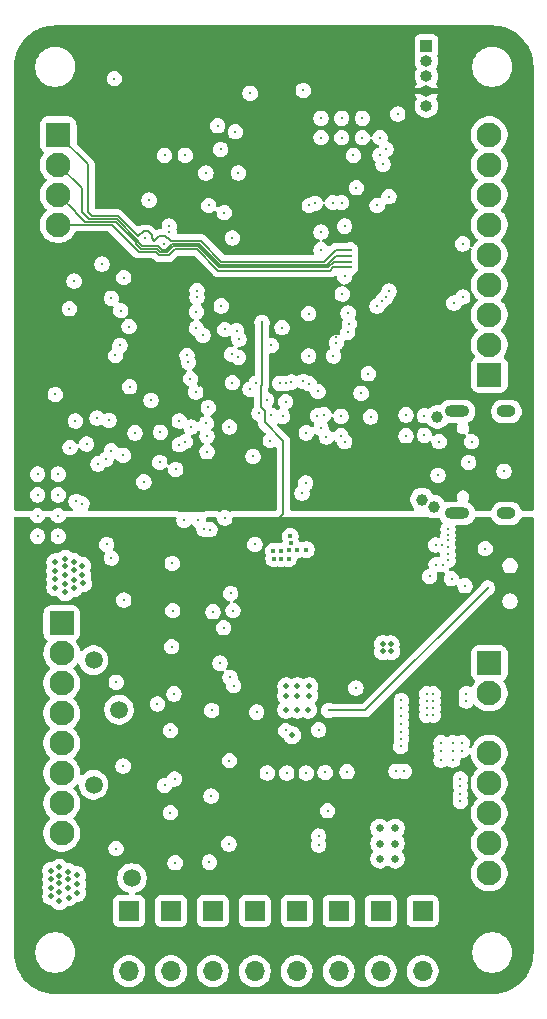
<source format=gbr>
%TF.GenerationSoftware,KiCad,Pcbnew,9.0.0*%
%TF.CreationDate,2025-04-29T15:48:10-04:00*%
%TF.ProjectId,Aurora Orbiton Edition,4175726f-7261-4204-9f72-6269746f6e20,rev?*%
%TF.SameCoordinates,Original*%
%TF.FileFunction,Copper,L2,Inr*%
%TF.FilePolarity,Positive*%
%FSLAX46Y46*%
G04 Gerber Fmt 4.6, Leading zero omitted, Abs format (unit mm)*
G04 Created by KiCad (PCBNEW 9.0.0) date 2025-04-29 15:48:10*
%MOMM*%
%LPD*%
G01*
G04 APERTURE LIST*
G04 Aperture macros list*
%AMRoundRect*
0 Rectangle with rounded corners*
0 $1 Rounding radius*
0 $2 $3 $4 $5 $6 $7 $8 $9 X,Y pos of 4 corners*
0 Add a 4 corners polygon primitive as box body*
4,1,4,$2,$3,$4,$5,$6,$7,$8,$9,$2,$3,0*
0 Add four circle primitives for the rounded corners*
1,1,$1+$1,$2,$3*
1,1,$1+$1,$4,$5*
1,1,$1+$1,$6,$7*
1,1,$1+$1,$8,$9*
0 Add four rect primitives between the rounded corners*
20,1,$1+$1,$2,$3,$4,$5,0*
20,1,$1+$1,$4,$5,$6,$7,0*
20,1,$1+$1,$6,$7,$8,$9,0*
20,1,$1+$1,$8,$9,$2,$3,0*%
G04 Aperture macros list end*
%TA.AperFunction,ComponentPad*%
%ADD10RoundRect,0.250001X-0.799999X0.799999X-0.799999X-0.799999X0.799999X-0.799999X0.799999X0.799999X0*%
%TD*%
%TA.AperFunction,ComponentPad*%
%ADD11C,2.100000*%
%TD*%
%TA.AperFunction,ComponentPad*%
%ADD12R,1.700000X1.700000*%
%TD*%
%TA.AperFunction,ComponentPad*%
%ADD13O,1.700000X1.700000*%
%TD*%
%TA.AperFunction,ComponentPad*%
%ADD14RoundRect,0.250001X0.799999X-0.799999X0.799999X0.799999X-0.799999X0.799999X-0.799999X-0.799999X0*%
%TD*%
%TA.AperFunction,ComponentPad*%
%ADD15R,1.000000X1.000000*%
%TD*%
%TA.AperFunction,ComponentPad*%
%ADD16O,1.000000X1.000000*%
%TD*%
%TA.AperFunction,HeatsinkPad*%
%ADD17O,2.100000X1.000000*%
%TD*%
%TA.AperFunction,HeatsinkPad*%
%ADD18O,1.600000X1.000000*%
%TD*%
%TA.AperFunction,ComponentPad*%
%ADD19C,0.630000*%
%TD*%
%TA.AperFunction,ViaPad*%
%ADD20C,0.400000*%
%TD*%
%TA.AperFunction,ViaPad*%
%ADD21C,0.300000*%
%TD*%
%TA.AperFunction,ViaPad*%
%ADD22C,1.000000*%
%TD*%
%TA.AperFunction,ViaPad*%
%ADD23C,0.500000*%
%TD*%
%TA.AperFunction,ViaPad*%
%ADD24C,1.500000*%
%TD*%
%TA.AperFunction,Conductor*%
%ADD25C,0.150000*%
%TD*%
G04 APERTURE END LIST*
D10*
%TO.N,/PYRO1_V*%
%TO.C,J10*%
X129050000Y-99130000D03*
D11*
%TO.N,Net-(J10-Pin_2)*%
X129050000Y-101670000D03*
X129050000Y-104210000D03*
%TO.N,/PYRO2_V*%
X129050000Y-106750000D03*
%TO.N,/PYRO3_V*%
X129050000Y-109290000D03*
%TO.N,Net-(J10-Pin_6)*%
X129050000Y-111830000D03*
X129050000Y-114370000D03*
%TO.N,/PYRO4_V*%
X129050000Y-116910000D03*
%TD*%
D12*
%TO.N,/PWM7*%
%TO.C,M7*%
X156050000Y-123500000D03*
D13*
%TO.N,+8V*%
X156050000Y-126040000D03*
%TO.N,GND*%
X156050000Y-128580000D03*
%TD*%
D14*
%TO.N,/BREAK_SCK*%
%TO.C,J8*%
X165250000Y-78070000D03*
D11*
%TO.N,/BREAK_MISO*%
X165250000Y-75530000D03*
%TO.N,/BREAK_MOSI*%
X165250000Y-72990000D03*
%TO.N,/CS_BREAK1*%
X165250000Y-70450000D03*
%TO.N,/CS_BREAK2*%
X165250000Y-67910000D03*
%TO.N,/CS_BREAK3*%
X165250000Y-65370000D03*
%TO.N,/INT_BREAK1*%
X165250000Y-62830000D03*
%TO.N,/INT_BREAK2*%
X165250000Y-60290000D03*
%TO.N,/INT_BREAK3*%
X165250000Y-57750000D03*
%TD*%
D12*
%TO.N,/PWM2*%
%TO.C,M2*%
X138300000Y-123500000D03*
D13*
%TO.N,+8V*%
X138300000Y-126040000D03*
%TO.N,GND*%
X138300000Y-128580000D03*
%TD*%
D12*
%TO.N,/PWM4*%
%TO.C,M4*%
X145400000Y-123500000D03*
D13*
%TO.N,+8V*%
X145400000Y-126040000D03*
%TO.N,GND*%
X145400000Y-128580000D03*
%TD*%
D12*
%TO.N,/PWM5*%
%TO.C,M5*%
X148950000Y-123500000D03*
D13*
%TO.N,+8V*%
X148950000Y-126040000D03*
%TO.N,GND*%
X148950000Y-128580000D03*
%TD*%
D10*
%TO.N,/GPIO1*%
%TO.C,J4*%
X128750000Y-57750000D03*
D11*
%TO.N,/GPIO2*%
X128750000Y-60290000D03*
%TO.N,/GPIO3*%
X128750000Y-62830000D03*
%TO.N,/GPIO4*%
X128750000Y-65370000D03*
%TD*%
D12*
%TO.N,/PWM6*%
%TO.C,M6*%
X152500000Y-123500000D03*
D13*
%TO.N,+8V*%
X152500000Y-126040000D03*
%TO.N,GND*%
X152500000Y-128580000D03*
%TD*%
D15*
%TO.N,/SWCLK*%
%TO.C,J9*%
X159919076Y-50244481D03*
D16*
%TO.N,/SWDIO*%
X159919076Y-51514481D03*
%TO.N,GND*%
X159919076Y-52784481D03*
%TO.N,+3.3V*%
X159919076Y-54054481D03*
%TO.N,/BOOT0*%
X159919076Y-55324481D03*
%TD*%
D12*
%TO.N,/PWM3*%
%TO.C,M3*%
X141850000Y-123500000D03*
D13*
%TO.N,+8V*%
X141850000Y-126040000D03*
%TO.N,GND*%
X141850000Y-128580000D03*
%TD*%
D12*
%TO.N,/PWM1*%
%TO.C,M1*%
X134750000Y-123500000D03*
D13*
%TO.N,+8V*%
X134750000Y-126040000D03*
%TO.N,GND*%
X134750000Y-128580000D03*
%TD*%
D17*
%TO.N,Net-(J2-SHIELD)*%
%TO.C,J2*%
X162520000Y-89820000D03*
D18*
X166700000Y-89820000D03*
D17*
X162520000Y-81180000D03*
D18*
X166700000Y-81180000D03*
%TD*%
D12*
%TO.N,/PWM8*%
%TO.C,M8*%
X159600000Y-123500000D03*
D13*
%TO.N,+8V*%
X159600000Y-126040000D03*
%TO.N,GND*%
X159600000Y-128580000D03*
%TD*%
D10*
%TO.N,+BATT*%
%TO.C,J11*%
X165250000Y-102500000D03*
D11*
%TO.N,GND*%
X165250000Y-105040000D03*
%TO.N,+8V*%
X165250000Y-107580000D03*
%TO.N,GND*%
X165250000Y-110120000D03*
%TO.N,+3.3V*%
X165250000Y-112660000D03*
%TO.N,GND*%
X165250000Y-115200000D03*
%TO.N,/OUT1*%
X165250000Y-117740000D03*
%TO.N,/OUT2*%
X165250000Y-120280000D03*
%TD*%
D19*
%TO.N,GND*%
%TO.C,U8*%
X155976049Y-116471187D03*
X155976049Y-117771187D03*
X155976049Y-119071187D03*
X157276049Y-116471187D03*
X157276049Y-117771187D03*
X157276049Y-119071187D03*
%TD*%
D20*
%TO.N,+3.3V*%
X152950000Y-87050000D03*
X154400000Y-87500000D03*
D21*
X142850000Y-75250000D03*
X144000000Y-84500000D03*
X140500000Y-69700000D03*
X136500000Y-64500000D03*
X147200000Y-76350000D03*
X143250000Y-59250000D03*
D20*
X154050000Y-87050000D03*
D21*
X149800000Y-85000000D03*
D20*
X153500000Y-87050000D03*
X153650000Y-88050000D03*
X152650000Y-87550000D03*
D21*
X136200000Y-74750000D03*
X153500000Y-84700000D03*
D22*
X167900000Y-87800000D03*
D21*
X143050000Y-80250000D03*
X146150000Y-86100000D03*
X144000000Y-54250000D03*
X134501000Y-77200000D03*
X152300000Y-74850000D03*
X146150000Y-87150000D03*
D20*
X154850000Y-88050000D03*
X154200000Y-88050000D03*
D21*
X149250000Y-79650000D03*
X138000000Y-53000000D03*
X145350000Y-88000000D03*
X137500000Y-83750000D03*
X153500000Y-78000000D03*
D20*
X152350000Y-88050000D03*
X153250000Y-87550000D03*
D21*
X140700000Y-79000000D03*
X154250000Y-84050000D03*
X153350000Y-72050000D03*
D20*
X153850000Y-87550000D03*
D21*
X145750000Y-59250000D03*
D20*
X152950000Y-88050000D03*
D21*
X156000000Y-52000000D03*
X140550000Y-69000000D03*
X154250000Y-81000000D03*
X136750000Y-61500000D03*
X141750000Y-82750000D03*
X146750000Y-79600000D03*
X138700000Y-89200000D03*
X156750000Y-54750000D03*
X156000000Y-62250000D03*
D23*
%TO.N,GND*%
X156950000Y-101500000D03*
X128500000Y-95400000D03*
X149000000Y-106450000D03*
X128850000Y-120500000D03*
D20*
X148450000Y-92300000D03*
D21*
X127000000Y-88250000D03*
X161750000Y-92700000D03*
D22*
X160550000Y-89250000D03*
D21*
X164900000Y-92800000D03*
X157500000Y-56000000D03*
X145250000Y-85000000D03*
X141550000Y-119350000D03*
X141350000Y-84600000D03*
D23*
X128850000Y-122650000D03*
X156900000Y-100900000D03*
D21*
X148100000Y-111800000D03*
X157750000Y-109550000D03*
X133975000Y-75600000D03*
X151350000Y-111750000D03*
D23*
X128500000Y-93950000D03*
X129600000Y-120150000D03*
D21*
X143500000Y-66500000D03*
X139500000Y-59500000D03*
X141250000Y-61000000D03*
D23*
X130800000Y-95000000D03*
D21*
X128500000Y-79750000D03*
X145000000Y-54250000D03*
X157800000Y-108900000D03*
X166500000Y-86250000D03*
X162950000Y-109900000D03*
X138450000Y-98050000D03*
D23*
X148050000Y-106450000D03*
D21*
X143300000Y-103700000D03*
X160500000Y-105700000D03*
D23*
X129600000Y-121550000D03*
D24*
X133903000Y-106450000D03*
D21*
X155200000Y-81650000D03*
X159950000Y-105700000D03*
D23*
X130100000Y-96150000D03*
D21*
X157800000Y-106950000D03*
X142450000Y-102500000D03*
X136600000Y-80250000D03*
D23*
X128500000Y-96100000D03*
D21*
X133500000Y-53000000D03*
X138250000Y-115150000D03*
X149500000Y-54000000D03*
X160750000Y-94150000D03*
D20*
X148300000Y-92950000D03*
D21*
X141700000Y-113750000D03*
X151000000Y-56361500D03*
X159750000Y-81550000D03*
X162950000Y-109250000D03*
D23*
X130350000Y-120450000D03*
X129350000Y-95000000D03*
D21*
X141750000Y-106500000D03*
X151550000Y-115000000D03*
X146700000Y-83650000D03*
X157800000Y-105650000D03*
D23*
X130800000Y-94250000D03*
X128850000Y-121900000D03*
D21*
X127000000Y-91750000D03*
X160500000Y-106300000D03*
D20*
X146950000Y-93000000D03*
D21*
X138550000Y-105100000D03*
X138250000Y-108200000D03*
D24*
X131750000Y-112800000D03*
D21*
X140450000Y-72750000D03*
X161750000Y-92050000D03*
X157800000Y-108300000D03*
X127000000Y-90000000D03*
D20*
X147600000Y-93000000D03*
D21*
X138400000Y-94050000D03*
X162800000Y-112900000D03*
D24*
X135000000Y-120700000D03*
D21*
X158200000Y-81475000D03*
D23*
X128500000Y-94700000D03*
D21*
X139950000Y-78400000D03*
X152750000Y-56361500D03*
X162150000Y-109900000D03*
X143250000Y-82500000D03*
X143250000Y-110750000D03*
X162150000Y-110700000D03*
D23*
X128150000Y-121500000D03*
D21*
X161750000Y-91150000D03*
X157800000Y-107650000D03*
X149750000Y-83000000D03*
X149750000Y-111800000D03*
X137750000Y-59500000D03*
D20*
X149000000Y-92900000D03*
D21*
X146450000Y-111800000D03*
X150750000Y-79500000D03*
X163300000Y-105700000D03*
X143200000Y-117800000D03*
D23*
X129600000Y-120800000D03*
D20*
X149750000Y-92900000D03*
D21*
X162800000Y-113600000D03*
X160500000Y-105100000D03*
X143350000Y-96600000D03*
X149400000Y-88100000D03*
D20*
X147600000Y-93650000D03*
D21*
X135250000Y-83000000D03*
D23*
X128850000Y-119800000D03*
D21*
X153000000Y-65500000D03*
X162800000Y-114200000D03*
X161150000Y-109900000D03*
X143600000Y-104400000D03*
X156750000Y-63000000D03*
X159950000Y-106300000D03*
X138600000Y-112300000D03*
D23*
X130050000Y-94650000D03*
X130100000Y-95450000D03*
D22*
X160850000Y-81650000D03*
D21*
X161750000Y-91650000D03*
D20*
X148400000Y-91750000D03*
D21*
X160500000Y-106900000D03*
X157800000Y-106300000D03*
X161150000Y-109250000D03*
X140500000Y-70950000D03*
X155000000Y-78000000D03*
X141850000Y-98150000D03*
D23*
X149900000Y-106450000D03*
D21*
X153200000Y-111700000D03*
X158050000Y-111650000D03*
X152050000Y-76500000D03*
X134750000Y-74000000D03*
X163200000Y-95950000D03*
X161300000Y-94150000D03*
D23*
X129650000Y-122350000D03*
D21*
X160700000Y-92500000D03*
X133600000Y-76450000D03*
X153000000Y-83750000D03*
D20*
X148250000Y-93650000D03*
D21*
X161750000Y-93800000D03*
D23*
X128150000Y-122250000D03*
D21*
X161750000Y-93300000D03*
X155750000Y-63750000D03*
X141300000Y-82200000D03*
D23*
X130350000Y-121200000D03*
D21*
X162050000Y-95350000D03*
D23*
X148550000Y-108600000D03*
D21*
X161150000Y-110700000D03*
D23*
X130850000Y-95750000D03*
X128150000Y-120100000D03*
X130050000Y-93900000D03*
D21*
X161250000Y-92500000D03*
D23*
X130350000Y-121950000D03*
X128850000Y-121150000D03*
D21*
X138350000Y-101100000D03*
D23*
X129350000Y-93650000D03*
D21*
X149700000Y-87250000D03*
D23*
X129350000Y-94300000D03*
X128150000Y-120800000D03*
D21*
X162150000Y-109250000D03*
D23*
X156250000Y-101500000D03*
D20*
X147000000Y-93650000D03*
D21*
X136100000Y-66500000D03*
X157350000Y-111650000D03*
X136450000Y-63300000D03*
X162800000Y-112300000D03*
X159950000Y-105100000D03*
D24*
X131750000Y-102250000D03*
D21*
X141350000Y-83250000D03*
X142550000Y-72250000D03*
X142500000Y-59000000D03*
X138650000Y-119400000D03*
X142850000Y-74250000D03*
X134300000Y-69850000D03*
X163300000Y-105100000D03*
X127000000Y-86500000D03*
D23*
X156250000Y-100900000D03*
D21*
X142750000Y-99500000D03*
X154400000Y-79650000D03*
X154500000Y-56361500D03*
D23*
X129350000Y-96500000D03*
D21*
X131150000Y-83950000D03*
X159950000Y-106900000D03*
D23*
X129350000Y-95800000D03*
D21*
%TO.N,/LOAD*%
X140400000Y-79550000D03*
X142850000Y-90200000D03*
X145550000Y-106650000D03*
D23*
%TO.N,+8V*%
X146850000Y-102500000D03*
X146800000Y-100600000D03*
X148950000Y-101500000D03*
D21*
X159100000Y-115250000D03*
X146350000Y-91350000D03*
X159000000Y-112500000D03*
X159000000Y-111850000D03*
D23*
X136000000Y-118350000D03*
X147950000Y-102450000D03*
D21*
X160050000Y-115250000D03*
D23*
X137400000Y-104750000D03*
D21*
X158500000Y-114300000D03*
D23*
X149950000Y-102450000D03*
X149950000Y-100600000D03*
X146500000Y-98800000D03*
D21*
X158500000Y-113800000D03*
X158500000Y-114850000D03*
D23*
X136075000Y-97150000D03*
X148950000Y-99700000D03*
X146800000Y-99750000D03*
X137200000Y-97850000D03*
X136075000Y-104200000D03*
X147950000Y-101550000D03*
X137000000Y-110450000D03*
D21*
X159700000Y-113350000D03*
D23*
X146800000Y-101500000D03*
X149000000Y-102450000D03*
D21*
X158950000Y-114600000D03*
D23*
X147950000Y-100650000D03*
X147950000Y-99700000D03*
X137200000Y-117450000D03*
X136000000Y-111150000D03*
D21*
X159550000Y-115250000D03*
X159150000Y-113350000D03*
D23*
X146550000Y-97900000D03*
D21*
X158950000Y-114000000D03*
X146000000Y-73650000D03*
D23*
X149950000Y-101500000D03*
D21*
X160200000Y-113350000D03*
D23*
X146600000Y-103400000D03*
X149000000Y-100600000D03*
D21*
%TO.N,/NRST*%
X130200000Y-82000000D03*
X129750000Y-84250000D03*
%TO.N,/PWM1*%
X147500000Y-78800000D03*
%TO.N,/PWM2*%
X148500000Y-78700000D03*
%TO.N,/PWM3*%
X149500000Y-78650000D03*
%TO.N,/PWM4*%
X150000000Y-78850000D03*
%TO.N,/PWM5*%
X155750000Y-72250000D03*
%TO.N,/PWM6*%
X156125000Y-71875000D03*
%TO.N,/PWM7*%
X156500000Y-71500000D03*
%TO.N,/PWM8*%
X156750000Y-71000000D03*
%TO.N,/BOOT0*%
X144000000Y-61000000D03*
%TO.N,/GPS_SCL*%
X142250000Y-57000000D03*
X143750000Y-57500000D03*
%TO.N,/CS_BMP*%
X152700000Y-81600000D03*
X152700000Y-83250000D03*
%TO.N,/CS_FLASH*%
X144000000Y-76600000D03*
X153400000Y-73750000D03*
X144050000Y-75050000D03*
%TO.N,/CS_SD*%
X153300000Y-72850000D03*
X149950000Y-76500000D03*
X149950000Y-72900000D03*
%TO.N,/PY1_CONT*%
X134300000Y-97150000D03*
X133250000Y-93600000D03*
%TO.N,/PY2_CONT*%
X132850000Y-92450000D03*
X133662500Y-104112500D03*
%TO.N,/PY1_EN*%
X143550000Y-98050000D03*
X137700000Y-67000000D03*
X134250000Y-84900000D03*
X132450000Y-68700000D03*
X145400000Y-92450000D03*
X130100000Y-70150000D03*
%TO.N,Net-(D11-A)*%
X154500000Y-58000000D03*
D23*
%TO.N,Net-(IC1-IN_1)*%
X148050000Y-104450000D03*
X150000000Y-104450000D03*
X149000000Y-105250000D03*
X149000000Y-104450000D03*
X150000000Y-105250000D03*
X148050000Y-105250000D03*
D21*
%TO.N,/PY2_EN*%
X133250000Y-71600000D03*
X137150000Y-105950000D03*
X129700000Y-72500000D03*
X132800000Y-85250000D03*
X136000000Y-87150000D03*
X134050000Y-72650000D03*
%TO.N,Net-(SW1-A)*%
X153950000Y-104600000D03*
%TO.N,VBUS*%
X160200000Y-95150000D03*
D22*
X159550000Y-88650000D03*
D21*
%TO.N,/PY1_LED*%
X132125000Y-85625000D03*
%TO.N,Net-(D5-A)*%
X128750000Y-86500000D03*
%TO.N,/PY2_LED*%
X142810002Y-64350000D03*
X141500000Y-63750000D03*
X133250000Y-84500000D03*
%TO.N,/PY3_LED*%
X130750000Y-89000000D03*
X141000000Y-74750000D03*
X139770869Y-77020869D03*
%TO.N,Net-(D6-A)*%
X128750000Y-88250000D03*
%TO.N,Net-(D7-A)*%
X128750000Y-90000000D03*
%TO.N,/PY4_LED*%
X130269000Y-88800763D03*
X140450000Y-74150000D03*
X139650000Y-76450000D03*
%TO.N,/PY3_CONT*%
X132025000Y-81750000D03*
X134250000Y-111200000D03*
%TO.N,/PY4_CONT*%
X133042032Y-81942032D03*
X133650000Y-118200000D03*
%TO.N,/PY3_EN*%
X134800000Y-79100000D03*
X137750000Y-112850000D03*
%TO.N,/PY4_EN*%
X140619000Y-90381000D03*
X139400000Y-90400000D03*
%TO.N,Net-(D8-A)*%
X128750000Y-91750000D03*
%TO.N,/LED_R*%
X152000000Y-63500000D03*
%TO.N,/LED_G*%
X152750000Y-63500000D03*
%TO.N,Net-(D9-A)*%
X151000000Y-58000000D03*
%TO.N,Net-(D10-A)*%
X152750000Y-58000000D03*
%TO.N,/LED_B*%
X154000000Y-62250000D03*
%TO.N,/BUZZER*%
X153000000Y-69750000D03*
%TO.N,/INT_BREAK3*%
X156000000Y-58000000D03*
%TO.N,/GPIO2*%
X153500000Y-68000000D03*
%TO.N,/BREAK_MISO*%
X151000000Y-66000000D03*
%TO.N,/DATA_SCK*%
X152300000Y-75365000D03*
%TO.N,/SENS_MISO*%
X139000000Y-84000000D03*
X151000000Y-82600000D03*
X146754838Y-81504838D03*
X139000000Y-82000000D03*
X150700000Y-81549998D03*
%TO.N,/DATA_MOSI*%
X147700000Y-74095000D03*
X153250000Y-74500000D03*
X146800000Y-75600000D03*
%TO.N,Net-(IC1-OVLO)*%
X148000000Y-108200000D03*
X150800000Y-108150000D03*
%TO.N,/CS_BREAK3*%
X156000000Y-59500000D03*
%TO.N,/BREAK_MOSI*%
X151000000Y-67500000D03*
X162250000Y-72000000D03*
%TO.N,/CS_BREAK2*%
X150500000Y-63569763D03*
%TO.N,/INT_BREAK2*%
X153750000Y-59500000D03*
%TO.N,/CS_BREAK1*%
X150000000Y-63750000D03*
%TO.N,/GPIO1*%
X153500000Y-67500000D03*
%TO.N,/INT_IMU_G*%
X140000000Y-82500000D03*
X145500000Y-78800000D03*
%TO.N,/INT_IMU_A*%
X141450000Y-80850000D03*
X145000000Y-79300000D03*
%TO.N,/INT_BMP*%
X148000000Y-78800000D03*
X151450000Y-83350000D03*
X151450000Y-83350000D03*
X151250000Y-81450000D03*
X148000000Y-80350000D03*
%TO.N,/GPIO4*%
X153500000Y-69000000D03*
%TO.N,/GPIO3*%
X153500000Y-68500000D03*
%TO.N,/DATA_MISO*%
X143859881Y-74359881D03*
X143450000Y-76350000D03*
X152800000Y-71250000D03*
%TO.N,/SENS_MOSI*%
X139500000Y-83750000D03*
X143500000Y-78750000D03*
X138700000Y-86100000D03*
X147750000Y-81600000D03*
%TO.N,/USB_M*%
X163750000Y-83750000D03*
X163500000Y-85500000D03*
%TO.N,/DC_IN1*%
X141600000Y-91200000D03*
X138150000Y-66000000D03*
X150800000Y-117150000D03*
%TO.N,/INT_BREAK1*%
X156500000Y-59000000D03*
%TO.N,/BREAK_SCK*%
X163000000Y-67000000D03*
X163000000Y-71500000D03*
X156250000Y-60250000D03*
%TO.N,/INT_HIG*%
X145750000Y-81350000D03*
X146400000Y-80200000D03*
%TO.N,/SENS_SCK*%
X137400000Y-82950000D03*
X137350000Y-85500000D03*
%TO.N,/DC_IN2*%
X150800000Y-117900000D03*
X138150000Y-65500000D03*
X141100000Y-91150000D03*
%TO.N,Net-(J2-CC1)*%
X160900000Y-86600000D03*
X158200000Y-83250000D03*
%TO.N,Net-(J2-CC2)*%
X161000000Y-83750000D03*
X159750000Y-83200000D03*
%TO.N,/VBAT_MEASURED*%
X140500000Y-71500000D03*
%TO.N,/EN*%
X165100000Y-96150000D03*
X151650000Y-106500000D03*
%TD*%
D25*
%TO.N,+8V*%
X146000000Y-78980237D02*
X146000000Y-73650000D01*
X145919000Y-79061237D02*
X146000000Y-78980237D01*
X145919000Y-80838763D02*
X145919000Y-79061237D01*
X146231000Y-82111237D02*
X146231000Y-81150763D01*
X146350000Y-91350000D02*
X147809593Y-89890407D01*
X147809593Y-83689830D02*
X146231000Y-82111237D01*
X147809593Y-89890407D02*
X147809593Y-83689830D01*
X146231000Y-81150763D02*
X145919000Y-80838763D01*
%TO.N,/GPIO2*%
X133718822Y-64890000D02*
X131318824Y-64890000D01*
X131318824Y-64890000D02*
X130750000Y-64321176D01*
X137189763Y-67170000D02*
X135835111Y-67170000D01*
X135545000Y-66879889D02*
X135545000Y-66716176D01*
X140698822Y-66970000D02*
X138410237Y-66970000D01*
X130750000Y-64321176D02*
X130750000Y-62290000D01*
X153500000Y-68000000D02*
X152250000Y-68000000D01*
X152250000Y-68000000D02*
X151500000Y-68750000D01*
X151500000Y-68750000D02*
X142478823Y-68750000D01*
X130750000Y-62290000D02*
X128750000Y-60290000D01*
X135835111Y-67170000D02*
X135545000Y-66879889D01*
X142478823Y-68750000D02*
X140698822Y-66970000D01*
X137899237Y-67481000D02*
X137500763Y-67481000D01*
X137500763Y-67481000D02*
X137189763Y-67170000D01*
X135545000Y-66716176D02*
X133718822Y-64890000D01*
X138410237Y-66970000D02*
X137899237Y-67481000D01*
%TO.N,/GPIO1*%
X137764763Y-66345000D02*
X137280001Y-66345000D01*
X136655000Y-66270111D02*
X136329889Y-65945000D01*
X151250000Y-68500000D02*
X142568234Y-68500000D01*
X131568236Y-64650000D02*
X131250000Y-64331764D01*
X137280001Y-66345000D02*
X136895000Y-66730001D01*
X138065889Y-66531000D02*
X137950763Y-66531000D01*
X140798235Y-66730001D02*
X138264890Y-66730001D01*
X135545000Y-66376765D02*
X133818233Y-64650000D01*
X131250000Y-60250000D02*
X128750000Y-57750000D01*
X131250000Y-64331764D02*
X131250000Y-60250000D01*
X136329889Y-65945000D02*
X135976765Y-65945000D01*
X152250000Y-67500000D02*
X151250000Y-68500000D01*
X137950763Y-66531000D02*
X137764763Y-66345000D01*
X153500000Y-67500000D02*
X152250000Y-67500000D01*
X135976765Y-65945000D02*
X135545000Y-66376765D01*
X133818233Y-64650000D02*
X131568236Y-64650000D01*
X136655000Y-66490001D02*
X136655000Y-66270111D01*
X142568234Y-68500000D02*
X140798235Y-66730001D01*
X136895000Y-66730001D02*
X136655000Y-66490001D01*
X138264890Y-66730001D02*
X138065889Y-66531000D01*
%TO.N,/GPIO4*%
X140500000Y-67450000D02*
X138609060Y-67450000D01*
X142307000Y-69257000D02*
X140500000Y-67450000D01*
X151793000Y-69257000D02*
X142307000Y-69257000D01*
X153500000Y-69000000D02*
X152050000Y-69000000D01*
X133270000Y-65370000D02*
X128750000Y-65370000D01*
X136990939Y-67650000D02*
X135550000Y-67650000D01*
X137301939Y-67961000D02*
X136990939Y-67650000D01*
X138609060Y-67450000D02*
X138098059Y-67961000D01*
X152050000Y-69000000D02*
X151793000Y-69257000D01*
X135550000Y-67650000D02*
X133270000Y-65370000D01*
X138098059Y-67961000D02*
X137301939Y-67961000D01*
%TO.N,/GPIO3*%
X151595763Y-69000000D02*
X142389412Y-69000000D01*
X153500000Y-68500000D02*
X152095763Y-68500000D01*
X137401351Y-67721000D02*
X137090351Y-67410000D01*
X130250000Y-64360588D02*
X130250000Y-64330000D01*
X137090351Y-67410000D02*
X135735699Y-67410000D01*
X140599411Y-67210000D02*
X138509648Y-67210000D01*
X133619411Y-65130000D02*
X131019412Y-65130000D01*
X137998648Y-67721000D02*
X137401351Y-67721000D01*
X152095763Y-68500000D02*
X151595763Y-69000000D01*
X135735699Y-67410000D02*
X135305000Y-66979300D01*
X135305000Y-66979300D02*
X135305000Y-66815588D01*
X138509648Y-67210000D02*
X137998648Y-67721000D01*
X135305000Y-66815588D02*
X133619411Y-65130000D01*
X142389412Y-69000000D02*
X140599411Y-67210000D01*
X131019412Y-65130000D02*
X130250000Y-64360588D01*
X130250000Y-64330000D02*
X128750000Y-62830000D01*
%TO.N,/EN*%
X154750000Y-106500000D02*
X165100000Y-96150000D01*
X151650000Y-106500000D02*
X154750000Y-106500000D01*
%TD*%
%TA.AperFunction,Conductor*%
%TO.N,+3.3V*%
G36*
X165503032Y-48500648D02*
G01*
X165806846Y-48515574D01*
X165813661Y-48516099D01*
X165882848Y-48523371D01*
X165887986Y-48524022D01*
X166153502Y-48563408D01*
X166161000Y-48564760D01*
X166223686Y-48578084D01*
X166227890Y-48579056D01*
X166494442Y-48645824D01*
X166502604Y-48648170D01*
X166553306Y-48664644D01*
X166556660Y-48665788D01*
X166826065Y-48762184D01*
X166834686Y-48765639D01*
X166865509Y-48779362D01*
X166868053Y-48780530D01*
X167144156Y-48911117D01*
X167154876Y-48916847D01*
X167283431Y-48993900D01*
X167438988Y-49087137D01*
X167449103Y-49093895D01*
X167660112Y-49250390D01*
X167715170Y-49291224D01*
X167724576Y-49298944D01*
X167970013Y-49521395D01*
X167978604Y-49529986D01*
X168129622Y-49696609D01*
X168201055Y-49775423D01*
X168208775Y-49784829D01*
X168406102Y-50050893D01*
X168412862Y-50061011D01*
X168583144Y-50345110D01*
X168588881Y-50355842D01*
X168719468Y-50631945D01*
X168720652Y-50634525D01*
X168734349Y-50665288D01*
X168737821Y-50673950D01*
X168834185Y-50943267D01*
X168835365Y-50946725D01*
X168851827Y-50997391D01*
X168854180Y-51005578D01*
X168920926Y-51272042D01*
X168921932Y-51276391D01*
X168935229Y-51338948D01*
X168936597Y-51346535D01*
X168975970Y-51611968D01*
X168976633Y-51617201D01*
X168983896Y-51686305D01*
X168984426Y-51693181D01*
X168999351Y-51996967D01*
X168999500Y-52003052D01*
X168999500Y-89470500D01*
X168979815Y-89537539D01*
X168927011Y-89583294D01*
X168875500Y-89594500D01*
X168072382Y-89594500D01*
X168005343Y-89574815D01*
X167959588Y-89522011D01*
X167957821Y-89517952D01*
X167886635Y-89346092D01*
X167886628Y-89346079D01*
X167777139Y-89182218D01*
X167777136Y-89182214D01*
X167637785Y-89042863D01*
X167637781Y-89042860D01*
X167473920Y-88933371D01*
X167473907Y-88933364D01*
X167291839Y-88857950D01*
X167291829Y-88857947D01*
X167098543Y-88819500D01*
X167098541Y-88819500D01*
X166301459Y-88819500D01*
X166301457Y-88819500D01*
X166108170Y-88857947D01*
X166108160Y-88857950D01*
X165926092Y-88933364D01*
X165926079Y-88933371D01*
X165762218Y-89042860D01*
X165762214Y-89042863D01*
X165622863Y-89182214D01*
X165622860Y-89182218D01*
X165513371Y-89346079D01*
X165513364Y-89346092D01*
X165442179Y-89517952D01*
X165398338Y-89572356D01*
X165332044Y-89594421D01*
X165327618Y-89594500D01*
X164142382Y-89594500D01*
X164075343Y-89574815D01*
X164029588Y-89522011D01*
X164027821Y-89517952D01*
X163956635Y-89346092D01*
X163956628Y-89346079D01*
X163847139Y-89182218D01*
X163847136Y-89182214D01*
X163707785Y-89042863D01*
X163707781Y-89042860D01*
X163543920Y-88933371D01*
X163543910Y-88933366D01*
X163486184Y-88909455D01*
X163431781Y-88865614D01*
X163409716Y-88799319D01*
X163426995Y-88731620D01*
X163436292Y-88719672D01*
X163435559Y-88719110D01*
X163440500Y-88712669D01*
X163440505Y-88712665D01*
X163509688Y-88592836D01*
X163545500Y-88459183D01*
X163545500Y-88320817D01*
X163509688Y-88187164D01*
X163440505Y-88067335D01*
X163342665Y-87969495D01*
X163342664Y-87969494D01*
X163342661Y-87969492D01*
X163222838Y-87900313D01*
X163222837Y-87900312D01*
X163222836Y-87900312D01*
X163089183Y-87864500D01*
X162950817Y-87864500D01*
X162817164Y-87900312D01*
X162817161Y-87900313D01*
X162697338Y-87969492D01*
X162697333Y-87969496D01*
X162599496Y-88067333D01*
X162599492Y-88067338D01*
X162530313Y-88187161D01*
X162530312Y-88187164D01*
X162494500Y-88320817D01*
X162494500Y-88459183D01*
X162521014Y-88558133D01*
X162530312Y-88592835D01*
X162530315Y-88592842D01*
X162553789Y-88633501D01*
X162570262Y-88701401D01*
X162547409Y-88767428D01*
X162492488Y-88810618D01*
X162446402Y-88819500D01*
X161871457Y-88819500D01*
X161678166Y-88857948D01*
X161678163Y-88857949D01*
X161615505Y-88883902D01*
X161546035Y-88891369D01*
X161483557Y-88860093D01*
X161453493Y-88816792D01*
X161436635Y-88776093D01*
X161436634Y-88776092D01*
X161436632Y-88776086D01*
X161402832Y-88725500D01*
X161327139Y-88612217D01*
X161187785Y-88472863D01*
X161187781Y-88472860D01*
X161023920Y-88363371D01*
X161023907Y-88363364D01*
X160841839Y-88287950D01*
X160841829Y-88287947D01*
X160648543Y-88249500D01*
X160648541Y-88249500D01*
X160549895Y-88249500D01*
X160482856Y-88229815D01*
X160440493Y-88180926D01*
X160439502Y-88181456D01*
X160437166Y-88177086D01*
X160437101Y-88177011D01*
X160436990Y-88176756D01*
X160436628Y-88176079D01*
X160327139Y-88012218D01*
X160327136Y-88012214D01*
X160187785Y-87872863D01*
X160187781Y-87872860D01*
X160023920Y-87763371D01*
X160023907Y-87763364D01*
X159841839Y-87687950D01*
X159841829Y-87687947D01*
X159648543Y-87649500D01*
X159648541Y-87649500D01*
X159451459Y-87649500D01*
X159451457Y-87649500D01*
X159258170Y-87687947D01*
X159258160Y-87687950D01*
X159076092Y-87763364D01*
X159076079Y-87763371D01*
X158912218Y-87872860D01*
X158912214Y-87872863D01*
X158772863Y-88012214D01*
X158772860Y-88012218D01*
X158663371Y-88176079D01*
X158663364Y-88176092D01*
X158587950Y-88358160D01*
X158587947Y-88358170D01*
X158549500Y-88551456D01*
X158549500Y-88551459D01*
X158549500Y-88748541D01*
X158549500Y-88748543D01*
X158549499Y-88748543D01*
X158587947Y-88941829D01*
X158587950Y-88941839D01*
X158663364Y-89123907D01*
X158663371Y-89123920D01*
X158772860Y-89287781D01*
X158772863Y-89287785D01*
X158867897Y-89382819D01*
X158901382Y-89444142D01*
X158896398Y-89513834D01*
X158854526Y-89569767D01*
X158789062Y-89594184D01*
X158780216Y-89594500D01*
X148509093Y-89594500D01*
X148442054Y-89574815D01*
X148396299Y-89522011D01*
X148385093Y-89470500D01*
X148385093Y-88164071D01*
X148749499Y-88164071D01*
X148774497Y-88289738D01*
X148774499Y-88289744D01*
X148823533Y-88408124D01*
X148823538Y-88408133D01*
X148894723Y-88514668D01*
X148894726Y-88514672D01*
X148985327Y-88605273D01*
X148985331Y-88605276D01*
X149091866Y-88676461D01*
X149091872Y-88676464D01*
X149091873Y-88676465D01*
X149210256Y-88725501D01*
X149210260Y-88725501D01*
X149210261Y-88725502D01*
X149335928Y-88750500D01*
X149335931Y-88750500D01*
X149464071Y-88750500D01*
X149548615Y-88733682D01*
X149589744Y-88725501D01*
X149708127Y-88676465D01*
X149814669Y-88605276D01*
X149905276Y-88514669D01*
X149976465Y-88408127D01*
X150025501Y-88289744D01*
X150045907Y-88187161D01*
X150050500Y-88164071D01*
X150050500Y-88035928D01*
X150024915Y-87907311D01*
X150031142Y-87837720D01*
X150074004Y-87782542D01*
X150077618Y-87780032D01*
X150114669Y-87755276D01*
X150205276Y-87664669D01*
X150276465Y-87558127D01*
X150325501Y-87439744D01*
X150350500Y-87314069D01*
X150350500Y-87185931D01*
X150350500Y-87185928D01*
X150325502Y-87060261D01*
X150325501Y-87060260D01*
X150325501Y-87060256D01*
X150276465Y-86941873D01*
X150276464Y-86941872D01*
X150276461Y-86941866D01*
X150205276Y-86835331D01*
X150205273Y-86835327D01*
X150114672Y-86744726D01*
X150114668Y-86744723D01*
X150008133Y-86673538D01*
X150008124Y-86673533D01*
X149985280Y-86664071D01*
X160249499Y-86664071D01*
X160274497Y-86789738D01*
X160274499Y-86789744D01*
X160323533Y-86908124D01*
X160323538Y-86908133D01*
X160394723Y-87014668D01*
X160394726Y-87014672D01*
X160485327Y-87105273D01*
X160485331Y-87105276D01*
X160591866Y-87176461D01*
X160591872Y-87176464D01*
X160591873Y-87176465D01*
X160710256Y-87225501D01*
X160710260Y-87225501D01*
X160710261Y-87225502D01*
X160835928Y-87250500D01*
X160835931Y-87250500D01*
X160964071Y-87250500D01*
X161048615Y-87233682D01*
X161089744Y-87225501D01*
X161208127Y-87176465D01*
X161314669Y-87105276D01*
X161405276Y-87014669D01*
X161476465Y-86908127D01*
X161525501Y-86789744D01*
X161548034Y-86676466D01*
X161550500Y-86664071D01*
X161550500Y-86535928D01*
X161525502Y-86410261D01*
X161525501Y-86410260D01*
X161525501Y-86410256D01*
X161485660Y-86314071D01*
X165849499Y-86314071D01*
X165874497Y-86439738D01*
X165874499Y-86439744D01*
X165923533Y-86558124D01*
X165923538Y-86558133D01*
X165994723Y-86664668D01*
X165994726Y-86664672D01*
X166085327Y-86755273D01*
X166085331Y-86755276D01*
X166191866Y-86826461D01*
X166191872Y-86826464D01*
X166191873Y-86826465D01*
X166310256Y-86875501D01*
X166310260Y-86875501D01*
X166310261Y-86875502D01*
X166435928Y-86900500D01*
X166435931Y-86900500D01*
X166564071Y-86900500D01*
X166648615Y-86883682D01*
X166689744Y-86875501D01*
X166808127Y-86826465D01*
X166914669Y-86755276D01*
X167005276Y-86664669D01*
X167076465Y-86558127D01*
X167125501Y-86439744D01*
X167150500Y-86314069D01*
X167150500Y-86185931D01*
X167150500Y-86185928D01*
X167125502Y-86060261D01*
X167125501Y-86060260D01*
X167125501Y-86060256D01*
X167076465Y-85941873D01*
X167076464Y-85941872D01*
X167076461Y-85941866D01*
X167005276Y-85835331D01*
X167005273Y-85835327D01*
X166914672Y-85744726D01*
X166914668Y-85744723D01*
X166808133Y-85673538D01*
X166808124Y-85673533D01*
X166689744Y-85624499D01*
X166689738Y-85624497D01*
X166564071Y-85599500D01*
X166564069Y-85599500D01*
X166435931Y-85599500D01*
X166435929Y-85599500D01*
X166310261Y-85624497D01*
X166310255Y-85624499D01*
X166191875Y-85673533D01*
X166191866Y-85673538D01*
X166085331Y-85744723D01*
X166085327Y-85744726D01*
X165994726Y-85835327D01*
X165994723Y-85835331D01*
X165923538Y-85941866D01*
X165923533Y-85941875D01*
X165874499Y-86060255D01*
X165874497Y-86060261D01*
X165849500Y-86185928D01*
X165849500Y-86185931D01*
X165849500Y-86314069D01*
X165849500Y-86314071D01*
X165849499Y-86314071D01*
X161485660Y-86314071D01*
X161476465Y-86291873D01*
X161476464Y-86291872D01*
X161476461Y-86291866D01*
X161405276Y-86185331D01*
X161405273Y-86185327D01*
X161314672Y-86094726D01*
X161314668Y-86094723D01*
X161208133Y-86023538D01*
X161208124Y-86023533D01*
X161089744Y-85974499D01*
X161089738Y-85974497D01*
X160964071Y-85949500D01*
X160964069Y-85949500D01*
X160835931Y-85949500D01*
X160835929Y-85949500D01*
X160710261Y-85974497D01*
X160710255Y-85974499D01*
X160591875Y-86023533D01*
X160591866Y-86023538D01*
X160485331Y-86094723D01*
X160485327Y-86094726D01*
X160394726Y-86185327D01*
X160394723Y-86185331D01*
X160323538Y-86291866D01*
X160323533Y-86291875D01*
X160274499Y-86410255D01*
X160274497Y-86410261D01*
X160249500Y-86535928D01*
X160249500Y-86535931D01*
X160249500Y-86664069D01*
X160249500Y-86664071D01*
X160249499Y-86664071D01*
X149985280Y-86664071D01*
X149937789Y-86644400D01*
X149889744Y-86624499D01*
X149889738Y-86624497D01*
X149764071Y-86599500D01*
X149764069Y-86599500D01*
X149635931Y-86599500D01*
X149635929Y-86599500D01*
X149510261Y-86624497D01*
X149510255Y-86624499D01*
X149391875Y-86673533D01*
X149391866Y-86673538D01*
X149285331Y-86744723D01*
X149285327Y-86744726D01*
X149194726Y-86835327D01*
X149194723Y-86835331D01*
X149123538Y-86941866D01*
X149123533Y-86941875D01*
X149074499Y-87060255D01*
X149074497Y-87060261D01*
X149049500Y-87185928D01*
X149049500Y-87185931D01*
X149049500Y-87314069D01*
X149049500Y-87314071D01*
X149049499Y-87314071D01*
X149075084Y-87442688D01*
X149068857Y-87512280D01*
X149025994Y-87567457D01*
X149022359Y-87569981D01*
X148985334Y-87594721D01*
X148985327Y-87594726D01*
X148894726Y-87685327D01*
X148894723Y-87685331D01*
X148823538Y-87791866D01*
X148823533Y-87791875D01*
X148774499Y-87910255D01*
X148774497Y-87910261D01*
X148749500Y-88035928D01*
X148749500Y-88035931D01*
X148749500Y-88164069D01*
X148749500Y-88164071D01*
X148749499Y-88164071D01*
X148385093Y-88164071D01*
X148385093Y-85564071D01*
X162849499Y-85564071D01*
X162874497Y-85689738D01*
X162874499Y-85689744D01*
X162923533Y-85808124D01*
X162923538Y-85808133D01*
X162994723Y-85914668D01*
X162994726Y-85914672D01*
X163085327Y-86005273D01*
X163085331Y-86005276D01*
X163191866Y-86076461D01*
X163191872Y-86076464D01*
X163191873Y-86076465D01*
X163310256Y-86125501D01*
X163310260Y-86125501D01*
X163310261Y-86125502D01*
X163435928Y-86150500D01*
X163435931Y-86150500D01*
X163564071Y-86150500D01*
X163665754Y-86130273D01*
X163689744Y-86125501D01*
X163808127Y-86076465D01*
X163914669Y-86005276D01*
X164005276Y-85914669D01*
X164076465Y-85808127D01*
X164125501Y-85689744D01*
X164138280Y-85625500D01*
X164150500Y-85564071D01*
X164150500Y-85435928D01*
X164125502Y-85310261D01*
X164125501Y-85310260D01*
X164125501Y-85310256D01*
X164076465Y-85191873D01*
X164076464Y-85191872D01*
X164076461Y-85191866D01*
X164005276Y-85085331D01*
X164005273Y-85085327D01*
X163914672Y-84994726D01*
X163914668Y-84994723D01*
X163808133Y-84923538D01*
X163808124Y-84923533D01*
X163689744Y-84874499D01*
X163689738Y-84874497D01*
X163564071Y-84849500D01*
X163564069Y-84849500D01*
X163435931Y-84849500D01*
X163435929Y-84849500D01*
X163310261Y-84874497D01*
X163310255Y-84874499D01*
X163191875Y-84923533D01*
X163191866Y-84923538D01*
X163085331Y-84994723D01*
X163085327Y-84994726D01*
X162994726Y-85085327D01*
X162994723Y-85085331D01*
X162923538Y-85191866D01*
X162923533Y-85191875D01*
X162874499Y-85310255D01*
X162874497Y-85310261D01*
X162849500Y-85435928D01*
X162849500Y-85435931D01*
X162849500Y-85564069D01*
X162849500Y-85564071D01*
X162849499Y-85564071D01*
X148385093Y-85564071D01*
X148385093Y-83614066D01*
X148385093Y-83614064D01*
X148345874Y-83467695D01*
X148341578Y-83460255D01*
X148330962Y-83441867D01*
X148270108Y-83336465D01*
X148162958Y-83229315D01*
X147997714Y-83064071D01*
X149099499Y-83064071D01*
X149124497Y-83189738D01*
X149124499Y-83189744D01*
X149173533Y-83308124D01*
X149173538Y-83308133D01*
X149244723Y-83414668D01*
X149244726Y-83414672D01*
X149335327Y-83505273D01*
X149335331Y-83505276D01*
X149441866Y-83576461D01*
X149441872Y-83576464D01*
X149441873Y-83576465D01*
X149560256Y-83625501D01*
X149560260Y-83625501D01*
X149560261Y-83625502D01*
X149685928Y-83650500D01*
X149685931Y-83650500D01*
X149814071Y-83650500D01*
X149904760Y-83632460D01*
X149939744Y-83625501D01*
X150058127Y-83576465D01*
X150164669Y-83505276D01*
X150255276Y-83414669D01*
X150326465Y-83308127D01*
X150375501Y-83189744D01*
X150377600Y-83179187D01*
X150379070Y-83171804D01*
X150411455Y-83109893D01*
X150472170Y-83075319D01*
X150541940Y-83079058D01*
X150565818Y-83090478D01*
X150578136Y-83098081D01*
X150585331Y-83105276D01*
X150691873Y-83176465D01*
X150732156Y-83193150D01*
X150740631Y-83198382D01*
X150757593Y-83217253D01*
X150777355Y-83233177D01*
X150780558Y-83242801D01*
X150787339Y-83250345D01*
X150791406Y-83275392D01*
X150799421Y-83299470D01*
X150799500Y-83303899D01*
X150799500Y-83414069D01*
X150799500Y-83414071D01*
X150799499Y-83414071D01*
X150824497Y-83539738D01*
X150824499Y-83539744D01*
X150873533Y-83658124D01*
X150873538Y-83658133D01*
X150944723Y-83764668D01*
X150944726Y-83764672D01*
X151035327Y-83855273D01*
X151035331Y-83855276D01*
X151141866Y-83926461D01*
X151141872Y-83926464D01*
X151141873Y-83926465D01*
X151260256Y-83975501D01*
X151260260Y-83975501D01*
X151260261Y-83975502D01*
X151385928Y-84000500D01*
X151385931Y-84000500D01*
X151514071Y-84000500D01*
X151598615Y-83983682D01*
X151639744Y-83975501D01*
X151758127Y-83926465D01*
X151864669Y-83855276D01*
X151955276Y-83764669D01*
X152007296Y-83686814D01*
X152021657Y-83674812D01*
X152032283Y-83659404D01*
X152047909Y-83652872D01*
X152060907Y-83642010D01*
X152079480Y-83639677D01*
X152096748Y-83632460D01*
X152113425Y-83635413D01*
X152130232Y-83633303D01*
X152147116Y-83641380D01*
X152165547Y-83644645D01*
X152188661Y-83661257D01*
X152193260Y-83663457D01*
X152194603Y-83664681D01*
X152196378Y-83666323D01*
X152285331Y-83755276D01*
X152311275Y-83772611D01*
X152318456Y-83779254D01*
X152331563Y-83801185D01*
X152347946Y-83820788D01*
X152353082Y-83837190D01*
X152354300Y-83839228D01*
X152354245Y-83840904D01*
X152355868Y-83846086D01*
X152374498Y-83939739D01*
X152374499Y-83939744D01*
X152423533Y-84058124D01*
X152423538Y-84058133D01*
X152494723Y-84164668D01*
X152494726Y-84164672D01*
X152585327Y-84255273D01*
X152585331Y-84255276D01*
X152691866Y-84326461D01*
X152691872Y-84326464D01*
X152691873Y-84326465D01*
X152810256Y-84375501D01*
X152810260Y-84375501D01*
X152810261Y-84375502D01*
X152935928Y-84400500D01*
X152935931Y-84400500D01*
X153064071Y-84400500D01*
X153148615Y-84383682D01*
X153189744Y-84375501D01*
X153308127Y-84326465D01*
X153414669Y-84255276D01*
X153505276Y-84164669D01*
X153576465Y-84058127D01*
X153625501Y-83939744D01*
X153638280Y-83875500D01*
X153650500Y-83814071D01*
X153650500Y-83685928D01*
X153625502Y-83560261D01*
X153625501Y-83560260D01*
X153625501Y-83560256D01*
X153582017Y-83455276D01*
X153576466Y-83441875D01*
X153576461Y-83441866D01*
X153505276Y-83335331D01*
X153505273Y-83335327D01*
X153484017Y-83314071D01*
X157549499Y-83314071D01*
X157574497Y-83439738D01*
X157574499Y-83439744D01*
X157623533Y-83558124D01*
X157623538Y-83558133D01*
X157694723Y-83664668D01*
X157694726Y-83664672D01*
X157785327Y-83755273D01*
X157785331Y-83755276D01*
X157891866Y-83826461D01*
X157891872Y-83826464D01*
X157891873Y-83826465D01*
X158010256Y-83875501D01*
X158010260Y-83875501D01*
X158010261Y-83875502D01*
X158135928Y-83900500D01*
X158135931Y-83900500D01*
X158264071Y-83900500D01*
X158368700Y-83879687D01*
X158389744Y-83875501D01*
X158508127Y-83826465D01*
X158614669Y-83755276D01*
X158705276Y-83664669D01*
X158776465Y-83558127D01*
X158825501Y-83439744D01*
X158835448Y-83389738D01*
X158850500Y-83314071D01*
X158850500Y-83264071D01*
X159099499Y-83264071D01*
X159124497Y-83389738D01*
X159124499Y-83389744D01*
X159173533Y-83508124D01*
X159173538Y-83508133D01*
X159244723Y-83614668D01*
X159244726Y-83614672D01*
X159335327Y-83705273D01*
X159335331Y-83705276D01*
X159441866Y-83776461D01*
X159441872Y-83776464D01*
X159441873Y-83776465D01*
X159560256Y-83825501D01*
X159560260Y-83825501D01*
X159560261Y-83825502D01*
X159685928Y-83850500D01*
X159685931Y-83850500D01*
X159814071Y-83850500D01*
X159898615Y-83833682D01*
X159939744Y-83825501D01*
X160058127Y-83776465D01*
X160156610Y-83710660D01*
X160223286Y-83689783D01*
X160290666Y-83708267D01*
X160337357Y-83760246D01*
X160348209Y-83808077D01*
X160348903Y-83808009D01*
X160349446Y-83813526D01*
X160349500Y-83813763D01*
X160349500Y-83814069D01*
X160349500Y-83814071D01*
X160349499Y-83814071D01*
X160374497Y-83939738D01*
X160374499Y-83939744D01*
X160423533Y-84058124D01*
X160423538Y-84058133D01*
X160494723Y-84164668D01*
X160494726Y-84164672D01*
X160585327Y-84255273D01*
X160585331Y-84255276D01*
X160691866Y-84326461D01*
X160691872Y-84326464D01*
X160691873Y-84326465D01*
X160810256Y-84375501D01*
X160810260Y-84375501D01*
X160810261Y-84375502D01*
X160935928Y-84400500D01*
X160935931Y-84400500D01*
X161064071Y-84400500D01*
X161148615Y-84383682D01*
X161189744Y-84375501D01*
X161308127Y-84326465D01*
X161414669Y-84255276D01*
X161505276Y-84164669D01*
X161576465Y-84058127D01*
X161625501Y-83939744D01*
X161638280Y-83875500D01*
X161650500Y-83814071D01*
X161650500Y-83685928D01*
X161625502Y-83560261D01*
X161625501Y-83560260D01*
X161625501Y-83560256D01*
X161582017Y-83455276D01*
X161576466Y-83441875D01*
X161576461Y-83441866D01*
X161505276Y-83335331D01*
X161505273Y-83335327D01*
X161414672Y-83244726D01*
X161414668Y-83244723D01*
X161308133Y-83173538D01*
X161308124Y-83173533D01*
X161189744Y-83124499D01*
X161189738Y-83124497D01*
X161064071Y-83099500D01*
X161064069Y-83099500D01*
X160935931Y-83099500D01*
X160935929Y-83099500D01*
X160810261Y-83124497D01*
X160810255Y-83124499D01*
X160691875Y-83173533D01*
X160691866Y-83173538D01*
X160593391Y-83239338D01*
X160526713Y-83260216D01*
X160459333Y-83241731D01*
X160412643Y-83189753D01*
X160401790Y-83141922D01*
X160401097Y-83141991D01*
X160400553Y-83136471D01*
X160400500Y-83136236D01*
X160400500Y-83135928D01*
X160375502Y-83010261D01*
X160375501Y-83010260D01*
X160375501Y-83010256D01*
X160326465Y-82891873D01*
X160326464Y-82891872D01*
X160326461Y-82891866D01*
X160255276Y-82785331D01*
X160255273Y-82785327D01*
X160164672Y-82694726D01*
X160164668Y-82694723D01*
X160058133Y-82623538D01*
X160058124Y-82623533D01*
X159939744Y-82574499D01*
X159939738Y-82574497D01*
X159814071Y-82549500D01*
X159814069Y-82549500D01*
X159685931Y-82549500D01*
X159685929Y-82549500D01*
X159560261Y-82574497D01*
X159560255Y-82574499D01*
X159441875Y-82623533D01*
X159441866Y-82623538D01*
X159335331Y-82694723D01*
X159335327Y-82694726D01*
X159244726Y-82785327D01*
X159244723Y-82785331D01*
X159173538Y-82891866D01*
X159173533Y-82891875D01*
X159124499Y-83010255D01*
X159124497Y-83010261D01*
X159099500Y-83135928D01*
X159099500Y-83135931D01*
X159099500Y-83264069D01*
X159099500Y-83264071D01*
X159099499Y-83264071D01*
X158850500Y-83264071D01*
X158850500Y-83185928D01*
X158844155Y-83154031D01*
X158825502Y-83060261D01*
X158825501Y-83060260D01*
X158825501Y-83060256D01*
X158786747Y-82966696D01*
X158776466Y-82941875D01*
X158776461Y-82941866D01*
X158705276Y-82835331D01*
X158705273Y-82835327D01*
X158614672Y-82744726D01*
X158614668Y-82744723D01*
X158508133Y-82673538D01*
X158508124Y-82673533D01*
X158389744Y-82624499D01*
X158389738Y-82624497D01*
X158264071Y-82599500D01*
X158264069Y-82599500D01*
X158135931Y-82599500D01*
X158135929Y-82599500D01*
X158010261Y-82624497D01*
X158010255Y-82624499D01*
X157891875Y-82673533D01*
X157891866Y-82673538D01*
X157785331Y-82744723D01*
X157785327Y-82744726D01*
X157694726Y-82835327D01*
X157694723Y-82835331D01*
X157623538Y-82941866D01*
X157623533Y-82941875D01*
X157574499Y-83060255D01*
X157574497Y-83060261D01*
X157549500Y-83185928D01*
X157549500Y-83185931D01*
X157549500Y-83314069D01*
X157549500Y-83314071D01*
X157549499Y-83314071D01*
X153484017Y-83314071D01*
X153441175Y-83271229D01*
X153441168Y-83271223D01*
X153414669Y-83244724D01*
X153391089Y-83228968D01*
X153385783Y-83224491D01*
X153370183Y-83200904D01*
X153352051Y-83179206D01*
X153348650Y-83168347D01*
X153347240Y-83166214D01*
X153347207Y-83163737D01*
X153344131Y-83153912D01*
X153325502Y-83060261D01*
X153325501Y-83060260D01*
X153325501Y-83060256D01*
X153286747Y-82966696D01*
X153276466Y-82941875D01*
X153276461Y-82941866D01*
X153205276Y-82835331D01*
X153205273Y-82835327D01*
X153114672Y-82744726D01*
X153114668Y-82744723D01*
X153008133Y-82673538D01*
X153008124Y-82673533D01*
X152889744Y-82624499D01*
X152889738Y-82624497D01*
X152764071Y-82599500D01*
X152764069Y-82599500D01*
X152635931Y-82599500D01*
X152635929Y-82599500D01*
X152510261Y-82624497D01*
X152510255Y-82624499D01*
X152391875Y-82673533D01*
X152391866Y-82673538D01*
X152285331Y-82744723D01*
X152285327Y-82744726D01*
X152194726Y-82835327D01*
X152142703Y-82913185D01*
X152089090Y-82957989D01*
X152019765Y-82966696D01*
X151956738Y-82936541D01*
X151951920Y-82931974D01*
X151864672Y-82844726D01*
X151864668Y-82844723D01*
X151758133Y-82773538D01*
X151758123Y-82773533D01*
X151727047Y-82760661D01*
X151672644Y-82716820D01*
X151650579Y-82650526D01*
X151650500Y-82646100D01*
X151650500Y-82535928D01*
X151625502Y-82410261D01*
X151625501Y-82410260D01*
X151625501Y-82410256D01*
X151583196Y-82308124D01*
X151576466Y-82291875D01*
X151576461Y-82291866D01*
X151516978Y-82202843D01*
X151496100Y-82136165D01*
X151514585Y-82068785D01*
X151554214Y-82031574D01*
X151553062Y-82029850D01*
X151609329Y-81992252D01*
X151664669Y-81955276D01*
X151755276Y-81864669D01*
X151826465Y-81758127D01*
X151833351Y-81741502D01*
X151877188Y-81687100D01*
X151943482Y-81665033D01*
X152011182Y-81682310D01*
X152058794Y-81733446D01*
X152069529Y-81764761D01*
X152074497Y-81789739D01*
X152074499Y-81789744D01*
X152123533Y-81908124D01*
X152123538Y-81908133D01*
X152194723Y-82014668D01*
X152194726Y-82014672D01*
X152285327Y-82105273D01*
X152285331Y-82105276D01*
X152391866Y-82176461D01*
X152391875Y-82176466D01*
X152401450Y-82180432D01*
X152510256Y-82225501D01*
X152510260Y-82225501D01*
X152510261Y-82225502D01*
X152635928Y-82250500D01*
X152635931Y-82250500D01*
X152764071Y-82250500D01*
X152864331Y-82230556D01*
X152889744Y-82225501D01*
X153008127Y-82176465D01*
X153114669Y-82105276D01*
X153205276Y-82014669D01*
X153276465Y-81908127D01*
X153325501Y-81789744D01*
X153335448Y-81739738D01*
X153340554Y-81714071D01*
X154549499Y-81714071D01*
X154574497Y-81839738D01*
X154574499Y-81839744D01*
X154623533Y-81958124D01*
X154623538Y-81958133D01*
X154694723Y-82064668D01*
X154694726Y-82064672D01*
X154785327Y-82155273D01*
X154785331Y-82155276D01*
X154891866Y-82226461D01*
X154891875Y-82226466D01*
X154913598Y-82235464D01*
X155010256Y-82275501D01*
X155010260Y-82275501D01*
X155010261Y-82275502D01*
X155135928Y-82300500D01*
X155135931Y-82300500D01*
X155264071Y-82300500D01*
X155362652Y-82280890D01*
X155389744Y-82275501D01*
X155508127Y-82226465D01*
X155614669Y-82155276D01*
X155705276Y-82064669D01*
X155776465Y-81958127D01*
X155825501Y-81839744D01*
X155836764Y-81783124D01*
X155850500Y-81714071D01*
X155850500Y-81585928D01*
X155841179Y-81539071D01*
X157549499Y-81539071D01*
X157574497Y-81664738D01*
X157574499Y-81664744D01*
X157623533Y-81783124D01*
X157623538Y-81783133D01*
X157694723Y-81889668D01*
X157694726Y-81889672D01*
X157785327Y-81980273D01*
X157785331Y-81980276D01*
X157891866Y-82051461D01*
X157891875Y-82051466D01*
X157901076Y-82055277D01*
X158010256Y-82100501D01*
X158010260Y-82100501D01*
X158010261Y-82100502D01*
X158135928Y-82125500D01*
X158135931Y-82125500D01*
X158264071Y-82125500D01*
X158348615Y-82108682D01*
X158389744Y-82100501D01*
X158508127Y-82051465D01*
X158614669Y-81980276D01*
X158705276Y-81889669D01*
X158776465Y-81783127D01*
X158825501Y-81664744D01*
X158835581Y-81614071D01*
X159099499Y-81614071D01*
X159124497Y-81739738D01*
X159124499Y-81739744D01*
X159173533Y-81858124D01*
X159173538Y-81858133D01*
X159244723Y-81964668D01*
X159244726Y-81964672D01*
X159335327Y-82055273D01*
X159335331Y-82055276D01*
X159441866Y-82126461D01*
X159441870Y-82126463D01*
X159441873Y-82126465D01*
X159560256Y-82175501D01*
X159560260Y-82175501D01*
X159560261Y-82175502D01*
X159685928Y-82200500D01*
X159685931Y-82200500D01*
X159814071Y-82200500D01*
X159909759Y-82181466D01*
X159979351Y-82187693D01*
X160034528Y-82230556D01*
X160037053Y-82234192D01*
X160072860Y-82287781D01*
X160072863Y-82287785D01*
X160212214Y-82427136D01*
X160212218Y-82427139D01*
X160376079Y-82536628D01*
X160376092Y-82536635D01*
X160527864Y-82599500D01*
X160558165Y-82612051D01*
X160558169Y-82612051D01*
X160558170Y-82612052D01*
X160751456Y-82650500D01*
X160751459Y-82650500D01*
X160948543Y-82650500D01*
X161104995Y-82619379D01*
X161141835Y-82612051D01*
X161313806Y-82540819D01*
X161323907Y-82536635D01*
X161323907Y-82536634D01*
X161323914Y-82536632D01*
X161487782Y-82427139D01*
X161627139Y-82287782D01*
X161673045Y-82219076D01*
X161726655Y-82174274D01*
X161795980Y-82165565D01*
X161800279Y-82166341D01*
X161871459Y-82180500D01*
X162446402Y-82180500D01*
X162513441Y-82200185D01*
X162559196Y-82252989D01*
X162569140Y-82322147D01*
X162553789Y-82366499D01*
X162530315Y-82407157D01*
X162530312Y-82407164D01*
X162494500Y-82540817D01*
X162494500Y-82679183D01*
X162529621Y-82810255D01*
X162530312Y-82812835D01*
X162530313Y-82812838D01*
X162599492Y-82932661D01*
X162599494Y-82932664D01*
X162599495Y-82932665D01*
X162697335Y-83030505D01*
X162697336Y-83030506D01*
X162697338Y-83030507D01*
X162717025Y-83041873D01*
X162817164Y-83099688D01*
X162950817Y-83135500D01*
X162950819Y-83135500D01*
X163089180Y-83135500D01*
X163089183Y-83135500D01*
X163127626Y-83125199D01*
X163197472Y-83126862D01*
X163255335Y-83166024D01*
X163282840Y-83230252D01*
X163271254Y-83299154D01*
X163247405Y-83332649D01*
X163244723Y-83335331D01*
X163173538Y-83441866D01*
X163173533Y-83441875D01*
X163124499Y-83560255D01*
X163124497Y-83560261D01*
X163099500Y-83685928D01*
X163099500Y-83685931D01*
X163099500Y-83814069D01*
X163099500Y-83814071D01*
X163099499Y-83814071D01*
X163124497Y-83939738D01*
X163124499Y-83939744D01*
X163173533Y-84058124D01*
X163173538Y-84058133D01*
X163244723Y-84164668D01*
X163244726Y-84164672D01*
X163335327Y-84255273D01*
X163335331Y-84255276D01*
X163441866Y-84326461D01*
X163441872Y-84326464D01*
X163441873Y-84326465D01*
X163560256Y-84375501D01*
X163560260Y-84375501D01*
X163560261Y-84375502D01*
X163685928Y-84400500D01*
X163685931Y-84400500D01*
X163814071Y-84400500D01*
X163898615Y-84383682D01*
X163939744Y-84375501D01*
X164058127Y-84326465D01*
X164164669Y-84255276D01*
X164255276Y-84164669D01*
X164326465Y-84058127D01*
X164375501Y-83939744D01*
X164388280Y-83875500D01*
X164400500Y-83814071D01*
X164400500Y-83685928D01*
X164375502Y-83560261D01*
X164375501Y-83560260D01*
X164375501Y-83560256D01*
X164332017Y-83455276D01*
X164326466Y-83441875D01*
X164326461Y-83441866D01*
X164255276Y-83335331D01*
X164255273Y-83335327D01*
X164164672Y-83244726D01*
X164164668Y-83244723D01*
X164058133Y-83173538D01*
X164058124Y-83173533D01*
X163939744Y-83124499D01*
X163939738Y-83124497D01*
X163814071Y-83099500D01*
X163814069Y-83099500D01*
X163685931Y-83099500D01*
X163685928Y-83099500D01*
X163568258Y-83122906D01*
X163498667Y-83116679D01*
X163443489Y-83073816D01*
X163420245Y-83007926D01*
X163436313Y-82939929D01*
X163436680Y-82939289D01*
X163440503Y-82932666D01*
X163440505Y-82932665D01*
X163509688Y-82812836D01*
X163545500Y-82679183D01*
X163545500Y-82540817D01*
X163509688Y-82407164D01*
X163475096Y-82347249D01*
X163440507Y-82287338D01*
X163435559Y-82280890D01*
X163438308Y-82278780D01*
X163412471Y-82231463D01*
X163417455Y-82161771D01*
X163459327Y-82105838D01*
X163486178Y-82090546D01*
X163543914Y-82066632D01*
X163707782Y-81957139D01*
X163847139Y-81817782D01*
X163956632Y-81653914D01*
X164032051Y-81471835D01*
X164049331Y-81384966D01*
X164070500Y-81278543D01*
X165399499Y-81278543D01*
X165437947Y-81471829D01*
X165437950Y-81471839D01*
X165513364Y-81653907D01*
X165513371Y-81653920D01*
X165622860Y-81817781D01*
X165622863Y-81817785D01*
X165762214Y-81957136D01*
X165762218Y-81957139D01*
X165926079Y-82066628D01*
X165926092Y-82066635D01*
X166093390Y-82135931D01*
X166108165Y-82142051D01*
X166108169Y-82142051D01*
X166108170Y-82142052D01*
X166301456Y-82180500D01*
X166301459Y-82180500D01*
X167098543Y-82180500D01*
X167250928Y-82150188D01*
X167291835Y-82142051D01*
X167473914Y-82066632D01*
X167637782Y-81957139D01*
X167777139Y-81817782D01*
X167886632Y-81653914D01*
X167962051Y-81471835D01*
X167979331Y-81384966D01*
X168000500Y-81278543D01*
X168000500Y-81081456D01*
X167962052Y-80888170D01*
X167962051Y-80888169D01*
X167962051Y-80888165D01*
X167956806Y-80875502D01*
X167886635Y-80706092D01*
X167886628Y-80706079D01*
X167777139Y-80542218D01*
X167777136Y-80542214D01*
X167637785Y-80402863D01*
X167637781Y-80402860D01*
X167473920Y-80293371D01*
X167473907Y-80293364D01*
X167291839Y-80217950D01*
X167291829Y-80217947D01*
X167098543Y-80179500D01*
X167098541Y-80179500D01*
X166301459Y-80179500D01*
X166301457Y-80179500D01*
X166108170Y-80217947D01*
X166108160Y-80217950D01*
X165926092Y-80293364D01*
X165926079Y-80293371D01*
X165762218Y-80402860D01*
X165762214Y-80402863D01*
X165622863Y-80542214D01*
X165622860Y-80542218D01*
X165513371Y-80706079D01*
X165513364Y-80706092D01*
X165437950Y-80888160D01*
X165437947Y-80888170D01*
X165399500Y-81081456D01*
X165399500Y-81081459D01*
X165399500Y-81278541D01*
X165399500Y-81278543D01*
X165399499Y-81278543D01*
X164070500Y-81278543D01*
X164070500Y-81081456D01*
X164032052Y-80888170D01*
X164032051Y-80888169D01*
X164032051Y-80888165D01*
X164026806Y-80875502D01*
X163956635Y-80706092D01*
X163956628Y-80706079D01*
X163847139Y-80542218D01*
X163847136Y-80542214D01*
X163707785Y-80402863D01*
X163707781Y-80402860D01*
X163543920Y-80293371D01*
X163543907Y-80293364D01*
X163361839Y-80217950D01*
X163361829Y-80217947D01*
X163168543Y-80179500D01*
X163168541Y-80179500D01*
X161871459Y-80179500D01*
X161871457Y-80179500D01*
X161678170Y-80217947D01*
X161678160Y-80217950D01*
X161496092Y-80293364D01*
X161496079Y-80293371D01*
X161332218Y-80402860D01*
X161332214Y-80402863D01*
X161192863Y-80542214D01*
X161192860Y-80542218D01*
X161146955Y-80610920D01*
X161093342Y-80655725D01*
X161024017Y-80664432D01*
X161019662Y-80663646D01*
X160948545Y-80649500D01*
X160948541Y-80649500D01*
X160751459Y-80649500D01*
X160751457Y-80649500D01*
X160558170Y-80687947D01*
X160558160Y-80687950D01*
X160376092Y-80763364D01*
X160376079Y-80763371D01*
X160212221Y-80872858D01*
X160154483Y-80930595D01*
X160093159Y-80964079D01*
X160023468Y-80959093D01*
X160019350Y-80957473D01*
X159939744Y-80924499D01*
X159939738Y-80924497D01*
X159814071Y-80899500D01*
X159814069Y-80899500D01*
X159685931Y-80899500D01*
X159685929Y-80899500D01*
X159560261Y-80924497D01*
X159560255Y-80924499D01*
X159441875Y-80973533D01*
X159441866Y-80973538D01*
X159335331Y-81044723D01*
X159335327Y-81044726D01*
X159244726Y-81135327D01*
X159244723Y-81135331D01*
X159173538Y-81241866D01*
X159173533Y-81241875D01*
X159124499Y-81360255D01*
X159124497Y-81360261D01*
X159099500Y-81485928D01*
X159099500Y-81485929D01*
X159099500Y-81485931D01*
X159099500Y-81614069D01*
X159099500Y-81614071D01*
X159099499Y-81614071D01*
X158835581Y-81614071D01*
X158841298Y-81585331D01*
X158850500Y-81539071D01*
X158850500Y-81410928D01*
X158825502Y-81285261D01*
X158825501Y-81285260D01*
X158825501Y-81285256D01*
X158779226Y-81173538D01*
X158776466Y-81166875D01*
X158776461Y-81166866D01*
X158705276Y-81060331D01*
X158705273Y-81060327D01*
X158614672Y-80969726D01*
X158614668Y-80969723D01*
X158508133Y-80898538D01*
X158508124Y-80898533D01*
X158389744Y-80849499D01*
X158389738Y-80849497D01*
X158264071Y-80824500D01*
X158264069Y-80824500D01*
X158135931Y-80824500D01*
X158135929Y-80824500D01*
X158010261Y-80849497D01*
X158010255Y-80849499D01*
X157891875Y-80898533D01*
X157891866Y-80898538D01*
X157785331Y-80969723D01*
X157785327Y-80969726D01*
X157694726Y-81060327D01*
X157694723Y-81060331D01*
X157623538Y-81166866D01*
X157623533Y-81166875D01*
X157574499Y-81285255D01*
X157574497Y-81285261D01*
X157549500Y-81410928D01*
X157549500Y-81410931D01*
X157549500Y-81539069D01*
X157549500Y-81539071D01*
X157549499Y-81539071D01*
X155841179Y-81539071D01*
X155825502Y-81460261D01*
X155825501Y-81460260D01*
X155825501Y-81460256D01*
X155798007Y-81393880D01*
X155776466Y-81341875D01*
X155776461Y-81341866D01*
X155705276Y-81235331D01*
X155705273Y-81235327D01*
X155614672Y-81144726D01*
X155614668Y-81144723D01*
X155508133Y-81073538D01*
X155508124Y-81073533D01*
X155389744Y-81024499D01*
X155389738Y-81024497D01*
X155264071Y-80999500D01*
X155264069Y-80999500D01*
X155135931Y-80999500D01*
X155135929Y-80999500D01*
X155010261Y-81024497D01*
X155010255Y-81024499D01*
X154891875Y-81073533D01*
X154891866Y-81073538D01*
X154785331Y-81144723D01*
X154785327Y-81144726D01*
X154694726Y-81235327D01*
X154694723Y-81235331D01*
X154623538Y-81341866D01*
X154623533Y-81341875D01*
X154574499Y-81460255D01*
X154574497Y-81460261D01*
X154549500Y-81585928D01*
X154549500Y-81585931D01*
X154549500Y-81714069D01*
X154549500Y-81714071D01*
X154549499Y-81714071D01*
X153340554Y-81714071D01*
X153350500Y-81664071D01*
X153350500Y-81535928D01*
X153325502Y-81410261D01*
X153325501Y-81410260D01*
X153325501Y-81410256D01*
X153276465Y-81291873D01*
X153276464Y-81291872D01*
X153276461Y-81291866D01*
X153205276Y-81185331D01*
X153205273Y-81185327D01*
X153114672Y-81094726D01*
X153114668Y-81094723D01*
X153008133Y-81023538D01*
X153008124Y-81023533D01*
X152889744Y-80974499D01*
X152889738Y-80974497D01*
X152764071Y-80949500D01*
X152764069Y-80949500D01*
X152635931Y-80949500D01*
X152635929Y-80949500D01*
X152510261Y-80974497D01*
X152510255Y-80974499D01*
X152391875Y-81023533D01*
X152391866Y-81023538D01*
X152285331Y-81094723D01*
X152285327Y-81094726D01*
X152194726Y-81185327D01*
X152194723Y-81185331D01*
X152123538Y-81291866D01*
X152123532Y-81291878D01*
X152116647Y-81308500D01*
X152072805Y-81362903D01*
X152006510Y-81384966D01*
X151938811Y-81367686D01*
X151891202Y-81316547D01*
X151880470Y-81285240D01*
X151875501Y-81260256D01*
X151826465Y-81141873D01*
X151826464Y-81141872D01*
X151826461Y-81141866D01*
X151755276Y-81035331D01*
X151755273Y-81035327D01*
X151664672Y-80944726D01*
X151664668Y-80944723D01*
X151558133Y-80873538D01*
X151558124Y-80873533D01*
X151439744Y-80824499D01*
X151439738Y-80824497D01*
X151314071Y-80799500D01*
X151314069Y-80799500D01*
X151185931Y-80799500D01*
X151185929Y-80799500D01*
X151060261Y-80824497D01*
X151060255Y-80824499D01*
X150941872Y-80873534D01*
X150913844Y-80892262D01*
X150847166Y-80913138D01*
X150820764Y-80910775D01*
X150764071Y-80899498D01*
X150764069Y-80899498D01*
X150635931Y-80899498D01*
X150635929Y-80899498D01*
X150510261Y-80924495D01*
X150510255Y-80924497D01*
X150391875Y-80973531D01*
X150391866Y-80973536D01*
X150285331Y-81044721D01*
X150285327Y-81044724D01*
X150194726Y-81135325D01*
X150194723Y-81135329D01*
X150123538Y-81241864D01*
X150123533Y-81241873D01*
X150074499Y-81360253D01*
X150074497Y-81360259D01*
X150049500Y-81485926D01*
X150049500Y-81485928D01*
X150049500Y-81485929D01*
X150049500Y-81614067D01*
X150049500Y-81614069D01*
X150049499Y-81614069D01*
X150074497Y-81739736D01*
X150074499Y-81739742D01*
X150123533Y-81858122D01*
X150123538Y-81858131D01*
X150194723Y-81964666D01*
X150194726Y-81964670D01*
X150285327Y-82055271D01*
X150285335Y-82055277D01*
X150387068Y-82123253D01*
X150431874Y-82176865D01*
X150440581Y-82246190D01*
X150433795Y-82271174D01*
X150428860Y-82283902D01*
X150423535Y-82291873D01*
X150374499Y-82410256D01*
X150368828Y-82438764D01*
X150364929Y-82448823D01*
X150349939Y-82468319D01*
X150338540Y-82490111D01*
X150329019Y-82495531D01*
X150322344Y-82504215D01*
X150299197Y-82512511D01*
X150277823Y-82524682D01*
X150266882Y-82524095D01*
X150256572Y-82527791D01*
X150232612Y-82522256D01*
X150208053Y-82520939D01*
X150197142Y-82514063D01*
X150188495Y-82512066D01*
X150179773Y-82503118D01*
X150170472Y-82497256D01*
X150169379Y-82498589D01*
X150164668Y-82494723D01*
X150058133Y-82423538D01*
X150058124Y-82423533D01*
X149939744Y-82374499D01*
X149939738Y-82374497D01*
X149814071Y-82349500D01*
X149814069Y-82349500D01*
X149685931Y-82349500D01*
X149685929Y-82349500D01*
X149560261Y-82374497D01*
X149560255Y-82374499D01*
X149441875Y-82423533D01*
X149441866Y-82423538D01*
X149335331Y-82494723D01*
X149335327Y-82494726D01*
X149244726Y-82585327D01*
X149244723Y-82585331D01*
X149173538Y-82691866D01*
X149173533Y-82691875D01*
X149124499Y-82810255D01*
X149124497Y-82810261D01*
X149099500Y-82935928D01*
X149099500Y-82935931D01*
X149099500Y-83064069D01*
X149099500Y-83064071D01*
X149099499Y-83064071D01*
X147997714Y-83064071D01*
X147316317Y-82382674D01*
X147282832Y-82321351D01*
X147287816Y-82251659D01*
X147329688Y-82195726D01*
X147395152Y-82171309D01*
X147451449Y-82180431D01*
X147560256Y-82225501D01*
X147560260Y-82225501D01*
X147560261Y-82225502D01*
X147685928Y-82250500D01*
X147685931Y-82250500D01*
X147814071Y-82250500D01*
X147914331Y-82230556D01*
X147939744Y-82225501D01*
X148058127Y-82176465D01*
X148164669Y-82105276D01*
X148255276Y-82014669D01*
X148326465Y-81908127D01*
X148375501Y-81789744D01*
X148385448Y-81739738D01*
X148400500Y-81664071D01*
X148400500Y-81535928D01*
X148375502Y-81410261D01*
X148375501Y-81410260D01*
X148375501Y-81410256D01*
X148326465Y-81291873D01*
X148326464Y-81291872D01*
X148326461Y-81291866D01*
X148255276Y-81185331D01*
X148255273Y-81185327D01*
X148218934Y-81148988D01*
X148185449Y-81087665D01*
X148190433Y-81017973D01*
X148232305Y-80962040D01*
X148259156Y-80946749D01*
X148308127Y-80926465D01*
X148414669Y-80855276D01*
X148505276Y-80764669D01*
X148576465Y-80658127D01*
X148625501Y-80539744D01*
X148646271Y-80435331D01*
X148650500Y-80414071D01*
X148650500Y-80285928D01*
X148625502Y-80160261D01*
X148625501Y-80160260D01*
X148625501Y-80160256D01*
X148582017Y-80055276D01*
X148576466Y-80041875D01*
X148576461Y-80041866D01*
X148505276Y-79935331D01*
X148505273Y-79935327D01*
X148414672Y-79844726D01*
X148414668Y-79844723D01*
X148308133Y-79773538D01*
X148308124Y-79773533D01*
X148189744Y-79724499D01*
X148189738Y-79724497D01*
X148064071Y-79699500D01*
X148064069Y-79699500D01*
X147935931Y-79699500D01*
X147935929Y-79699500D01*
X147810261Y-79724497D01*
X147810255Y-79724499D01*
X147691875Y-79773533D01*
X147691866Y-79773538D01*
X147585331Y-79844723D01*
X147585327Y-79844726D01*
X147494726Y-79935327D01*
X147494723Y-79935331D01*
X147423538Y-80041866D01*
X147423533Y-80041875D01*
X147374499Y-80160255D01*
X147374497Y-80160261D01*
X147349500Y-80285928D01*
X147349500Y-80285931D01*
X147349500Y-80414069D01*
X147349500Y-80414071D01*
X147349499Y-80414071D01*
X147374497Y-80539738D01*
X147374499Y-80539744D01*
X147423533Y-80658124D01*
X147423538Y-80658133D01*
X147494723Y-80764668D01*
X147494726Y-80764672D01*
X147531065Y-80801011D01*
X147543540Y-80823857D01*
X147559279Y-80844598D01*
X147560015Y-80854030D01*
X147564550Y-80862334D01*
X147562692Y-80888303D01*
X147564720Y-80914256D01*
X147560240Y-80922588D01*
X147559566Y-80932026D01*
X147543964Y-80952866D01*
X147531638Y-80975797D01*
X147521885Y-80982359D01*
X147517694Y-80987959D01*
X147503522Y-80997133D01*
X147497351Y-81000554D01*
X147441873Y-81023535D01*
X147373328Y-81069334D01*
X147368833Y-81071828D01*
X147339550Y-81078398D01*
X147310908Y-81087367D01*
X147305813Y-81085969D01*
X147300659Y-81087126D01*
X147272467Y-81076821D01*
X147243528Y-81068882D01*
X147237329Y-81063977D01*
X147235036Y-81063139D01*
X147233181Y-81060695D01*
X147221014Y-81051068D01*
X147169510Y-80999564D01*
X147169506Y-80999561D01*
X147062971Y-80928376D01*
X147062962Y-80928371D01*
X146944582Y-80879337D01*
X146944577Y-80879335D01*
X146918569Y-80874162D01*
X146856658Y-80841776D01*
X146822085Y-80781059D01*
X146825826Y-80711290D01*
X146855082Y-80664863D01*
X146905273Y-80614672D01*
X146905276Y-80614669D01*
X146976465Y-80508127D01*
X147025501Y-80389744D01*
X147043253Y-80300500D01*
X147050500Y-80264071D01*
X147050500Y-80135928D01*
X147025502Y-80010261D01*
X147025501Y-80010260D01*
X147025501Y-80010256D01*
X146976465Y-79891873D01*
X146976464Y-79891872D01*
X146976461Y-79891866D01*
X146905276Y-79785331D01*
X146905273Y-79785327D01*
X146814672Y-79694726D01*
X146814668Y-79694723D01*
X146708133Y-79623538D01*
X146708124Y-79623533D01*
X146589742Y-79574498D01*
X146583910Y-79572729D01*
X146584631Y-79570350D01*
X146566161Y-79560683D01*
X146537297Y-79547502D01*
X146535432Y-79544601D01*
X146532377Y-79543002D01*
X146516678Y-79515418D01*
X146499523Y-79488724D01*
X146498859Y-79484109D01*
X146497817Y-79482278D01*
X146494500Y-79453789D01*
X146494500Y-79307964D01*
X146511114Y-79245963D01*
X146536278Y-79202377D01*
X146536277Y-79202377D01*
X146536281Y-79202372D01*
X146539734Y-79189485D01*
X146539775Y-79189335D01*
X146554244Y-79135331D01*
X146575500Y-79056004D01*
X146575500Y-78904471D01*
X146575500Y-78864071D01*
X146849499Y-78864071D01*
X146874497Y-78989738D01*
X146874499Y-78989744D01*
X146923533Y-79108124D01*
X146923538Y-79108133D01*
X146994723Y-79214668D01*
X146994726Y-79214672D01*
X147085327Y-79305273D01*
X147085331Y-79305276D01*
X147191866Y-79376461D01*
X147191875Y-79376466D01*
X147218692Y-79387574D01*
X147310256Y-79425501D01*
X147310260Y-79425501D01*
X147310261Y-79425502D01*
X147435928Y-79450500D01*
X147435931Y-79450500D01*
X147564071Y-79450500D01*
X147648615Y-79433682D01*
X147689744Y-79425501D01*
X147702547Y-79420197D01*
X147772013Y-79412728D01*
X147797447Y-79420195D01*
X147810256Y-79425501D01*
X147810260Y-79425501D01*
X147810261Y-79425502D01*
X147935928Y-79450500D01*
X147935931Y-79450500D01*
X148064071Y-79450500D01*
X148148615Y-79433682D01*
X148189744Y-79425501D01*
X148308127Y-79376465D01*
X148324685Y-79365401D01*
X148391359Y-79344524D01*
X148417766Y-79346887D01*
X148435929Y-79350500D01*
X148435931Y-79350500D01*
X148564071Y-79350500D01*
X148648615Y-79333682D01*
X148689744Y-79325501D01*
X148808127Y-79276465D01*
X148914669Y-79205276D01*
X148941041Y-79178903D01*
X149002362Y-79145419D01*
X149072054Y-79150403D01*
X149097613Y-79163483D01*
X149191866Y-79226461D01*
X149191872Y-79226464D01*
X149191873Y-79226465D01*
X149310256Y-79275501D01*
X149310260Y-79275501D01*
X149310261Y-79275502D01*
X149435928Y-79300500D01*
X149435931Y-79300500D01*
X149479192Y-79300500D01*
X149546231Y-79320185D01*
X149566873Y-79336819D01*
X149585327Y-79355273D01*
X149585331Y-79355276D01*
X149691866Y-79426461D01*
X149691872Y-79426464D01*
X149691873Y-79426465D01*
X149810256Y-79475501D01*
X149810260Y-79475501D01*
X149810261Y-79475502D01*
X149935928Y-79500500D01*
X149985091Y-79500500D01*
X150052130Y-79520185D01*
X150097885Y-79572989D01*
X150106708Y-79600308D01*
X150124497Y-79689738D01*
X150124499Y-79689744D01*
X150173533Y-79808124D01*
X150173538Y-79808133D01*
X150244723Y-79914668D01*
X150244726Y-79914672D01*
X150335327Y-80005273D01*
X150335331Y-80005276D01*
X150441866Y-80076461D01*
X150441872Y-80076464D01*
X150441873Y-80076465D01*
X150560256Y-80125501D01*
X150560260Y-80125501D01*
X150560261Y-80125502D01*
X150685928Y-80150500D01*
X150685931Y-80150500D01*
X150814071Y-80150500D01*
X150898615Y-80133682D01*
X150939744Y-80125501D01*
X151058127Y-80076465D01*
X151164669Y-80005276D01*
X151255276Y-79914669D01*
X151326465Y-79808127D01*
X151365424Y-79714071D01*
X153749499Y-79714071D01*
X153774497Y-79839738D01*
X153774499Y-79839744D01*
X153823533Y-79958124D01*
X153823538Y-79958133D01*
X153894723Y-80064668D01*
X153894726Y-80064672D01*
X153985327Y-80155273D01*
X153985331Y-80155276D01*
X154091866Y-80226461D01*
X154091872Y-80226464D01*
X154091873Y-80226465D01*
X154210256Y-80275501D01*
X154210260Y-80275501D01*
X154210261Y-80275502D01*
X154335928Y-80300500D01*
X154335931Y-80300500D01*
X154464071Y-80300500D01*
X154548615Y-80283682D01*
X154589744Y-80275501D01*
X154708127Y-80226465D01*
X154814669Y-80155276D01*
X154905276Y-80064669D01*
X154976465Y-79958127D01*
X155025501Y-79839744D01*
X155044402Y-79744724D01*
X155050500Y-79714071D01*
X155050500Y-79585928D01*
X155025502Y-79460261D01*
X155025501Y-79460260D01*
X155025501Y-79460256D01*
X154982017Y-79355276D01*
X154976466Y-79341875D01*
X154976461Y-79341866D01*
X154905276Y-79235331D01*
X154905273Y-79235327D01*
X154814672Y-79144726D01*
X154814668Y-79144723D01*
X154708133Y-79073538D01*
X154708124Y-79073533D01*
X154589744Y-79024499D01*
X154589738Y-79024497D01*
X154464071Y-78999500D01*
X154464069Y-78999500D01*
X154335931Y-78999500D01*
X154335929Y-78999500D01*
X154210261Y-79024497D01*
X154210255Y-79024499D01*
X154091875Y-79073533D01*
X154091866Y-79073538D01*
X153985331Y-79144723D01*
X153985327Y-79144726D01*
X153894726Y-79235327D01*
X153894723Y-79235331D01*
X153823538Y-79341866D01*
X153823533Y-79341875D01*
X153774499Y-79460255D01*
X153774497Y-79460261D01*
X153749500Y-79585928D01*
X153749500Y-79585931D01*
X153749500Y-79714069D01*
X153749500Y-79714071D01*
X153749499Y-79714071D01*
X151365424Y-79714071D01*
X151375501Y-79689744D01*
X151383682Y-79648615D01*
X151400500Y-79564071D01*
X151400500Y-79435928D01*
X151375502Y-79310261D01*
X151375501Y-79310260D01*
X151375501Y-79310256D01*
X151326465Y-79191873D01*
X151326464Y-79191872D01*
X151326461Y-79191866D01*
X151255276Y-79085331D01*
X151255273Y-79085327D01*
X151164672Y-78994726D01*
X151164668Y-78994723D01*
X151058133Y-78923538D01*
X151058124Y-78923533D01*
X150939744Y-78874499D01*
X150939738Y-78874497D01*
X150814071Y-78849500D01*
X150814069Y-78849500D01*
X150764909Y-78849500D01*
X150697870Y-78829815D01*
X150652115Y-78777011D01*
X150643292Y-78749692D01*
X150625502Y-78660261D01*
X150625501Y-78660260D01*
X150625501Y-78660256D01*
X150576465Y-78541873D01*
X150576464Y-78541872D01*
X150576461Y-78541866D01*
X150505276Y-78435331D01*
X150505273Y-78435327D01*
X150414672Y-78344726D01*
X150414668Y-78344723D01*
X150308133Y-78273538D01*
X150308124Y-78273533D01*
X150189744Y-78224499D01*
X150189738Y-78224497D01*
X150064071Y-78199500D01*
X150064069Y-78199500D01*
X150020808Y-78199500D01*
X149953769Y-78179815D01*
X149933127Y-78163181D01*
X149914672Y-78144726D01*
X149914668Y-78144723D01*
X149808133Y-78073538D01*
X149808124Y-78073533D01*
X149785280Y-78064071D01*
X154349499Y-78064071D01*
X154374497Y-78189738D01*
X154374499Y-78189744D01*
X154423533Y-78308124D01*
X154423538Y-78308133D01*
X154494723Y-78414668D01*
X154494726Y-78414672D01*
X154585327Y-78505273D01*
X154585331Y-78505276D01*
X154691866Y-78576461D01*
X154691872Y-78576464D01*
X154691873Y-78576465D01*
X154810256Y-78625501D01*
X154810260Y-78625501D01*
X154810261Y-78625502D01*
X154935928Y-78650500D01*
X154935931Y-78650500D01*
X155064071Y-78650500D01*
X155148615Y-78633682D01*
X155189744Y-78625501D01*
X155308127Y-78576465D01*
X155414669Y-78505276D01*
X155505276Y-78414669D01*
X155576465Y-78308127D01*
X155625501Y-78189744D01*
X155636470Y-78134599D01*
X155650500Y-78064071D01*
X155650500Y-77935928D01*
X155625502Y-77810261D01*
X155625501Y-77810260D01*
X155625501Y-77810256D01*
X155576465Y-77691873D01*
X155576464Y-77691872D01*
X155576461Y-77691866D01*
X155505276Y-77585331D01*
X155505273Y-77585327D01*
X155414672Y-77494726D01*
X155414668Y-77494723D01*
X155308133Y-77423538D01*
X155308124Y-77423533D01*
X155189744Y-77374499D01*
X155189738Y-77374497D01*
X155064071Y-77349500D01*
X155064069Y-77349500D01*
X154935931Y-77349500D01*
X154935929Y-77349500D01*
X154810261Y-77374497D01*
X154810255Y-77374499D01*
X154691875Y-77423533D01*
X154691866Y-77423538D01*
X154585331Y-77494723D01*
X154585327Y-77494726D01*
X154494726Y-77585327D01*
X154494723Y-77585331D01*
X154423538Y-77691866D01*
X154423533Y-77691875D01*
X154374499Y-77810255D01*
X154374497Y-77810261D01*
X154349500Y-77935928D01*
X154349500Y-77935931D01*
X154349500Y-78064069D01*
X154349500Y-78064071D01*
X154349499Y-78064071D01*
X149785280Y-78064071D01*
X149737789Y-78044400D01*
X149689744Y-78024499D01*
X149689738Y-78024497D01*
X149564071Y-77999500D01*
X149564069Y-77999500D01*
X149435931Y-77999500D01*
X149435929Y-77999500D01*
X149310261Y-78024497D01*
X149310255Y-78024499D01*
X149191875Y-78073533D01*
X149191866Y-78073538D01*
X149085331Y-78144723D01*
X149058957Y-78171097D01*
X148997633Y-78204581D01*
X148927942Y-78199595D01*
X148902386Y-78186516D01*
X148808133Y-78123538D01*
X148808124Y-78123533D01*
X148689744Y-78074499D01*
X148689738Y-78074497D01*
X148564071Y-78049500D01*
X148564069Y-78049500D01*
X148435931Y-78049500D01*
X148435929Y-78049500D01*
X148310261Y-78074497D01*
X148310255Y-78074499D01*
X148191870Y-78123535D01*
X148191869Y-78123536D01*
X148175312Y-78134599D01*
X148108634Y-78155475D01*
X148082237Y-78153113D01*
X148064070Y-78149500D01*
X148064069Y-78149500D01*
X147935931Y-78149500D01*
X147935929Y-78149500D01*
X147810257Y-78174498D01*
X147810255Y-78174498D01*
X147797449Y-78179803D01*
X147727979Y-78187269D01*
X147702551Y-78179803D01*
X147689743Y-78174498D01*
X147564071Y-78149500D01*
X147564069Y-78149500D01*
X147435931Y-78149500D01*
X147435929Y-78149500D01*
X147310261Y-78174497D01*
X147310255Y-78174499D01*
X147191875Y-78223533D01*
X147191866Y-78223538D01*
X147085331Y-78294723D01*
X147085327Y-78294726D01*
X146994726Y-78385327D01*
X146994723Y-78385331D01*
X146923538Y-78491866D01*
X146923533Y-78491875D01*
X146874499Y-78610255D01*
X146874497Y-78610261D01*
X146849500Y-78735928D01*
X146849500Y-78735931D01*
X146849500Y-78864069D01*
X146849500Y-78864071D01*
X146849499Y-78864071D01*
X146575500Y-78864071D01*
X146575500Y-76564071D01*
X149299499Y-76564071D01*
X149324497Y-76689738D01*
X149324499Y-76689744D01*
X149373533Y-76808124D01*
X149373538Y-76808133D01*
X149444723Y-76914668D01*
X149444726Y-76914672D01*
X149535327Y-77005273D01*
X149535331Y-77005276D01*
X149641866Y-77076461D01*
X149641875Y-77076466D01*
X149662333Y-77084940D01*
X149760256Y-77125501D01*
X149760260Y-77125501D01*
X149760261Y-77125502D01*
X149885928Y-77150500D01*
X149885931Y-77150500D01*
X150014071Y-77150500D01*
X150098615Y-77133682D01*
X150139744Y-77125501D01*
X150258127Y-77076465D01*
X150364669Y-77005276D01*
X150455276Y-76914669D01*
X150526465Y-76808127D01*
X150575501Y-76689744D01*
X150600500Y-76564071D01*
X151399499Y-76564071D01*
X151424497Y-76689738D01*
X151424499Y-76689744D01*
X151473533Y-76808124D01*
X151473538Y-76808133D01*
X151544723Y-76914668D01*
X151544726Y-76914672D01*
X151635327Y-77005273D01*
X151635331Y-77005276D01*
X151741866Y-77076461D01*
X151741875Y-77076466D01*
X151762333Y-77084940D01*
X151860256Y-77125501D01*
X151860260Y-77125501D01*
X151860261Y-77125502D01*
X151985928Y-77150500D01*
X151985931Y-77150500D01*
X152114071Y-77150500D01*
X152198615Y-77133682D01*
X152239744Y-77125501D01*
X152358127Y-77076465D01*
X152464669Y-77005276D01*
X152555276Y-76914669D01*
X152626465Y-76808127D01*
X152675501Y-76689744D01*
X152700500Y-76564069D01*
X152700500Y-76435931D01*
X152700500Y-76435928D01*
X152675502Y-76310261D01*
X152675501Y-76310260D01*
X152675501Y-76310256D01*
X152626465Y-76191873D01*
X152574021Y-76113385D01*
X152553144Y-76046710D01*
X152571628Y-75979330D01*
X152608234Y-75941394D01*
X152680552Y-75893072D01*
X152714669Y-75870276D01*
X152805276Y-75779669D01*
X152876465Y-75673127D01*
X152925501Y-75554744D01*
X152950500Y-75429069D01*
X152950500Y-75300931D01*
X152950500Y-75300928D01*
X152945851Y-75277561D01*
X152952076Y-75207969D01*
X152994937Y-75152790D01*
X153060825Y-75129543D01*
X153091659Y-75131748D01*
X153185928Y-75150500D01*
X153185931Y-75150500D01*
X153314071Y-75150500D01*
X153419424Y-75129543D01*
X153439744Y-75125501D01*
X153558127Y-75076465D01*
X153664669Y-75005276D01*
X153755276Y-74914669D01*
X153826465Y-74808127D01*
X153875501Y-74689744D01*
X153893298Y-74600276D01*
X153900500Y-74564071D01*
X153900500Y-74435928D01*
X153875502Y-74310261D01*
X153875501Y-74310260D01*
X153875501Y-74310256D01*
X153873285Y-74304908D01*
X153865818Y-74235440D01*
X153897094Y-74172961D01*
X153900118Y-74169826D01*
X153905276Y-74164669D01*
X153976465Y-74058127D01*
X154025501Y-73939744D01*
X154044969Y-73841875D01*
X154050500Y-73814071D01*
X154050500Y-73685928D01*
X154025502Y-73560261D01*
X154025501Y-73560260D01*
X154025501Y-73560256D01*
X153981665Y-73454426D01*
X153976466Y-73441875D01*
X153976461Y-73441866D01*
X153905276Y-73335331D01*
X153905274Y-73335328D01*
X153888987Y-73319042D01*
X153855500Y-73257720D01*
X153860483Y-73188028D01*
X153873566Y-73162464D01*
X153876465Y-73158127D01*
X153925501Y-73039744D01*
X153950500Y-72914069D01*
X153950500Y-72785931D01*
X153950500Y-72785928D01*
X153925502Y-72660261D01*
X153925501Y-72660260D01*
X153925501Y-72660256D01*
X153876465Y-72541873D01*
X153876464Y-72541872D01*
X153876461Y-72541866D01*
X153805276Y-72435331D01*
X153805273Y-72435327D01*
X153714672Y-72344726D01*
X153714668Y-72344723D01*
X153668794Y-72314071D01*
X155099499Y-72314071D01*
X155124497Y-72439738D01*
X155124499Y-72439744D01*
X155173533Y-72558124D01*
X155173538Y-72558133D01*
X155244723Y-72664668D01*
X155244726Y-72664672D01*
X155335327Y-72755273D01*
X155335331Y-72755276D01*
X155441866Y-72826461D01*
X155441872Y-72826464D01*
X155441873Y-72826465D01*
X155560256Y-72875501D01*
X155560260Y-72875501D01*
X155560261Y-72875502D01*
X155685928Y-72900500D01*
X155685931Y-72900500D01*
X155814071Y-72900500D01*
X155898615Y-72883682D01*
X155939744Y-72875501D01*
X156058127Y-72826465D01*
X156164669Y-72755276D01*
X156255276Y-72664669D01*
X156326465Y-72558127D01*
X156338050Y-72530156D01*
X156381887Y-72475756D01*
X156405148Y-72463053D01*
X156433127Y-72451465D01*
X156539669Y-72380276D01*
X156630276Y-72289669D01*
X156701465Y-72183127D01*
X156713050Y-72155156D01*
X156756887Y-72100756D01*
X156780148Y-72088053D01*
X156808127Y-72076465D01*
X156826676Y-72064071D01*
X161599499Y-72064071D01*
X161624497Y-72189738D01*
X161624499Y-72189744D01*
X161673533Y-72308124D01*
X161673538Y-72308133D01*
X161744723Y-72414668D01*
X161744726Y-72414672D01*
X161835327Y-72505273D01*
X161835331Y-72505276D01*
X161941866Y-72576461D01*
X161941872Y-72576464D01*
X161941873Y-72576465D01*
X162060256Y-72625501D01*
X162060260Y-72625501D01*
X162060261Y-72625502D01*
X162185928Y-72650500D01*
X162185931Y-72650500D01*
X162314071Y-72650500D01*
X162398615Y-72633682D01*
X162439744Y-72625501D01*
X162558127Y-72576465D01*
X162664669Y-72505276D01*
X162755276Y-72414669D01*
X162826465Y-72308127D01*
X162860049Y-72227047D01*
X162903889Y-72172644D01*
X162970183Y-72150579D01*
X162974610Y-72150500D01*
X163064071Y-72150500D01*
X163157600Y-72131895D01*
X163189744Y-72125501D01*
X163308127Y-72076465D01*
X163414669Y-72005276D01*
X163505276Y-71914669D01*
X163576465Y-71808127D01*
X163625501Y-71689744D01*
X163636924Y-71632319D01*
X163650500Y-71564071D01*
X163650500Y-71435928D01*
X163625502Y-71310261D01*
X163625501Y-71310260D01*
X163625501Y-71310256D01*
X163581068Y-71202985D01*
X163576466Y-71191875D01*
X163576461Y-71191866D01*
X163505276Y-71085331D01*
X163505273Y-71085327D01*
X163414672Y-70994726D01*
X163414668Y-70994723D01*
X163308133Y-70923538D01*
X163308124Y-70923533D01*
X163189744Y-70874499D01*
X163189738Y-70874497D01*
X163064071Y-70849500D01*
X163064069Y-70849500D01*
X162935931Y-70849500D01*
X162935929Y-70849500D01*
X162810261Y-70874497D01*
X162810255Y-70874499D01*
X162691875Y-70923533D01*
X162691866Y-70923538D01*
X162585331Y-70994723D01*
X162585327Y-70994726D01*
X162494726Y-71085327D01*
X162494723Y-71085331D01*
X162423538Y-71191866D01*
X162423531Y-71191879D01*
X162400693Y-71247018D01*
X162390159Y-71272451D01*
X162389951Y-71272952D01*
X162346111Y-71327356D01*
X162279817Y-71349421D01*
X162275390Y-71349500D01*
X162185929Y-71349500D01*
X162060261Y-71374497D01*
X162060255Y-71374499D01*
X161941875Y-71423533D01*
X161941866Y-71423538D01*
X161835331Y-71494723D01*
X161835327Y-71494726D01*
X161744726Y-71585327D01*
X161744723Y-71585331D01*
X161673538Y-71691866D01*
X161673533Y-71691875D01*
X161624499Y-71810255D01*
X161624497Y-71810261D01*
X161599500Y-71935928D01*
X161599500Y-71935931D01*
X161599500Y-72064069D01*
X161599500Y-72064071D01*
X161599499Y-72064071D01*
X156826676Y-72064071D01*
X156914669Y-72005276D01*
X157005276Y-71914669D01*
X157031447Y-71875502D01*
X157041172Y-71860948D01*
X157041173Y-71860946D01*
X157076458Y-71808138D01*
X157076461Y-71808133D01*
X157076465Y-71808127D01*
X157125501Y-71689744D01*
X157150500Y-71564069D01*
X157150500Y-71564057D01*
X157151025Y-71558730D01*
X157177182Y-71493941D01*
X157186740Y-71483204D01*
X157255276Y-71414669D01*
X157326465Y-71308127D01*
X157375501Y-71189744D01*
X157394402Y-71094724D01*
X157400500Y-71064071D01*
X157400500Y-70935928D01*
X157375502Y-70810261D01*
X157375501Y-70810260D01*
X157375501Y-70810256D01*
X157326465Y-70691873D01*
X157326464Y-70691872D01*
X157326461Y-70691866D01*
X157255276Y-70585331D01*
X157255273Y-70585327D01*
X157164672Y-70494726D01*
X157164668Y-70494723D01*
X157058133Y-70423538D01*
X157058124Y-70423533D01*
X156939744Y-70374499D01*
X156939738Y-70374497D01*
X156814071Y-70349500D01*
X156814069Y-70349500D01*
X156685931Y-70349500D01*
X156685929Y-70349500D01*
X156560261Y-70374497D01*
X156560255Y-70374499D01*
X156441875Y-70423533D01*
X156441866Y-70423538D01*
X156335331Y-70494723D01*
X156335327Y-70494726D01*
X156244726Y-70585327D01*
X156244723Y-70585331D01*
X156173538Y-70691866D01*
X156173533Y-70691875D01*
X156124499Y-70810255D01*
X156124497Y-70810261D01*
X156099498Y-70935935D01*
X156098972Y-70941281D01*
X156072809Y-71006067D01*
X156063251Y-71016803D01*
X155994726Y-71085327D01*
X155994723Y-71085331D01*
X155923538Y-71191866D01*
X155923533Y-71191875D01*
X155911948Y-71219844D01*
X155868105Y-71274246D01*
X155844844Y-71286948D01*
X155816875Y-71298533D01*
X155816866Y-71298538D01*
X155710331Y-71369723D01*
X155710327Y-71369726D01*
X155619726Y-71460327D01*
X155619723Y-71460331D01*
X155548538Y-71566866D01*
X155548533Y-71566875D01*
X155536948Y-71594844D01*
X155493105Y-71649246D01*
X155469844Y-71661948D01*
X155441875Y-71673533D01*
X155441866Y-71673538D01*
X155335331Y-71744723D01*
X155335327Y-71744726D01*
X155244726Y-71835327D01*
X155244723Y-71835331D01*
X155173538Y-71941866D01*
X155173533Y-71941875D01*
X155124499Y-72060255D01*
X155124497Y-72060261D01*
X155099500Y-72185928D01*
X155099500Y-72185931D01*
X155099500Y-72314069D01*
X155099500Y-72314071D01*
X155099499Y-72314071D01*
X153668794Y-72314071D01*
X153622205Y-72282941D01*
X153608133Y-72273538D01*
X153608124Y-72273533D01*
X153489744Y-72224499D01*
X153489738Y-72224497D01*
X153364071Y-72199500D01*
X153364069Y-72199500D01*
X153235931Y-72199500D01*
X153235929Y-72199500D01*
X153110261Y-72224497D01*
X153110255Y-72224499D01*
X152991875Y-72273533D01*
X152991866Y-72273538D01*
X152885331Y-72344723D01*
X152885327Y-72344726D01*
X152794726Y-72435327D01*
X152794723Y-72435331D01*
X152723538Y-72541866D01*
X152723533Y-72541875D01*
X152674499Y-72660255D01*
X152674497Y-72660261D01*
X152649500Y-72785928D01*
X152649500Y-72785931D01*
X152649500Y-72914069D01*
X152649500Y-72914071D01*
X152649499Y-72914071D01*
X152674497Y-73039738D01*
X152674499Y-73039744D01*
X152723533Y-73158124D01*
X152723538Y-73158133D01*
X152794723Y-73264668D01*
X152794726Y-73264672D01*
X152811014Y-73280960D01*
X152844499Y-73342283D01*
X152839515Y-73411975D01*
X152826438Y-73437527D01*
X152823535Y-73441871D01*
X152774499Y-73560255D01*
X152774497Y-73560261D01*
X152749500Y-73685928D01*
X152749500Y-73685931D01*
X152749500Y-73814069D01*
X152749500Y-73814071D01*
X152749499Y-73814071D01*
X152774497Y-73939738D01*
X152774500Y-73939748D01*
X152776713Y-73945090D01*
X152784180Y-74014560D01*
X152752904Y-74077038D01*
X152749842Y-74080212D01*
X152744724Y-74085330D01*
X152744721Y-74085334D01*
X152673538Y-74191866D01*
X152673533Y-74191875D01*
X152624499Y-74310255D01*
X152624497Y-74310261D01*
X152599500Y-74435928D01*
X152599500Y-74564071D01*
X152604149Y-74587442D01*
X152597922Y-74657033D01*
X152555060Y-74712211D01*
X152489170Y-74735456D01*
X152458341Y-74733251D01*
X152364073Y-74714500D01*
X152364069Y-74714500D01*
X152235931Y-74714500D01*
X152235929Y-74714500D01*
X152110261Y-74739497D01*
X152110255Y-74739499D01*
X151991875Y-74788533D01*
X151991866Y-74788538D01*
X151885331Y-74859723D01*
X151885327Y-74859726D01*
X151794726Y-74950327D01*
X151794723Y-74950331D01*
X151723538Y-75056866D01*
X151723533Y-75056875D01*
X151674499Y-75175255D01*
X151674497Y-75175261D01*
X151649500Y-75300928D01*
X151649500Y-75300931D01*
X151649500Y-75429069D01*
X151649500Y-75429071D01*
X151649499Y-75429071D01*
X151674497Y-75554738D01*
X151674499Y-75554744D01*
X151723533Y-75673124D01*
X151723538Y-75673132D01*
X151775977Y-75751612D01*
X151796855Y-75818289D01*
X151778371Y-75885669D01*
X151741766Y-75923605D01*
X151635331Y-75994723D01*
X151635327Y-75994726D01*
X151544726Y-76085327D01*
X151544723Y-76085331D01*
X151473538Y-76191866D01*
X151473533Y-76191875D01*
X151424499Y-76310255D01*
X151424497Y-76310261D01*
X151399500Y-76435928D01*
X151399500Y-76435931D01*
X151399500Y-76564069D01*
X151399500Y-76564071D01*
X151399499Y-76564071D01*
X150600500Y-76564071D01*
X150600500Y-76564069D01*
X150600500Y-76435931D01*
X150600500Y-76435928D01*
X150575502Y-76310261D01*
X150575501Y-76310260D01*
X150575501Y-76310256D01*
X150526465Y-76191873D01*
X150526464Y-76191872D01*
X150526461Y-76191866D01*
X150455276Y-76085331D01*
X150455273Y-76085327D01*
X150364672Y-75994726D01*
X150364668Y-75994723D01*
X150258133Y-75923538D01*
X150258124Y-75923533D01*
X150139744Y-75874499D01*
X150139738Y-75874497D01*
X150014071Y-75849500D01*
X150014069Y-75849500D01*
X149885931Y-75849500D01*
X149885929Y-75849500D01*
X149760261Y-75874497D01*
X149760255Y-75874499D01*
X149641875Y-75923533D01*
X149641866Y-75923538D01*
X149535331Y-75994723D01*
X149535327Y-75994726D01*
X149444726Y-76085327D01*
X149444723Y-76085331D01*
X149373538Y-76191866D01*
X149373533Y-76191875D01*
X149324499Y-76310255D01*
X149324497Y-76310261D01*
X149299500Y-76435928D01*
X149299500Y-76435931D01*
X149299500Y-76564069D01*
X149299500Y-76564071D01*
X149299499Y-76564071D01*
X146575500Y-76564071D01*
X146575500Y-76369682D01*
X146595185Y-76302643D01*
X146647989Y-76256888D01*
X146717147Y-76246944D01*
X146723674Y-76248062D01*
X146735931Y-76250500D01*
X146864071Y-76250500D01*
X146963934Y-76230635D01*
X146989744Y-76225501D01*
X147108127Y-76176465D01*
X147214669Y-76105276D01*
X147305276Y-76014669D01*
X147376465Y-75908127D01*
X147425501Y-75789744D01*
X147438333Y-75725233D01*
X147450500Y-75664071D01*
X147450500Y-75535928D01*
X147425502Y-75410261D01*
X147425501Y-75410260D01*
X147425501Y-75410256D01*
X147376465Y-75291873D01*
X147376464Y-75291872D01*
X147376461Y-75291866D01*
X147305276Y-75185331D01*
X147305273Y-75185327D01*
X147214672Y-75094726D01*
X147214668Y-75094723D01*
X147108133Y-75023538D01*
X147108124Y-75023533D01*
X146989744Y-74974499D01*
X146989738Y-74974497D01*
X146864071Y-74949500D01*
X146864069Y-74949500D01*
X146735931Y-74949500D01*
X146735928Y-74949500D01*
X146723691Y-74951934D01*
X146654100Y-74945707D01*
X146598922Y-74902844D01*
X146575678Y-74836954D01*
X146575500Y-74830317D01*
X146575500Y-74159071D01*
X147049499Y-74159071D01*
X147074497Y-74284738D01*
X147074499Y-74284744D01*
X147123533Y-74403124D01*
X147123538Y-74403133D01*
X147194723Y-74509668D01*
X147194726Y-74509672D01*
X147285327Y-74600273D01*
X147285331Y-74600276D01*
X147391866Y-74671461D01*
X147391872Y-74671464D01*
X147391873Y-74671465D01*
X147510256Y-74720501D01*
X147510260Y-74720501D01*
X147510261Y-74720502D01*
X147635928Y-74745500D01*
X147635931Y-74745500D01*
X147764071Y-74745500D01*
X147848615Y-74728682D01*
X147889744Y-74720501D01*
X148008127Y-74671465D01*
X148114669Y-74600276D01*
X148205276Y-74509669D01*
X148276465Y-74403127D01*
X148325501Y-74284744D01*
X148339560Y-74214069D01*
X148350500Y-74159071D01*
X148350500Y-74030928D01*
X148325502Y-73905261D01*
X148325501Y-73905260D01*
X148325501Y-73905256D01*
X148276465Y-73786873D01*
X148276464Y-73786872D01*
X148276461Y-73786866D01*
X148205276Y-73680331D01*
X148205273Y-73680327D01*
X148114672Y-73589726D01*
X148114668Y-73589723D01*
X148008133Y-73518538D01*
X148008124Y-73518533D01*
X147889744Y-73469499D01*
X147889738Y-73469497D01*
X147764071Y-73444500D01*
X147764069Y-73444500D01*
X147635931Y-73444500D01*
X147635929Y-73444500D01*
X147510261Y-73469497D01*
X147510255Y-73469499D01*
X147391875Y-73518533D01*
X147391866Y-73518538D01*
X147285331Y-73589723D01*
X147285327Y-73589726D01*
X147194726Y-73680327D01*
X147194723Y-73680331D01*
X147123538Y-73786866D01*
X147123533Y-73786875D01*
X147074499Y-73905255D01*
X147074497Y-73905261D01*
X147049500Y-74030928D01*
X147049500Y-74030931D01*
X147049500Y-74159069D01*
X147049500Y-74159071D01*
X147049499Y-74159071D01*
X146575500Y-74159071D01*
X146575500Y-73985121D01*
X146584939Y-73937668D01*
X146625501Y-73839744D01*
X146644402Y-73744724D01*
X146650500Y-73714071D01*
X146650500Y-73585928D01*
X146625502Y-73460261D01*
X146625501Y-73460260D01*
X146625501Y-73460256D01*
X146586841Y-73366923D01*
X146576466Y-73341875D01*
X146576461Y-73341866D01*
X146505276Y-73235331D01*
X146505273Y-73235327D01*
X146414672Y-73144726D01*
X146414668Y-73144723D01*
X146308133Y-73073538D01*
X146308124Y-73073533D01*
X146189744Y-73024499D01*
X146189738Y-73024497D01*
X146064071Y-72999500D01*
X146064069Y-72999500D01*
X145935931Y-72999500D01*
X145935929Y-72999500D01*
X145810261Y-73024497D01*
X145810255Y-73024499D01*
X145691875Y-73073533D01*
X145691866Y-73073538D01*
X145585331Y-73144723D01*
X145585327Y-73144726D01*
X145494726Y-73235327D01*
X145494723Y-73235331D01*
X145423538Y-73341866D01*
X145423533Y-73341875D01*
X145374499Y-73460255D01*
X145374497Y-73460261D01*
X145349500Y-73585928D01*
X145349500Y-73585931D01*
X145349500Y-73714069D01*
X145349500Y-73714071D01*
X145349499Y-73714071D01*
X145374497Y-73839738D01*
X145374499Y-73839744D01*
X145414341Y-73935931D01*
X145415061Y-73937668D01*
X145424500Y-73985121D01*
X145424500Y-78050009D01*
X145404815Y-78117048D01*
X145352011Y-78162803D01*
X145324697Y-78171625D01*
X145310263Y-78174496D01*
X145310257Y-78174498D01*
X145191875Y-78223533D01*
X145191866Y-78223538D01*
X145085331Y-78294723D01*
X145085327Y-78294726D01*
X144994726Y-78385327D01*
X144994723Y-78385331D01*
X144923538Y-78491866D01*
X144923533Y-78491876D01*
X144875338Y-78608230D01*
X144831497Y-78662633D01*
X144808230Y-78675338D01*
X144691876Y-78723533D01*
X144691866Y-78723538D01*
X144585331Y-78794723D01*
X144585327Y-78794726D01*
X144494726Y-78885327D01*
X144494723Y-78885331D01*
X144423538Y-78991866D01*
X144423533Y-78991875D01*
X144374499Y-79110255D01*
X144374497Y-79110261D01*
X144349500Y-79235928D01*
X144349500Y-79235931D01*
X144349500Y-79364069D01*
X144349500Y-79364071D01*
X144349499Y-79364071D01*
X144374497Y-79489738D01*
X144374499Y-79489744D01*
X144423533Y-79608124D01*
X144423538Y-79608133D01*
X144494723Y-79714668D01*
X144494726Y-79714672D01*
X144585327Y-79805273D01*
X144585331Y-79805276D01*
X144691866Y-79876461D01*
X144691872Y-79876464D01*
X144691873Y-79876465D01*
X144810256Y-79925501D01*
X144810260Y-79925501D01*
X144810261Y-79925502D01*
X144935928Y-79950500D01*
X144935931Y-79950500D01*
X145064070Y-79950500D01*
X145126220Y-79938136D01*
X145189744Y-79925501D01*
X145189744Y-79925500D01*
X145195308Y-79924394D01*
X145264899Y-79930621D01*
X145320077Y-79973483D01*
X145343322Y-80039373D01*
X145343500Y-80046011D01*
X145343500Y-80785192D01*
X145323815Y-80852231D01*
X145307181Y-80872873D01*
X145244726Y-80935327D01*
X145244723Y-80935331D01*
X145173538Y-81041866D01*
X145173533Y-81041875D01*
X145124499Y-81160255D01*
X145124497Y-81160261D01*
X145099500Y-81285928D01*
X145099500Y-81285931D01*
X145099500Y-81414069D01*
X145099500Y-81414071D01*
X145099499Y-81414071D01*
X145124497Y-81539738D01*
X145124499Y-81539744D01*
X145173533Y-81658124D01*
X145173538Y-81658133D01*
X145244723Y-81764668D01*
X145244726Y-81764672D01*
X145335327Y-81855273D01*
X145335331Y-81855276D01*
X145441866Y-81926461D01*
X145441872Y-81926464D01*
X145441873Y-81926465D01*
X145560256Y-81975501D01*
X145560262Y-81975502D01*
X145566088Y-81977270D01*
X145565362Y-81979660D01*
X145617574Y-82006950D01*
X145652167Y-82067655D01*
X145655500Y-82096210D01*
X145655500Y-82187003D01*
X145675109Y-82260187D01*
X145694719Y-82333373D01*
X145732602Y-82398987D01*
X145770485Y-82464602D01*
X145770487Y-82464604D01*
X146280287Y-82974404D01*
X146313772Y-83035727D01*
X146308788Y-83105419D01*
X146280288Y-83149766D01*
X146194723Y-83235331D01*
X146123538Y-83341866D01*
X146123533Y-83341875D01*
X146074499Y-83460255D01*
X146074497Y-83460261D01*
X146049500Y-83585928D01*
X146049500Y-83585931D01*
X146049500Y-83714069D01*
X146049500Y-83714071D01*
X146049499Y-83714071D01*
X146074497Y-83839738D01*
X146074499Y-83839744D01*
X146123533Y-83958124D01*
X146123538Y-83958133D01*
X146194723Y-84064668D01*
X146194726Y-84064672D01*
X146285327Y-84155273D01*
X146285331Y-84155276D01*
X146391866Y-84226461D01*
X146391872Y-84226464D01*
X146391873Y-84226465D01*
X146510256Y-84275501D01*
X146510260Y-84275501D01*
X146510261Y-84275502D01*
X146635928Y-84300500D01*
X146635931Y-84300500D01*
X146764071Y-84300500D01*
X146848615Y-84283682D01*
X146889744Y-84275501D01*
X147008127Y-84226465D01*
X147008132Y-84226461D01*
X147008135Y-84226460D01*
X147041201Y-84204366D01*
X147107878Y-84183487D01*
X147175259Y-84201971D01*
X147221949Y-84253949D01*
X147234093Y-84307467D01*
X147234093Y-89470500D01*
X147214408Y-89537539D01*
X147161604Y-89583294D01*
X147110093Y-89594500D01*
X143624500Y-89594500D01*
X143624491Y-89594500D01*
X143624490Y-89594501D01*
X143517049Y-89606052D01*
X143517037Y-89606054D01*
X143465527Y-89617260D01*
X143362998Y-89651385D01*
X143362996Y-89651386D01*
X143348173Y-89660912D01*
X143281133Y-89680594D01*
X143214094Y-89660907D01*
X143212247Y-89659696D01*
X143158133Y-89623538D01*
X143158124Y-89623533D01*
X143039744Y-89574499D01*
X143039738Y-89574497D01*
X142914071Y-89549500D01*
X142914069Y-89549500D01*
X142785931Y-89549500D01*
X142785929Y-89549500D01*
X142660261Y-89574497D01*
X142660255Y-89574499D01*
X142541872Y-89623535D01*
X142485172Y-89661420D01*
X142418495Y-89682297D01*
X142364771Y-89671111D01*
X142284965Y-89634664D01*
X142284960Y-89634662D01*
X142284959Y-89634662D01*
X142217920Y-89614977D01*
X142217922Y-89614977D01*
X142217917Y-89614976D01*
X142155847Y-89606052D01*
X142075500Y-89594500D01*
X141377444Y-89594500D01*
X141373680Y-89594550D01*
X141363868Y-89594682D01*
X141357283Y-89594859D01*
X141357262Y-89594859D01*
X141357256Y-89594860D01*
X141350319Y-89595138D01*
X141343743Y-89595403D01*
X141343741Y-89595403D01*
X141202628Y-89623473D01*
X141202626Y-89623474D01*
X141136747Y-89646716D01*
X141136742Y-89646718D01*
X141136740Y-89646719D01*
X141136735Y-89646721D01*
X141136732Y-89646723D01*
X141076697Y-89678126D01*
X141019585Y-89692249D01*
X139021012Y-89698087D01*
X138969137Y-89686882D01*
X138854797Y-89634663D01*
X138787752Y-89614976D01*
X138725682Y-89606052D01*
X138645335Y-89594500D01*
X138645333Y-89594500D01*
X131367105Y-89594500D01*
X131300066Y-89574815D01*
X131254311Y-89522011D01*
X131244367Y-89452853D01*
X131264003Y-89401609D01*
X131326461Y-89308133D01*
X131326461Y-89308132D01*
X131326465Y-89308127D01*
X131375501Y-89189744D01*
X131400500Y-89064069D01*
X131400500Y-88935931D01*
X131400500Y-88935928D01*
X131375502Y-88810261D01*
X131375501Y-88810260D01*
X131375501Y-88810256D01*
X131326465Y-88691873D01*
X131326464Y-88691872D01*
X131326461Y-88691866D01*
X131255275Y-88585329D01*
X131164672Y-88494726D01*
X131164668Y-88494723D01*
X131058133Y-88423538D01*
X131058124Y-88423533D01*
X130939744Y-88374499D01*
X130939738Y-88374497D01*
X130814071Y-88349500D01*
X130814069Y-88349500D01*
X130789045Y-88349500D01*
X130722006Y-88329815D01*
X130701364Y-88313181D01*
X130683672Y-88295489D01*
X130683668Y-88295486D01*
X130577133Y-88224301D01*
X130577124Y-88224296D01*
X130458744Y-88175262D01*
X130458738Y-88175260D01*
X130333071Y-88150263D01*
X130333069Y-88150263D01*
X130204931Y-88150263D01*
X130204929Y-88150263D01*
X130079261Y-88175260D01*
X130079255Y-88175262D01*
X129960875Y-88224296D01*
X129960866Y-88224301D01*
X129854331Y-88295486D01*
X129854327Y-88295489D01*
X129763726Y-88386090D01*
X129763723Y-88386094D01*
X129692538Y-88492629D01*
X129692533Y-88492638D01*
X129643499Y-88611018D01*
X129643497Y-88611024D01*
X129618500Y-88736691D01*
X129618500Y-88736694D01*
X129618500Y-88864832D01*
X129618500Y-88864834D01*
X129618499Y-88864834D01*
X129643497Y-88990501D01*
X129643499Y-88990507D01*
X129692533Y-89108887D01*
X129692538Y-89108896D01*
X129763723Y-89215431D01*
X129763726Y-89215435D01*
X129854327Y-89306036D01*
X129854331Y-89306039D01*
X129946160Y-89367398D01*
X129990965Y-89421010D01*
X129999672Y-89490335D01*
X129969517Y-89553363D01*
X129910074Y-89590082D01*
X129877269Y-89594500D01*
X129494689Y-89594500D01*
X129477192Y-89595086D01*
X129460849Y-89595633D01*
X129444304Y-89596743D01*
X129410668Y-89600132D01*
X129410661Y-89600134D01*
X129371222Y-89611332D01*
X129301355Y-89610706D01*
X129249674Y-89579728D01*
X129164672Y-89494726D01*
X129164668Y-89494723D01*
X129058133Y-89423538D01*
X129058124Y-89423533D01*
X128939744Y-89374499D01*
X128939738Y-89374497D01*
X128814071Y-89349500D01*
X128814069Y-89349500D01*
X128685931Y-89349500D01*
X128685929Y-89349500D01*
X128560261Y-89374497D01*
X128560255Y-89374499D01*
X128441875Y-89423533D01*
X128441866Y-89423538D01*
X128335331Y-89494723D01*
X128335327Y-89494726D01*
X128250502Y-89579552D01*
X128189179Y-89613037D01*
X128145174Y-89614609D01*
X128005311Y-89594500D01*
X127744689Y-89594500D01*
X127727192Y-89595086D01*
X127710849Y-89595633D01*
X127694304Y-89596743D01*
X127660668Y-89600132D01*
X127660661Y-89600134D01*
X127621222Y-89611332D01*
X127551355Y-89610706D01*
X127499674Y-89579728D01*
X127414672Y-89494726D01*
X127414668Y-89494723D01*
X127308133Y-89423538D01*
X127308124Y-89423533D01*
X127189744Y-89374499D01*
X127189738Y-89374497D01*
X127064071Y-89349500D01*
X127064069Y-89349500D01*
X126935931Y-89349500D01*
X126935929Y-89349500D01*
X126810261Y-89374497D01*
X126810255Y-89374499D01*
X126691875Y-89423533D01*
X126691866Y-89423538D01*
X126585331Y-89494723D01*
X126585327Y-89494726D01*
X126500502Y-89579552D01*
X126439179Y-89613037D01*
X126395174Y-89614609D01*
X126255311Y-89594500D01*
X125124500Y-89594500D01*
X125057461Y-89574815D01*
X125011706Y-89522011D01*
X125000500Y-89470500D01*
X125000500Y-88314071D01*
X126349499Y-88314071D01*
X126374497Y-88439738D01*
X126374499Y-88439744D01*
X126423533Y-88558124D01*
X126423538Y-88558133D01*
X126494723Y-88664668D01*
X126494726Y-88664672D01*
X126585327Y-88755273D01*
X126585331Y-88755276D01*
X126691866Y-88826461D01*
X126691872Y-88826464D01*
X126691873Y-88826465D01*
X126810256Y-88875501D01*
X126810260Y-88875501D01*
X126810261Y-88875502D01*
X126935928Y-88900500D01*
X126935931Y-88900500D01*
X127064071Y-88900500D01*
X127148615Y-88883682D01*
X127189744Y-88875501D01*
X127308127Y-88826465D01*
X127414669Y-88755276D01*
X127505276Y-88664669D01*
X127576465Y-88558127D01*
X127625501Y-88439744D01*
X127636174Y-88386090D01*
X127650500Y-88314071D01*
X128099499Y-88314071D01*
X128124497Y-88439738D01*
X128124499Y-88439744D01*
X128173533Y-88558124D01*
X128173538Y-88558133D01*
X128244723Y-88664668D01*
X128244726Y-88664672D01*
X128335327Y-88755273D01*
X128335331Y-88755276D01*
X128441866Y-88826461D01*
X128441872Y-88826464D01*
X128441873Y-88826465D01*
X128560256Y-88875501D01*
X128560260Y-88875501D01*
X128560261Y-88875502D01*
X128685928Y-88900500D01*
X128685931Y-88900500D01*
X128814071Y-88900500D01*
X128898615Y-88883682D01*
X128939744Y-88875501D01*
X129058127Y-88826465D01*
X129164669Y-88755276D01*
X129255276Y-88664669D01*
X129326465Y-88558127D01*
X129375501Y-88439744D01*
X129386174Y-88386090D01*
X129400500Y-88314071D01*
X129400500Y-88185928D01*
X129375502Y-88060261D01*
X129375501Y-88060260D01*
X129375501Y-88060256D01*
X129326465Y-87941873D01*
X129326464Y-87941872D01*
X129326461Y-87941866D01*
X129255276Y-87835331D01*
X129255273Y-87835327D01*
X129164672Y-87744726D01*
X129164668Y-87744723D01*
X129058133Y-87673538D01*
X129058124Y-87673533D01*
X128939744Y-87624499D01*
X128939738Y-87624497D01*
X128814071Y-87599500D01*
X128814069Y-87599500D01*
X128685931Y-87599500D01*
X128685929Y-87599500D01*
X128560261Y-87624497D01*
X128560255Y-87624499D01*
X128441875Y-87673533D01*
X128441866Y-87673538D01*
X128335331Y-87744723D01*
X128335327Y-87744726D01*
X128244726Y-87835327D01*
X128244723Y-87835331D01*
X128173538Y-87941866D01*
X128173533Y-87941875D01*
X128124499Y-88060255D01*
X128124497Y-88060261D01*
X128099500Y-88185928D01*
X128099500Y-88185931D01*
X128099500Y-88314069D01*
X128099500Y-88314071D01*
X128099499Y-88314071D01*
X127650500Y-88314071D01*
X127650500Y-88185928D01*
X127625502Y-88060261D01*
X127625501Y-88060260D01*
X127625501Y-88060256D01*
X127576465Y-87941873D01*
X127576464Y-87941872D01*
X127576461Y-87941866D01*
X127505276Y-87835331D01*
X127505273Y-87835327D01*
X127414672Y-87744726D01*
X127414668Y-87744723D01*
X127308133Y-87673538D01*
X127308124Y-87673533D01*
X127189744Y-87624499D01*
X127189738Y-87624497D01*
X127064071Y-87599500D01*
X127064069Y-87599500D01*
X126935931Y-87599500D01*
X126935929Y-87599500D01*
X126810261Y-87624497D01*
X126810255Y-87624499D01*
X126691875Y-87673533D01*
X126691866Y-87673538D01*
X126585331Y-87744723D01*
X126585327Y-87744726D01*
X126494726Y-87835327D01*
X126494723Y-87835331D01*
X126423538Y-87941866D01*
X126423533Y-87941875D01*
X126374499Y-88060255D01*
X126374497Y-88060261D01*
X126349500Y-88185928D01*
X126349500Y-88185931D01*
X126349500Y-88314069D01*
X126349500Y-88314071D01*
X126349499Y-88314071D01*
X125000500Y-88314071D01*
X125000500Y-87214071D01*
X135349499Y-87214071D01*
X135374497Y-87339738D01*
X135374499Y-87339744D01*
X135423533Y-87458124D01*
X135423538Y-87458133D01*
X135494723Y-87564668D01*
X135494726Y-87564672D01*
X135585327Y-87655273D01*
X135585331Y-87655276D01*
X135691866Y-87726461D01*
X135691872Y-87726464D01*
X135691873Y-87726465D01*
X135810256Y-87775501D01*
X135810260Y-87775501D01*
X135810261Y-87775502D01*
X135935928Y-87800500D01*
X135935931Y-87800500D01*
X136064071Y-87800500D01*
X136167046Y-87780016D01*
X136189744Y-87775501D01*
X136308127Y-87726465D01*
X136414669Y-87655276D01*
X136505276Y-87564669D01*
X136576465Y-87458127D01*
X136625501Y-87339744D01*
X136648226Y-87225501D01*
X136650500Y-87214071D01*
X136650500Y-87085928D01*
X136625502Y-86960261D01*
X136625501Y-86960260D01*
X136625501Y-86960256D01*
X136576465Y-86841873D01*
X136576464Y-86841872D01*
X136576461Y-86841866D01*
X136505276Y-86735331D01*
X136505273Y-86735327D01*
X136414672Y-86644726D01*
X136414668Y-86644723D01*
X136308133Y-86573538D01*
X136308124Y-86573533D01*
X136189744Y-86524499D01*
X136189738Y-86524497D01*
X136064071Y-86499500D01*
X136064069Y-86499500D01*
X135935931Y-86499500D01*
X135935929Y-86499500D01*
X135810261Y-86524497D01*
X135810255Y-86524499D01*
X135691875Y-86573533D01*
X135691866Y-86573538D01*
X135585331Y-86644723D01*
X135585327Y-86644726D01*
X135494726Y-86735327D01*
X135494723Y-86735331D01*
X135423538Y-86841866D01*
X135423533Y-86841875D01*
X135374499Y-86960255D01*
X135374497Y-86960261D01*
X135349500Y-87085928D01*
X135349500Y-87085931D01*
X135349500Y-87214069D01*
X135349500Y-87214071D01*
X135349499Y-87214071D01*
X125000500Y-87214071D01*
X125000500Y-86564071D01*
X126349499Y-86564071D01*
X126374497Y-86689738D01*
X126374499Y-86689744D01*
X126423533Y-86808124D01*
X126423538Y-86808133D01*
X126494723Y-86914668D01*
X126494726Y-86914672D01*
X126585327Y-87005273D01*
X126585331Y-87005276D01*
X126691866Y-87076461D01*
X126691872Y-87076464D01*
X126691873Y-87076465D01*
X126810256Y-87125501D01*
X126810260Y-87125501D01*
X126810261Y-87125502D01*
X126935928Y-87150500D01*
X126935931Y-87150500D01*
X127064071Y-87150500D01*
X127148615Y-87133682D01*
X127189744Y-87125501D01*
X127308127Y-87076465D01*
X127414669Y-87005276D01*
X127505276Y-86914669D01*
X127576465Y-86808127D01*
X127625501Y-86689744D01*
X127634521Y-86644400D01*
X127650500Y-86564071D01*
X128099499Y-86564071D01*
X128124497Y-86689738D01*
X128124499Y-86689744D01*
X128173533Y-86808124D01*
X128173538Y-86808133D01*
X128244723Y-86914668D01*
X128244726Y-86914672D01*
X128335327Y-87005273D01*
X128335331Y-87005276D01*
X128441866Y-87076461D01*
X128441872Y-87076464D01*
X128441873Y-87076465D01*
X128560256Y-87125501D01*
X128560260Y-87125501D01*
X128560261Y-87125502D01*
X128685928Y-87150500D01*
X128685931Y-87150500D01*
X128814071Y-87150500D01*
X128898615Y-87133682D01*
X128939744Y-87125501D01*
X129058127Y-87076465D01*
X129164669Y-87005276D01*
X129164672Y-87005273D01*
X129177788Y-86992158D01*
X129255273Y-86914672D01*
X129255276Y-86914669D01*
X129326465Y-86808127D01*
X129375501Y-86689744D01*
X129384521Y-86644400D01*
X129400500Y-86564071D01*
X129400500Y-86435928D01*
X129375502Y-86310261D01*
X129375501Y-86310260D01*
X129375501Y-86310256D01*
X129330438Y-86201465D01*
X129326466Y-86191875D01*
X129326461Y-86191866D01*
X129255276Y-86085331D01*
X129255273Y-86085327D01*
X129164672Y-85994726D01*
X129164668Y-85994723D01*
X129058133Y-85923538D01*
X129058124Y-85923533D01*
X128939744Y-85874499D01*
X128939738Y-85874497D01*
X128814071Y-85849500D01*
X128814069Y-85849500D01*
X128685931Y-85849500D01*
X128685929Y-85849500D01*
X128560261Y-85874497D01*
X128560255Y-85874499D01*
X128441875Y-85923533D01*
X128441866Y-85923538D01*
X128335331Y-85994723D01*
X128335327Y-85994726D01*
X128244726Y-86085327D01*
X128244723Y-86085331D01*
X128173538Y-86191866D01*
X128173533Y-86191875D01*
X128124499Y-86310255D01*
X128124497Y-86310261D01*
X128099500Y-86435928D01*
X128099500Y-86435931D01*
X128099500Y-86564069D01*
X128099500Y-86564071D01*
X128099499Y-86564071D01*
X127650500Y-86564071D01*
X127650500Y-86435928D01*
X127625502Y-86310261D01*
X127625501Y-86310260D01*
X127625501Y-86310256D01*
X127580438Y-86201465D01*
X127576466Y-86191875D01*
X127576461Y-86191866D01*
X127505276Y-86085331D01*
X127505273Y-86085327D01*
X127414672Y-85994726D01*
X127414668Y-85994723D01*
X127308133Y-85923538D01*
X127308124Y-85923533D01*
X127189744Y-85874499D01*
X127189738Y-85874497D01*
X127064071Y-85849500D01*
X127064069Y-85849500D01*
X126935931Y-85849500D01*
X126935929Y-85849500D01*
X126810261Y-85874497D01*
X126810255Y-85874499D01*
X126691875Y-85923533D01*
X126691866Y-85923538D01*
X126585331Y-85994723D01*
X126585327Y-85994726D01*
X126494726Y-86085327D01*
X126494723Y-86085331D01*
X126423538Y-86191866D01*
X126423533Y-86191875D01*
X126374499Y-86310255D01*
X126374497Y-86310261D01*
X126349500Y-86435928D01*
X126349500Y-86435931D01*
X126349500Y-86564069D01*
X126349500Y-86564071D01*
X126349499Y-86564071D01*
X125000500Y-86564071D01*
X125000500Y-85689071D01*
X131474499Y-85689071D01*
X131499497Y-85814738D01*
X131499499Y-85814744D01*
X131548533Y-85933124D01*
X131548538Y-85933133D01*
X131619723Y-86039668D01*
X131619726Y-86039672D01*
X131710327Y-86130273D01*
X131710331Y-86130276D01*
X131816866Y-86201461D01*
X131816872Y-86201464D01*
X131816873Y-86201465D01*
X131935256Y-86250501D01*
X131935260Y-86250501D01*
X131935261Y-86250502D01*
X132060928Y-86275500D01*
X132060931Y-86275500D01*
X132189071Y-86275500D01*
X132273615Y-86258682D01*
X132314744Y-86250501D01*
X132433127Y-86201465D01*
X132539669Y-86130276D01*
X132630276Y-86039669D01*
X132660308Y-85994723D01*
X132686443Y-85955610D01*
X132740055Y-85910804D01*
X132789545Y-85900500D01*
X132864071Y-85900500D01*
X132948615Y-85883682D01*
X132989744Y-85875501D01*
X133108127Y-85826465D01*
X133214669Y-85755276D01*
X133305276Y-85664669D01*
X133372493Y-85564071D01*
X136699499Y-85564071D01*
X136724497Y-85689738D01*
X136724499Y-85689744D01*
X136773533Y-85808124D01*
X136773538Y-85808133D01*
X136844723Y-85914668D01*
X136844726Y-85914672D01*
X136935327Y-86005273D01*
X136935331Y-86005276D01*
X137041866Y-86076461D01*
X137041872Y-86076464D01*
X137041873Y-86076465D01*
X137160256Y-86125501D01*
X137160260Y-86125501D01*
X137160261Y-86125502D01*
X137285928Y-86150500D01*
X137285931Y-86150500D01*
X137414071Y-86150500D01*
X137515754Y-86130273D01*
X137539744Y-86125501D01*
X137658127Y-86076465D01*
X137764669Y-86005276D01*
X137838915Y-85931029D01*
X137900236Y-85897546D01*
X137969928Y-85902530D01*
X138025862Y-85944401D01*
X138050279Y-86009865D01*
X138049999Y-86030856D01*
X138049500Y-86035926D01*
X138049500Y-86035931D01*
X138049500Y-86164069D01*
X138049500Y-86164071D01*
X138049499Y-86164071D01*
X138074497Y-86289738D01*
X138074499Y-86289744D01*
X138123533Y-86408124D01*
X138123538Y-86408133D01*
X138194723Y-86514668D01*
X138194726Y-86514672D01*
X138285327Y-86605273D01*
X138285331Y-86605276D01*
X138391866Y-86676461D01*
X138391872Y-86676464D01*
X138391873Y-86676465D01*
X138510256Y-86725501D01*
X138510260Y-86725501D01*
X138510261Y-86725502D01*
X138635928Y-86750500D01*
X138635931Y-86750500D01*
X138764071Y-86750500D01*
X138848615Y-86733682D01*
X138889744Y-86725501D01*
X139008127Y-86676465D01*
X139114669Y-86605276D01*
X139205276Y-86514669D01*
X139276465Y-86408127D01*
X139325501Y-86289744D01*
X139344969Y-86191875D01*
X139350500Y-86164071D01*
X139350500Y-86035928D01*
X139325502Y-85910261D01*
X139325501Y-85910260D01*
X139325501Y-85910256D01*
X139276465Y-85791873D01*
X139276464Y-85791872D01*
X139276461Y-85791866D01*
X139205276Y-85685331D01*
X139205273Y-85685327D01*
X139114672Y-85594726D01*
X139114668Y-85594723D01*
X139008133Y-85523538D01*
X139008124Y-85523533D01*
X138889744Y-85474499D01*
X138889738Y-85474497D01*
X138764071Y-85449500D01*
X138764069Y-85449500D01*
X138635931Y-85449500D01*
X138635929Y-85449500D01*
X138510261Y-85474497D01*
X138510255Y-85474499D01*
X138391875Y-85523533D01*
X138391866Y-85523538D01*
X138285331Y-85594723D01*
X138211085Y-85668969D01*
X138149761Y-85702453D01*
X138080070Y-85697468D01*
X138024136Y-85655597D01*
X137999720Y-85590132D01*
X138000001Y-85569131D01*
X138000499Y-85564072D01*
X138000500Y-85564069D01*
X138000500Y-85435931D01*
X138000500Y-85435928D01*
X137975502Y-85310261D01*
X137975501Y-85310260D01*
X137975501Y-85310256D01*
X137926465Y-85191873D01*
X137926464Y-85191872D01*
X137926461Y-85191866D01*
X137855276Y-85085331D01*
X137855273Y-85085327D01*
X137764672Y-84994726D01*
X137764668Y-84994723D01*
X137658133Y-84923538D01*
X137658124Y-84923533D01*
X137539744Y-84874499D01*
X137539738Y-84874497D01*
X137414071Y-84849500D01*
X137414069Y-84849500D01*
X137285931Y-84849500D01*
X137285929Y-84849500D01*
X137160261Y-84874497D01*
X137160255Y-84874499D01*
X137041875Y-84923533D01*
X137041866Y-84923538D01*
X136935331Y-84994723D01*
X136935327Y-84994726D01*
X136844726Y-85085327D01*
X136844723Y-85085331D01*
X136773538Y-85191866D01*
X136773533Y-85191875D01*
X136724499Y-85310255D01*
X136724497Y-85310261D01*
X136699500Y-85435928D01*
X136699500Y-85435931D01*
X136699500Y-85564069D01*
X136699500Y-85564071D01*
X136699499Y-85564071D01*
X133372493Y-85564071D01*
X133376465Y-85558127D01*
X133425501Y-85439744D01*
X133449942Y-85316875D01*
X133450500Y-85314071D01*
X133450500Y-85283105D01*
X133470185Y-85216066D01*
X133522989Y-85170311D01*
X133592147Y-85160367D01*
X133655703Y-85189392D01*
X133677602Y-85214214D01*
X133744723Y-85314669D01*
X133835327Y-85405273D01*
X133835331Y-85405276D01*
X133941866Y-85476461D01*
X133941872Y-85476464D01*
X133941873Y-85476465D01*
X134060256Y-85525501D01*
X134060260Y-85525501D01*
X134060261Y-85525502D01*
X134185928Y-85550500D01*
X134185931Y-85550500D01*
X134314071Y-85550500D01*
X134398615Y-85533682D01*
X134439744Y-85525501D01*
X134558127Y-85476465D01*
X134664669Y-85405276D01*
X134664672Y-85405273D01*
X134727788Y-85342158D01*
X134755273Y-85314672D01*
X134755276Y-85314669D01*
X134826465Y-85208127D01*
X134875501Y-85089744D01*
X134890435Y-85014668D01*
X134900500Y-84964071D01*
X134900500Y-84835928D01*
X134875502Y-84710261D01*
X134875501Y-84710260D01*
X134875501Y-84710256D01*
X134835274Y-84613139D01*
X134826466Y-84591875D01*
X134826461Y-84591866D01*
X134755276Y-84485331D01*
X134755273Y-84485327D01*
X134664672Y-84394726D01*
X134664668Y-84394723D01*
X134558133Y-84323538D01*
X134558124Y-84323533D01*
X134439744Y-84274499D01*
X134439738Y-84274497D01*
X134314071Y-84249500D01*
X134314069Y-84249500D01*
X134185931Y-84249500D01*
X134185929Y-84249500D01*
X134060261Y-84274497D01*
X134060251Y-84274500D01*
X134004476Y-84297603D01*
X133935006Y-84305072D01*
X133872527Y-84273796D01*
X133842463Y-84230495D01*
X133826466Y-84191876D01*
X133826466Y-84191875D01*
X133826465Y-84191873D01*
X133826463Y-84191870D01*
X133826461Y-84191866D01*
X133755276Y-84085331D01*
X133755273Y-84085327D01*
X133664672Y-83994726D01*
X133664668Y-83994723D01*
X133558133Y-83923538D01*
X133558124Y-83923533D01*
X133439744Y-83874499D01*
X133439738Y-83874497D01*
X133314071Y-83849500D01*
X133314069Y-83849500D01*
X133185931Y-83849500D01*
X133185929Y-83849500D01*
X133060261Y-83874497D01*
X133060255Y-83874499D01*
X132941875Y-83923533D01*
X132941866Y-83923538D01*
X132835331Y-83994723D01*
X132835327Y-83994726D01*
X132744726Y-84085327D01*
X132744723Y-84085331D01*
X132673538Y-84191866D01*
X132673533Y-84191875D01*
X132624499Y-84310255D01*
X132624497Y-84310261D01*
X132599500Y-84435928D01*
X132599500Y-84546100D01*
X132579815Y-84613139D01*
X132527011Y-84658894D01*
X132522953Y-84660661D01*
X132491876Y-84673533D01*
X132491866Y-84673538D01*
X132385331Y-84744723D01*
X132385327Y-84744726D01*
X132294726Y-84835327D01*
X132294720Y-84835335D01*
X132238557Y-84919390D01*
X132184945Y-84964196D01*
X132135455Y-84974500D01*
X132060929Y-84974500D01*
X131935261Y-84999497D01*
X131935255Y-84999499D01*
X131816875Y-85048533D01*
X131816866Y-85048538D01*
X131710331Y-85119723D01*
X131710327Y-85119726D01*
X131619726Y-85210327D01*
X131619723Y-85210331D01*
X131548538Y-85316866D01*
X131548533Y-85316875D01*
X131499499Y-85435255D01*
X131499497Y-85435261D01*
X131474500Y-85560928D01*
X131474500Y-85560931D01*
X131474500Y-85689069D01*
X131474500Y-85689071D01*
X131474499Y-85689071D01*
X125000500Y-85689071D01*
X125000500Y-84314071D01*
X129099499Y-84314071D01*
X129124497Y-84439738D01*
X129124499Y-84439744D01*
X129173533Y-84558124D01*
X129173538Y-84558133D01*
X129244723Y-84664668D01*
X129244726Y-84664672D01*
X129335327Y-84755273D01*
X129335331Y-84755276D01*
X129441866Y-84826461D01*
X129441872Y-84826464D01*
X129441873Y-84826465D01*
X129560256Y-84875501D01*
X129560260Y-84875501D01*
X129560261Y-84875502D01*
X129685928Y-84900500D01*
X129685931Y-84900500D01*
X129814071Y-84900500D01*
X129905132Y-84882386D01*
X129939744Y-84875501D01*
X130058127Y-84826465D01*
X130164669Y-84755276D01*
X130255276Y-84664669D01*
X130326465Y-84558127D01*
X130375501Y-84439744D01*
X130390366Y-84365011D01*
X130422750Y-84303102D01*
X130483466Y-84268528D01*
X130553235Y-84272267D01*
X130609908Y-84313133D01*
X130615084Y-84320312D01*
X130644721Y-84364666D01*
X130644726Y-84364672D01*
X130735327Y-84455273D01*
X130735331Y-84455276D01*
X130841866Y-84526461D01*
X130841872Y-84526464D01*
X130841873Y-84526465D01*
X130960256Y-84575501D01*
X130960260Y-84575501D01*
X130960261Y-84575502D01*
X131085928Y-84600500D01*
X131085931Y-84600500D01*
X131214071Y-84600500D01*
X131298615Y-84583682D01*
X131339744Y-84575501D01*
X131458127Y-84526465D01*
X131564669Y-84455276D01*
X131655276Y-84364669D01*
X131726465Y-84258127D01*
X131775501Y-84139744D01*
X131800500Y-84014069D01*
X131800500Y-83885931D01*
X131800500Y-83885928D01*
X131775502Y-83760261D01*
X131775501Y-83760260D01*
X131775501Y-83760256D01*
X131731021Y-83652872D01*
X131726466Y-83641875D01*
X131726461Y-83641866D01*
X131655276Y-83535331D01*
X131655273Y-83535327D01*
X131564672Y-83444726D01*
X131564668Y-83444723D01*
X131458133Y-83373538D01*
X131458124Y-83373533D01*
X131339744Y-83324499D01*
X131339738Y-83324497D01*
X131214071Y-83299500D01*
X131214069Y-83299500D01*
X131085931Y-83299500D01*
X131085929Y-83299500D01*
X130960261Y-83324497D01*
X130960255Y-83324499D01*
X130841875Y-83373533D01*
X130841866Y-83373538D01*
X130735331Y-83444723D01*
X130735327Y-83444726D01*
X130644726Y-83535327D01*
X130644723Y-83535331D01*
X130573538Y-83641866D01*
X130573533Y-83641875D01*
X130524499Y-83760255D01*
X130524497Y-83760261D01*
X130509633Y-83834987D01*
X130477247Y-83896898D01*
X130416531Y-83931472D01*
X130346762Y-83927731D01*
X130290090Y-83886865D01*
X130284914Y-83879687D01*
X130268601Y-83855273D01*
X130255276Y-83835331D01*
X130255275Y-83835330D01*
X130255273Y-83835327D01*
X130164672Y-83744726D01*
X130164668Y-83744723D01*
X130058133Y-83673538D01*
X130058124Y-83673533D01*
X129939744Y-83624499D01*
X129939738Y-83624497D01*
X129814071Y-83599500D01*
X129814069Y-83599500D01*
X129685931Y-83599500D01*
X129685929Y-83599500D01*
X129560261Y-83624497D01*
X129560255Y-83624499D01*
X129441875Y-83673533D01*
X129441866Y-83673538D01*
X129335331Y-83744723D01*
X129335327Y-83744726D01*
X129244726Y-83835327D01*
X129244723Y-83835331D01*
X129173538Y-83941866D01*
X129173533Y-83941875D01*
X129124499Y-84060255D01*
X129124497Y-84060261D01*
X129099500Y-84185928D01*
X129099500Y-84185931D01*
X129099500Y-84314069D01*
X129099500Y-84314071D01*
X129099499Y-84314071D01*
X125000500Y-84314071D01*
X125000500Y-83064071D01*
X134599499Y-83064071D01*
X134624497Y-83189738D01*
X134624499Y-83189744D01*
X134673533Y-83308124D01*
X134673538Y-83308133D01*
X134744723Y-83414668D01*
X134744726Y-83414672D01*
X134835327Y-83505273D01*
X134835331Y-83505276D01*
X134941866Y-83576461D01*
X134941872Y-83576464D01*
X134941873Y-83576465D01*
X135060256Y-83625501D01*
X135060260Y-83625501D01*
X135060261Y-83625502D01*
X135185928Y-83650500D01*
X135185931Y-83650500D01*
X135314071Y-83650500D01*
X135404760Y-83632460D01*
X135439744Y-83625501D01*
X135558127Y-83576465D01*
X135664669Y-83505276D01*
X135755276Y-83414669D01*
X135826465Y-83308127D01*
X135875501Y-83189744D01*
X135888009Y-83126862D01*
X135900500Y-83064071D01*
X135900500Y-83014071D01*
X136749499Y-83014071D01*
X136774497Y-83139738D01*
X136774499Y-83139744D01*
X136823533Y-83258124D01*
X136823538Y-83258133D01*
X136894723Y-83364668D01*
X136894726Y-83364672D01*
X136985327Y-83455273D01*
X136985331Y-83455276D01*
X137091866Y-83526461D01*
X137091872Y-83526464D01*
X137091873Y-83526465D01*
X137210256Y-83575501D01*
X137210260Y-83575501D01*
X137210261Y-83575502D01*
X137335928Y-83600500D01*
X137335931Y-83600500D01*
X137464071Y-83600500D01*
X137548615Y-83583682D01*
X137589744Y-83575501D01*
X137708127Y-83526465D01*
X137814669Y-83455276D01*
X137905276Y-83364669D01*
X137976465Y-83258127D01*
X138025501Y-83139744D01*
X138041314Y-83060251D01*
X138050500Y-83014071D01*
X138050500Y-82885928D01*
X138025502Y-82760261D01*
X138025501Y-82760260D01*
X138025501Y-82760256D01*
X137985659Y-82664069D01*
X137976466Y-82641875D01*
X137976461Y-82641866D01*
X137905276Y-82535331D01*
X137905273Y-82535327D01*
X137814672Y-82444726D01*
X137814668Y-82444723D01*
X137708133Y-82373538D01*
X137708124Y-82373533D01*
X137589744Y-82324499D01*
X137589738Y-82324497D01*
X137464071Y-82299500D01*
X137464069Y-82299500D01*
X137335931Y-82299500D01*
X137335929Y-82299500D01*
X137210261Y-82324497D01*
X137210255Y-82324499D01*
X137091875Y-82373533D01*
X137091866Y-82373538D01*
X136985331Y-82444723D01*
X136985327Y-82444726D01*
X136894726Y-82535327D01*
X136894723Y-82535331D01*
X136823538Y-82641866D01*
X136823533Y-82641875D01*
X136774499Y-82760255D01*
X136774497Y-82760261D01*
X136749500Y-82885928D01*
X136749500Y-82885931D01*
X136749500Y-83014069D01*
X136749500Y-83014071D01*
X136749499Y-83014071D01*
X135900500Y-83014071D01*
X135900500Y-82935928D01*
X135894155Y-82904031D01*
X135875502Y-82810261D01*
X135875501Y-82810260D01*
X135875501Y-82810256D01*
X135826465Y-82691873D01*
X135826464Y-82691872D01*
X135826461Y-82691866D01*
X135755276Y-82585331D01*
X135755273Y-82585327D01*
X135664672Y-82494726D01*
X135664668Y-82494723D01*
X135558133Y-82423538D01*
X135558124Y-82423533D01*
X135439744Y-82374499D01*
X135439738Y-82374497D01*
X135314071Y-82349500D01*
X135314069Y-82349500D01*
X135185931Y-82349500D01*
X135185929Y-82349500D01*
X135060261Y-82374497D01*
X135060255Y-82374499D01*
X134941875Y-82423533D01*
X134941866Y-82423538D01*
X134835331Y-82494723D01*
X134835327Y-82494726D01*
X134744726Y-82585327D01*
X134744723Y-82585331D01*
X134673538Y-82691866D01*
X134673533Y-82691875D01*
X134624499Y-82810255D01*
X134624497Y-82810261D01*
X134599500Y-82935928D01*
X134599500Y-82935931D01*
X134599500Y-83064069D01*
X134599500Y-83064071D01*
X134599499Y-83064071D01*
X125000500Y-83064071D01*
X125000500Y-82064071D01*
X129549499Y-82064071D01*
X129574497Y-82189738D01*
X129574499Y-82189744D01*
X129623533Y-82308124D01*
X129623538Y-82308133D01*
X129694723Y-82414668D01*
X129694725Y-82414671D01*
X129785327Y-82505273D01*
X129785331Y-82505276D01*
X129891866Y-82576461D01*
X129891872Y-82576464D01*
X129891873Y-82576465D01*
X130010256Y-82625501D01*
X130010260Y-82625501D01*
X130010261Y-82625502D01*
X130135928Y-82650500D01*
X130135931Y-82650500D01*
X130264071Y-82650500D01*
X130348615Y-82633682D01*
X130389744Y-82625501D01*
X130508127Y-82576465D01*
X130614669Y-82505276D01*
X130655344Y-82464601D01*
X130705275Y-82414671D01*
X130705276Y-82414669D01*
X130776465Y-82308127D01*
X130825501Y-82189744D01*
X130838727Y-82123253D01*
X130850500Y-82064071D01*
X130850500Y-81935928D01*
X130826260Y-81814071D01*
X131374499Y-81814071D01*
X131399497Y-81939738D01*
X131399499Y-81939744D01*
X131448533Y-82058124D01*
X131448538Y-82058133D01*
X131519723Y-82164668D01*
X131519726Y-82164672D01*
X131610327Y-82255273D01*
X131610331Y-82255276D01*
X131716866Y-82326461D01*
X131716872Y-82326464D01*
X131716873Y-82326465D01*
X131835256Y-82375501D01*
X131835260Y-82375501D01*
X131835261Y-82375502D01*
X131960928Y-82400500D01*
X131960931Y-82400500D01*
X132089071Y-82400500D01*
X132178684Y-82382674D01*
X132214744Y-82375501D01*
X132333127Y-82326465D01*
X132356832Y-82310625D01*
X132423508Y-82289746D01*
X132490889Y-82308229D01*
X132528827Y-82344835D01*
X132536755Y-82356700D01*
X132536758Y-82356704D01*
X132627359Y-82447305D01*
X132627363Y-82447308D01*
X132733898Y-82518493D01*
X132733904Y-82518496D01*
X132733905Y-82518497D01*
X132852288Y-82567533D01*
X132852292Y-82567533D01*
X132852293Y-82567534D01*
X132977960Y-82592532D01*
X132977963Y-82592532D01*
X133106103Y-82592532D01*
X133190647Y-82575714D01*
X133231776Y-82567533D01*
X133350159Y-82518497D01*
X133456701Y-82447308D01*
X133547308Y-82356701D01*
X133618497Y-82250159D01*
X133667533Y-82131776D01*
X133681001Y-82064071D01*
X138349499Y-82064071D01*
X138374497Y-82189738D01*
X138374499Y-82189744D01*
X138423533Y-82308124D01*
X138423538Y-82308133D01*
X138494723Y-82414668D01*
X138494725Y-82414671D01*
X138585327Y-82505273D01*
X138585331Y-82505276D01*
X138691866Y-82576461D01*
X138691872Y-82576464D01*
X138691873Y-82576465D01*
X138810256Y-82625501D01*
X138810260Y-82625501D01*
X138810261Y-82625502D01*
X138935928Y-82650500D01*
X138935931Y-82650500D01*
X139064071Y-82650500D01*
X139148615Y-82633682D01*
X139189744Y-82625501D01*
X139210168Y-82617040D01*
X139279635Y-82609572D01*
X139342115Y-82640846D01*
X139372181Y-82684149D01*
X139423533Y-82808123D01*
X139423538Y-82808133D01*
X139493735Y-82913189D01*
X139514613Y-82979866D01*
X139496129Y-83047247D01*
X139444150Y-83093937D01*
X139414826Y-83103697D01*
X139310260Y-83124497D01*
X139310255Y-83124499D01*
X139191875Y-83173533D01*
X139191866Y-83173538D01*
X139085331Y-83244723D01*
X139085327Y-83244726D01*
X139016803Y-83313251D01*
X138955480Y-83346736D01*
X138941281Y-83348972D01*
X138935935Y-83349498D01*
X138810261Y-83374497D01*
X138810255Y-83374499D01*
X138691875Y-83423533D01*
X138691866Y-83423538D01*
X138585331Y-83494723D01*
X138585327Y-83494726D01*
X138494726Y-83585327D01*
X138494723Y-83585331D01*
X138423538Y-83691866D01*
X138423533Y-83691875D01*
X138374499Y-83810255D01*
X138374497Y-83810261D01*
X138349500Y-83935928D01*
X138349500Y-83935931D01*
X138349500Y-84064069D01*
X138349500Y-84064071D01*
X138349499Y-84064071D01*
X138374497Y-84189738D01*
X138374499Y-84189744D01*
X138423533Y-84308124D01*
X138423538Y-84308133D01*
X138494723Y-84414668D01*
X138494726Y-84414672D01*
X138585327Y-84505273D01*
X138585331Y-84505276D01*
X138691866Y-84576461D01*
X138691872Y-84576464D01*
X138691873Y-84576465D01*
X138810256Y-84625501D01*
X138810260Y-84625501D01*
X138810261Y-84625502D01*
X138935928Y-84650500D01*
X138935931Y-84650500D01*
X139064071Y-84650500D01*
X139148615Y-84633682D01*
X139189744Y-84625501D01*
X139308127Y-84576465D01*
X139414669Y-84505276D01*
X139483197Y-84436747D01*
X139544517Y-84403263D01*
X139558730Y-84401025D01*
X139564058Y-84400500D01*
X139564069Y-84400500D01*
X139689744Y-84375501D01*
X139808127Y-84326465D01*
X139914669Y-84255276D01*
X140005276Y-84164669D01*
X140076465Y-84058127D01*
X140125501Y-83939744D01*
X140138280Y-83875500D01*
X140150500Y-83814071D01*
X140150500Y-83685928D01*
X140125502Y-83560261D01*
X140125501Y-83560260D01*
X140125501Y-83560256D01*
X140082017Y-83455276D01*
X140076466Y-83441875D01*
X140076461Y-83441867D01*
X140057887Y-83414069D01*
X140006263Y-83336809D01*
X139985386Y-83270133D01*
X140003870Y-83202753D01*
X140055849Y-83156062D01*
X140085174Y-83146302D01*
X140139482Y-83135499D01*
X140189744Y-83125501D01*
X140308127Y-83076465D01*
X140414669Y-83005276D01*
X140505276Y-82914669D01*
X140541247Y-82860833D01*
X140594859Y-82816028D01*
X140664184Y-82807321D01*
X140727212Y-82837475D01*
X140763932Y-82896918D01*
X140762685Y-82966776D01*
X140758911Y-82977176D01*
X140724500Y-83060251D01*
X140724497Y-83060261D01*
X140699500Y-83185928D01*
X140699500Y-83185931D01*
X140699500Y-83314069D01*
X140699500Y-83314071D01*
X140699499Y-83314071D01*
X140724497Y-83439738D01*
X140724499Y-83439744D01*
X140773533Y-83558124D01*
X140773538Y-83558133D01*
X140844723Y-83664668D01*
X140844726Y-83664672D01*
X140935327Y-83755273D01*
X140935331Y-83755276D01*
X141035037Y-83821898D01*
X141079842Y-83875510D01*
X141088549Y-83944835D01*
X141058394Y-84007863D01*
X141035037Y-84028102D01*
X140935331Y-84094723D01*
X140935327Y-84094726D01*
X140844726Y-84185327D01*
X140844723Y-84185331D01*
X140773538Y-84291866D01*
X140773533Y-84291875D01*
X140724499Y-84410255D01*
X140724497Y-84410261D01*
X140699500Y-84535928D01*
X140699500Y-84535931D01*
X140699500Y-84664069D01*
X140699500Y-84664071D01*
X140699499Y-84664071D01*
X140724497Y-84789738D01*
X140724499Y-84789744D01*
X140773533Y-84908124D01*
X140773538Y-84908133D01*
X140844723Y-85014668D01*
X140844726Y-85014672D01*
X140935327Y-85105273D01*
X140935331Y-85105276D01*
X141041866Y-85176461D01*
X141041872Y-85176464D01*
X141041873Y-85176465D01*
X141160256Y-85225501D01*
X141160260Y-85225501D01*
X141160261Y-85225502D01*
X141285928Y-85250500D01*
X141285931Y-85250500D01*
X141414071Y-85250500D01*
X141498615Y-85233682D01*
X141539744Y-85225501D01*
X141658127Y-85176465D01*
X141764669Y-85105276D01*
X141805874Y-85064071D01*
X144599499Y-85064071D01*
X144624497Y-85189738D01*
X144624499Y-85189744D01*
X144673533Y-85308124D01*
X144673538Y-85308133D01*
X144744723Y-85414668D01*
X144744726Y-85414672D01*
X144835327Y-85505273D01*
X144835331Y-85505276D01*
X144941866Y-85576461D01*
X144941872Y-85576464D01*
X144941873Y-85576465D01*
X145060256Y-85625501D01*
X145060260Y-85625501D01*
X145060261Y-85625502D01*
X145185928Y-85650500D01*
X145185931Y-85650500D01*
X145314071Y-85650500D01*
X145398615Y-85633682D01*
X145439744Y-85625501D01*
X145558127Y-85576465D01*
X145664669Y-85505276D01*
X145755276Y-85414669D01*
X145826465Y-85308127D01*
X145875501Y-85189744D01*
X145889429Y-85119724D01*
X145900500Y-85064071D01*
X145900500Y-84935928D01*
X145875502Y-84810261D01*
X145875501Y-84810260D01*
X145875501Y-84810256D01*
X145826465Y-84691873D01*
X145826464Y-84691872D01*
X145826461Y-84691866D01*
X145755276Y-84585331D01*
X145755273Y-84585327D01*
X145664672Y-84494726D01*
X145664668Y-84494723D01*
X145558133Y-84423538D01*
X145558124Y-84423533D01*
X145439744Y-84374499D01*
X145439738Y-84374497D01*
X145314071Y-84349500D01*
X145314069Y-84349500D01*
X145185931Y-84349500D01*
X145185929Y-84349500D01*
X145060261Y-84374497D01*
X145060255Y-84374499D01*
X144941875Y-84423533D01*
X144941866Y-84423538D01*
X144835331Y-84494723D01*
X144835327Y-84494726D01*
X144744726Y-84585327D01*
X144744723Y-84585331D01*
X144673538Y-84691866D01*
X144673533Y-84691875D01*
X144624499Y-84810255D01*
X144624497Y-84810261D01*
X144599500Y-84935928D01*
X144599500Y-84935931D01*
X144599500Y-85064069D01*
X144599500Y-85064071D01*
X144599499Y-85064071D01*
X141805874Y-85064071D01*
X141855276Y-85014669D01*
X141926465Y-84908127D01*
X141975501Y-84789744D01*
X141994969Y-84691875D01*
X142000500Y-84664071D01*
X142000500Y-84535928D01*
X141975502Y-84410261D01*
X141975501Y-84410260D01*
X141975501Y-84410256D01*
X141931116Y-84303102D01*
X141926466Y-84291875D01*
X141926461Y-84291866D01*
X141855276Y-84185331D01*
X141855273Y-84185327D01*
X141764672Y-84094726D01*
X141764664Y-84094720D01*
X141664963Y-84028102D01*
X141620157Y-83974490D01*
X141611450Y-83905165D01*
X141641604Y-83842138D01*
X141664963Y-83821898D01*
X141757208Y-83760261D01*
X141764669Y-83755276D01*
X141855276Y-83664669D01*
X141926465Y-83558127D01*
X141975501Y-83439744D01*
X141985448Y-83389738D01*
X142000500Y-83314071D01*
X142000500Y-83185928D01*
X141975502Y-83060261D01*
X141975501Y-83060260D01*
X141975501Y-83060256D01*
X141936747Y-82966696D01*
X141926466Y-82941875D01*
X141926461Y-82941866D01*
X141855276Y-82835331D01*
X141855273Y-82835327D01*
X141807627Y-82787681D01*
X141774142Y-82726358D01*
X141779126Y-82656666D01*
X141802510Y-82620280D01*
X141801411Y-82619379D01*
X141805271Y-82614673D01*
X141805276Y-82614669D01*
X141839084Y-82564071D01*
X142599499Y-82564071D01*
X142624497Y-82689738D01*
X142624499Y-82689744D01*
X142673533Y-82808124D01*
X142673538Y-82808133D01*
X142744723Y-82914668D01*
X142744726Y-82914672D01*
X142835327Y-83005273D01*
X142835331Y-83005276D01*
X142941866Y-83076461D01*
X142941872Y-83076464D01*
X142941873Y-83076465D01*
X143060256Y-83125501D01*
X143060260Y-83125501D01*
X143060261Y-83125502D01*
X143185928Y-83150500D01*
X143185931Y-83150500D01*
X143314071Y-83150500D01*
X143398615Y-83133682D01*
X143439744Y-83125501D01*
X143558127Y-83076465D01*
X143664669Y-83005276D01*
X143755276Y-82914669D01*
X143826465Y-82808127D01*
X143875501Y-82689744D01*
X143888280Y-82625500D01*
X143900500Y-82564071D01*
X143900500Y-82435928D01*
X143875502Y-82310261D01*
X143875501Y-82310260D01*
X143875501Y-82310256D01*
X143831009Y-82202843D01*
X143826466Y-82191875D01*
X143826461Y-82191866D01*
X143755276Y-82085331D01*
X143755273Y-82085327D01*
X143664672Y-81994726D01*
X143664668Y-81994723D01*
X143558133Y-81923538D01*
X143558124Y-81923533D01*
X143439744Y-81874499D01*
X143439738Y-81874497D01*
X143314071Y-81849500D01*
X143314069Y-81849500D01*
X143185931Y-81849500D01*
X143185929Y-81849500D01*
X143060261Y-81874497D01*
X143060255Y-81874499D01*
X142941875Y-81923533D01*
X142941866Y-81923538D01*
X142835331Y-81994723D01*
X142835327Y-81994726D01*
X142744726Y-82085327D01*
X142744723Y-82085331D01*
X142673538Y-82191866D01*
X142673533Y-82191875D01*
X142624499Y-82310255D01*
X142624497Y-82310261D01*
X142599500Y-82435928D01*
X142599500Y-82435931D01*
X142599500Y-82564069D01*
X142599500Y-82564071D01*
X142599499Y-82564071D01*
X141839084Y-82564071D01*
X141876465Y-82508127D01*
X141925501Y-82389744D01*
X141944971Y-82291866D01*
X141950500Y-82264071D01*
X141950500Y-82135928D01*
X141925502Y-82010261D01*
X141925501Y-82010260D01*
X141925501Y-82010256D01*
X141876465Y-81891873D01*
X141876464Y-81891872D01*
X141876461Y-81891866D01*
X141805276Y-81785331D01*
X141805273Y-81785327D01*
X141714672Y-81694726D01*
X141714668Y-81694723D01*
X141676351Y-81669120D01*
X141631546Y-81615507D01*
X141622839Y-81546182D01*
X141652994Y-81483155D01*
X141697787Y-81451458D01*
X141758127Y-81426465D01*
X141864669Y-81355276D01*
X141955276Y-81264669D01*
X142026465Y-81158127D01*
X142075501Y-81039744D01*
X142088280Y-80975501D01*
X142100500Y-80914071D01*
X142100500Y-80785928D01*
X142075502Y-80660261D01*
X142075501Y-80660260D01*
X142075501Y-80660256D01*
X142026465Y-80541873D01*
X142026464Y-80541872D01*
X142026461Y-80541866D01*
X141955276Y-80435331D01*
X141955273Y-80435327D01*
X141864672Y-80344726D01*
X141864668Y-80344723D01*
X141758133Y-80273538D01*
X141758124Y-80273533D01*
X141639744Y-80224499D01*
X141639738Y-80224497D01*
X141514071Y-80199500D01*
X141514069Y-80199500D01*
X141385931Y-80199500D01*
X141385929Y-80199500D01*
X141260261Y-80224497D01*
X141260255Y-80224499D01*
X141141875Y-80273533D01*
X141141866Y-80273538D01*
X141035331Y-80344723D01*
X141035327Y-80344726D01*
X140944726Y-80435327D01*
X140944723Y-80435331D01*
X140873538Y-80541866D01*
X140873533Y-80541875D01*
X140824499Y-80660255D01*
X140824497Y-80660261D01*
X140799500Y-80785928D01*
X140799500Y-80785931D01*
X140799500Y-80914069D01*
X140799500Y-80914071D01*
X140799499Y-80914071D01*
X140824497Y-81039738D01*
X140824499Y-81039744D01*
X140873533Y-81158124D01*
X140873538Y-81158133D01*
X140944723Y-81264668D01*
X140944726Y-81264672D01*
X141035327Y-81355273D01*
X141035331Y-81355276D01*
X141073648Y-81380879D01*
X141118453Y-81434491D01*
X141127160Y-81503816D01*
X141097006Y-81566844D01*
X141052210Y-81598542D01*
X140991876Y-81623533D01*
X140991866Y-81623538D01*
X140885331Y-81694723D01*
X140885327Y-81694726D01*
X140794726Y-81785327D01*
X140794723Y-81785331D01*
X140723538Y-81891866D01*
X140723533Y-81891875D01*
X140688895Y-81975500D01*
X140674500Y-82010255D01*
X140673964Y-82011548D01*
X140630123Y-82065951D01*
X140563829Y-82088016D01*
X140496130Y-82070737D01*
X140471722Y-82051776D01*
X140414672Y-81994726D01*
X140414668Y-81994723D01*
X140308133Y-81923538D01*
X140308124Y-81923533D01*
X140189744Y-81874499D01*
X140189738Y-81874497D01*
X140064071Y-81849500D01*
X140064069Y-81849500D01*
X139935931Y-81849500D01*
X139935929Y-81849500D01*
X139810261Y-81874497D01*
X139810256Y-81874499D01*
X139789828Y-81882960D01*
X139720358Y-81890426D01*
X139657880Y-81859149D01*
X139627818Y-81815850D01*
X139625500Y-81810255D01*
X139577646Y-81694723D01*
X139576466Y-81691875D01*
X139576461Y-81691866D01*
X139505276Y-81585331D01*
X139505273Y-81585327D01*
X139414672Y-81494726D01*
X139414668Y-81494723D01*
X139308133Y-81423538D01*
X139308124Y-81423533D01*
X139189744Y-81374499D01*
X139189738Y-81374497D01*
X139064071Y-81349500D01*
X139064069Y-81349500D01*
X138935931Y-81349500D01*
X138935929Y-81349500D01*
X138810261Y-81374497D01*
X138810255Y-81374499D01*
X138691875Y-81423533D01*
X138691866Y-81423538D01*
X138585331Y-81494723D01*
X138585327Y-81494726D01*
X138494726Y-81585327D01*
X138494723Y-81585331D01*
X138423538Y-81691866D01*
X138423533Y-81691875D01*
X138374499Y-81810255D01*
X138374497Y-81810261D01*
X138349500Y-81935928D01*
X138349500Y-81935931D01*
X138349500Y-82064069D01*
X138349500Y-82064071D01*
X138349499Y-82064071D01*
X133681001Y-82064071D01*
X133682751Y-82055271D01*
X133692532Y-82006103D01*
X133692532Y-81877960D01*
X133667534Y-81752293D01*
X133667533Y-81752292D01*
X133667533Y-81752288D01*
X133618497Y-81633905D01*
X133618496Y-81633904D01*
X133618493Y-81633898D01*
X133547308Y-81527363D01*
X133547305Y-81527359D01*
X133456704Y-81436758D01*
X133456700Y-81436755D01*
X133350165Y-81365570D01*
X133350156Y-81365565D01*
X133231776Y-81316531D01*
X133231770Y-81316529D01*
X133106103Y-81291532D01*
X133106101Y-81291532D01*
X132977963Y-81291532D01*
X132977961Y-81291532D01*
X132852293Y-81316529D01*
X132852287Y-81316531D01*
X132733907Y-81365565D01*
X132733895Y-81365572D01*
X132710195Y-81381408D01*
X132643518Y-81402285D01*
X132576138Y-81383800D01*
X132538203Y-81347195D01*
X132534648Y-81341875D01*
X132530276Y-81335331D01*
X132530274Y-81335328D01*
X132439672Y-81244726D01*
X132439668Y-81244723D01*
X132333133Y-81173538D01*
X132333124Y-81173533D01*
X132214744Y-81124499D01*
X132214738Y-81124497D01*
X132089071Y-81099500D01*
X132089069Y-81099500D01*
X131960931Y-81099500D01*
X131960929Y-81099500D01*
X131835261Y-81124497D01*
X131835255Y-81124499D01*
X131716875Y-81173533D01*
X131716866Y-81173538D01*
X131610331Y-81244723D01*
X131610327Y-81244726D01*
X131519726Y-81335327D01*
X131519723Y-81335331D01*
X131448538Y-81441866D01*
X131448533Y-81441875D01*
X131399499Y-81560255D01*
X131399497Y-81560261D01*
X131374500Y-81685928D01*
X131374500Y-81685931D01*
X131374500Y-81814069D01*
X131374500Y-81814071D01*
X131374499Y-81814071D01*
X130826260Y-81814071D01*
X130825502Y-81810261D01*
X130825501Y-81810260D01*
X130825501Y-81810256D01*
X130777646Y-81694723D01*
X130776468Y-81691879D01*
X130776461Y-81691866D01*
X130705276Y-81585331D01*
X130705273Y-81585327D01*
X130614672Y-81494726D01*
X130614668Y-81494723D01*
X130508133Y-81423538D01*
X130508124Y-81423533D01*
X130389744Y-81374499D01*
X130389738Y-81374497D01*
X130264071Y-81349500D01*
X130264069Y-81349500D01*
X130135931Y-81349500D01*
X130135929Y-81349500D01*
X130010261Y-81374497D01*
X130010255Y-81374499D01*
X129891875Y-81423533D01*
X129891866Y-81423538D01*
X129785331Y-81494723D01*
X129785327Y-81494726D01*
X129694726Y-81585327D01*
X129694723Y-81585331D01*
X129623538Y-81691866D01*
X129623533Y-81691875D01*
X129574499Y-81810255D01*
X129574497Y-81810261D01*
X129549500Y-81935928D01*
X129549500Y-81935931D01*
X129549500Y-82064069D01*
X129549500Y-82064071D01*
X129549499Y-82064071D01*
X125000500Y-82064071D01*
X125000500Y-79814071D01*
X127849499Y-79814071D01*
X127874497Y-79939738D01*
X127874499Y-79939744D01*
X127923533Y-80058124D01*
X127923538Y-80058133D01*
X127994723Y-80164668D01*
X127994726Y-80164672D01*
X128085327Y-80255273D01*
X128085331Y-80255276D01*
X128191866Y-80326461D01*
X128191872Y-80326464D01*
X128191873Y-80326465D01*
X128310256Y-80375501D01*
X128310260Y-80375501D01*
X128310261Y-80375502D01*
X128435928Y-80400500D01*
X128435931Y-80400500D01*
X128564071Y-80400500D01*
X128648615Y-80383682D01*
X128689744Y-80375501D01*
X128808127Y-80326465D01*
X128826676Y-80314071D01*
X135949499Y-80314071D01*
X135974497Y-80439738D01*
X135974499Y-80439744D01*
X136023533Y-80558124D01*
X136023538Y-80558133D01*
X136094723Y-80664668D01*
X136094726Y-80664672D01*
X136185327Y-80755273D01*
X136185331Y-80755276D01*
X136291866Y-80826461D01*
X136291872Y-80826464D01*
X136291873Y-80826465D01*
X136410256Y-80875501D01*
X136410260Y-80875501D01*
X136410261Y-80875502D01*
X136535928Y-80900500D01*
X136535931Y-80900500D01*
X136664071Y-80900500D01*
X136748615Y-80883682D01*
X136789744Y-80875501D01*
X136908127Y-80826465D01*
X137014669Y-80755276D01*
X137105276Y-80664669D01*
X137176465Y-80558127D01*
X137225501Y-80439744D01*
X137244402Y-80344724D01*
X137250500Y-80314071D01*
X137250500Y-80185928D01*
X137225502Y-80060261D01*
X137225501Y-80060260D01*
X137225501Y-80060256D01*
X137183196Y-79958124D01*
X137176466Y-79941875D01*
X137176461Y-79941866D01*
X137105276Y-79835331D01*
X137105273Y-79835327D01*
X137014672Y-79744726D01*
X137014668Y-79744723D01*
X136908133Y-79673538D01*
X136908124Y-79673533D01*
X136789744Y-79624499D01*
X136789738Y-79624497D01*
X136664071Y-79599500D01*
X136664069Y-79599500D01*
X136535931Y-79599500D01*
X136535929Y-79599500D01*
X136410261Y-79624497D01*
X136410255Y-79624499D01*
X136291875Y-79673533D01*
X136291866Y-79673538D01*
X136185331Y-79744723D01*
X136185327Y-79744726D01*
X136094726Y-79835327D01*
X136094723Y-79835331D01*
X136023538Y-79941866D01*
X136023533Y-79941875D01*
X135974499Y-80060255D01*
X135974497Y-80060261D01*
X135949500Y-80185928D01*
X135949500Y-80185931D01*
X135949500Y-80314069D01*
X135949500Y-80314071D01*
X135949499Y-80314071D01*
X128826676Y-80314071D01*
X128914669Y-80255276D01*
X129005276Y-80164669D01*
X129024480Y-80135928D01*
X129041172Y-80110948D01*
X129041173Y-80110946D01*
X129076458Y-80058138D01*
X129076461Y-80058133D01*
X129076465Y-80058127D01*
X129125501Y-79939744D01*
X129144402Y-79844724D01*
X129150500Y-79814071D01*
X129150500Y-79685928D01*
X129125502Y-79560261D01*
X129125501Y-79560260D01*
X129125501Y-79560256D01*
X129081401Y-79453789D01*
X129076466Y-79441875D01*
X129076461Y-79441866D01*
X129005276Y-79335331D01*
X129005273Y-79335327D01*
X128914672Y-79244726D01*
X128914668Y-79244723D01*
X128808133Y-79173538D01*
X128808124Y-79173533D01*
X128785280Y-79164071D01*
X134149499Y-79164071D01*
X134174497Y-79289738D01*
X134174499Y-79289744D01*
X134223533Y-79408124D01*
X134223538Y-79408133D01*
X134294723Y-79514668D01*
X134294726Y-79514672D01*
X134385327Y-79605273D01*
X134385331Y-79605276D01*
X134491866Y-79676461D01*
X134491872Y-79676464D01*
X134491873Y-79676465D01*
X134610256Y-79725501D01*
X134610260Y-79725501D01*
X134610261Y-79725502D01*
X134735928Y-79750500D01*
X134735931Y-79750500D01*
X134864071Y-79750500D01*
X134948615Y-79733682D01*
X134989744Y-79725501D01*
X135108127Y-79676465D01*
X135214669Y-79605276D01*
X135305276Y-79514669D01*
X135376465Y-79408127D01*
X135425501Y-79289744D01*
X135444969Y-79191875D01*
X135450500Y-79164071D01*
X135450500Y-79035928D01*
X135425502Y-78910261D01*
X135425501Y-78910260D01*
X135425501Y-78910256D01*
X135376465Y-78791873D01*
X135376464Y-78791872D01*
X135376461Y-78791866D01*
X135305276Y-78685331D01*
X135305273Y-78685327D01*
X135214672Y-78594726D01*
X135214668Y-78594723D01*
X135108133Y-78523538D01*
X135108124Y-78523533D01*
X134989744Y-78474499D01*
X134989738Y-78474497D01*
X134864071Y-78449500D01*
X134864069Y-78449500D01*
X134735931Y-78449500D01*
X134735929Y-78449500D01*
X134610261Y-78474497D01*
X134610255Y-78474499D01*
X134491875Y-78523533D01*
X134491866Y-78523538D01*
X134385331Y-78594723D01*
X134385327Y-78594726D01*
X134294726Y-78685327D01*
X134294723Y-78685331D01*
X134223538Y-78791866D01*
X134223533Y-78791875D01*
X134174499Y-78910255D01*
X134174497Y-78910261D01*
X134149500Y-79035928D01*
X134149500Y-79035931D01*
X134149500Y-79164069D01*
X134149500Y-79164071D01*
X134149499Y-79164071D01*
X128785280Y-79164071D01*
X128737789Y-79144400D01*
X128689744Y-79124499D01*
X128689738Y-79124497D01*
X128564071Y-79099500D01*
X128564069Y-79099500D01*
X128435931Y-79099500D01*
X128435929Y-79099500D01*
X128310261Y-79124497D01*
X128310255Y-79124499D01*
X128191875Y-79173533D01*
X128191866Y-79173538D01*
X128085331Y-79244723D01*
X128085327Y-79244726D01*
X127994726Y-79335327D01*
X127994723Y-79335331D01*
X127923538Y-79441866D01*
X127923533Y-79441875D01*
X127874499Y-79560255D01*
X127874497Y-79560261D01*
X127849500Y-79685928D01*
X127849500Y-79685931D01*
X127849500Y-79814069D01*
X127849500Y-79814071D01*
X127849499Y-79814071D01*
X125000500Y-79814071D01*
X125000500Y-76514071D01*
X132949499Y-76514071D01*
X132974497Y-76639738D01*
X132974499Y-76639744D01*
X133023533Y-76758124D01*
X133023538Y-76758133D01*
X133094723Y-76864668D01*
X133094726Y-76864672D01*
X133185327Y-76955273D01*
X133185331Y-76955276D01*
X133291866Y-77026461D01*
X133291872Y-77026464D01*
X133291873Y-77026465D01*
X133410256Y-77075501D01*
X133410260Y-77075501D01*
X133410261Y-77075502D01*
X133535928Y-77100500D01*
X133535931Y-77100500D01*
X133664071Y-77100500D01*
X133748615Y-77083682D01*
X133789744Y-77075501D01*
X133908127Y-77026465D01*
X134014669Y-76955276D01*
X134105276Y-76864669D01*
X134176465Y-76758127D01*
X134225501Y-76639744D01*
X134240812Y-76562774D01*
X134250500Y-76514071D01*
X138999499Y-76514071D01*
X139024497Y-76639738D01*
X139024499Y-76639744D01*
X139073533Y-76758124D01*
X139073538Y-76758133D01*
X139111542Y-76815009D01*
X139132420Y-76881686D01*
X139130058Y-76908089D01*
X139120369Y-76956800D01*
X139120369Y-77084938D01*
X139120369Y-77084940D01*
X139120368Y-77084940D01*
X139145366Y-77210607D01*
X139145368Y-77210613D01*
X139194402Y-77328993D01*
X139194407Y-77329002D01*
X139265592Y-77435537D01*
X139265595Y-77435541D01*
X139356196Y-77526142D01*
X139356200Y-77526145D01*
X139462735Y-77597330D01*
X139462748Y-77597337D01*
X139567975Y-77640923D01*
X139622379Y-77684764D01*
X139644444Y-77751058D01*
X139627165Y-77818757D01*
X139589414Y-77858586D01*
X139535331Y-77894723D01*
X139535327Y-77894726D01*
X139444726Y-77985327D01*
X139444723Y-77985331D01*
X139373538Y-78091866D01*
X139373533Y-78091875D01*
X139324499Y-78210255D01*
X139324497Y-78210261D01*
X139299500Y-78335928D01*
X139299500Y-78335931D01*
X139299500Y-78464069D01*
X139299500Y-78464071D01*
X139299499Y-78464071D01*
X139324497Y-78589738D01*
X139324499Y-78589744D01*
X139373533Y-78708124D01*
X139373538Y-78708133D01*
X139444723Y-78814668D01*
X139444726Y-78814672D01*
X139535327Y-78905273D01*
X139535331Y-78905276D01*
X139641866Y-78976461D01*
X139641872Y-78976464D01*
X139641873Y-78976465D01*
X139760256Y-79025501D01*
X139760260Y-79025501D01*
X139760261Y-79025502D01*
X139761712Y-79025791D01*
X139762401Y-79026151D01*
X139766088Y-79027270D01*
X139765875Y-79027969D01*
X139823623Y-79058177D01*
X139858197Y-79118893D01*
X139854456Y-79188662D01*
X139840623Y-79216298D01*
X139823537Y-79241868D01*
X139823533Y-79241875D01*
X139774499Y-79360255D01*
X139774497Y-79360261D01*
X139749500Y-79485928D01*
X139749500Y-79485931D01*
X139749500Y-79614069D01*
X139749500Y-79614071D01*
X139749499Y-79614071D01*
X139774497Y-79739738D01*
X139774499Y-79739744D01*
X139823533Y-79858124D01*
X139823538Y-79858133D01*
X139894723Y-79964668D01*
X139894726Y-79964672D01*
X139985327Y-80055273D01*
X139985331Y-80055276D01*
X140091866Y-80126461D01*
X140091872Y-80126464D01*
X140091873Y-80126465D01*
X140210256Y-80175501D01*
X140210260Y-80175501D01*
X140210261Y-80175502D01*
X140335928Y-80200500D01*
X140335931Y-80200500D01*
X140464071Y-80200500D01*
X140569640Y-80179500D01*
X140589744Y-80175501D01*
X140708127Y-80126465D01*
X140814669Y-80055276D01*
X140905276Y-79964669D01*
X140976465Y-79858127D01*
X141025501Y-79739744D01*
X141038672Y-79673533D01*
X141050500Y-79614071D01*
X141050500Y-79485928D01*
X141025502Y-79360261D01*
X141025501Y-79360260D01*
X141025501Y-79360256D01*
X140982017Y-79255276D01*
X140976466Y-79241875D01*
X140976461Y-79241866D01*
X140905276Y-79135331D01*
X140905273Y-79135327D01*
X140814672Y-79044726D01*
X140814668Y-79044723D01*
X140708133Y-78973538D01*
X140708124Y-78973533D01*
X140589744Y-78924499D01*
X140589737Y-78924497D01*
X140588274Y-78924206D01*
X140587579Y-78923842D01*
X140583912Y-78922730D01*
X140584123Y-78922034D01*
X140566340Y-78912729D01*
X140542780Y-78905148D01*
X140535926Y-78896814D01*
X140526367Y-78891813D01*
X140514121Y-78870303D01*
X140498397Y-78851185D01*
X140497136Y-78840469D01*
X140491799Y-78831094D01*
X140492713Y-78814071D01*
X142849499Y-78814071D01*
X142874497Y-78939738D01*
X142874499Y-78939744D01*
X142923533Y-79058124D01*
X142923538Y-79058133D01*
X142994723Y-79164668D01*
X142994726Y-79164672D01*
X143085327Y-79255273D01*
X143085331Y-79255276D01*
X143191866Y-79326461D01*
X143191872Y-79326464D01*
X143191873Y-79326465D01*
X143310256Y-79375501D01*
X143310260Y-79375501D01*
X143310261Y-79375502D01*
X143435928Y-79400500D01*
X143435931Y-79400500D01*
X143564071Y-79400500D01*
X143648615Y-79383682D01*
X143689744Y-79375501D01*
X143808127Y-79326465D01*
X143914669Y-79255276D01*
X144005276Y-79164669D01*
X144076465Y-79058127D01*
X144125501Y-78939744D01*
X144136326Y-78885327D01*
X144150500Y-78814071D01*
X144150500Y-78685928D01*
X144125502Y-78560261D01*
X144125501Y-78560260D01*
X144125501Y-78560256D01*
X144076465Y-78441873D01*
X144076464Y-78441872D01*
X144076461Y-78441866D01*
X144005276Y-78335331D01*
X144005273Y-78335327D01*
X143914672Y-78244726D01*
X143914668Y-78244723D01*
X143808133Y-78173538D01*
X143808124Y-78173533D01*
X143689744Y-78124499D01*
X143689738Y-78124497D01*
X143564071Y-78099500D01*
X143564069Y-78099500D01*
X143435931Y-78099500D01*
X143435929Y-78099500D01*
X143310261Y-78124497D01*
X143310255Y-78124499D01*
X143191875Y-78173533D01*
X143191866Y-78173538D01*
X143085331Y-78244723D01*
X143085327Y-78244726D01*
X142994726Y-78335327D01*
X142994723Y-78335331D01*
X142923538Y-78441866D01*
X142923533Y-78441875D01*
X142874499Y-78560255D01*
X142874497Y-78560261D01*
X142849500Y-78685928D01*
X142849500Y-78685931D01*
X142849500Y-78814069D01*
X142849500Y-78814071D01*
X142849499Y-78814071D01*
X140492713Y-78814071D01*
X140493126Y-78806378D01*
X140490235Y-78781794D01*
X140495104Y-78769559D01*
X140495547Y-78761325D01*
X140501046Y-78748196D01*
X140504717Y-78740674D01*
X140526465Y-78708127D01*
X140575501Y-78589744D01*
X140594969Y-78491875D01*
X140600500Y-78464071D01*
X140600500Y-78335928D01*
X140575502Y-78210261D01*
X140575501Y-78210260D01*
X140575501Y-78210256D01*
X140526465Y-78091873D01*
X140526464Y-78091872D01*
X140526461Y-78091866D01*
X140455276Y-77985331D01*
X140455273Y-77985327D01*
X140364672Y-77894726D01*
X140364668Y-77894723D01*
X140258133Y-77823538D01*
X140258124Y-77823533D01*
X140152892Y-77779945D01*
X140098489Y-77736104D01*
X140076424Y-77669810D01*
X140093703Y-77602110D01*
X140131454Y-77562282D01*
X140185538Y-77526145D01*
X140276145Y-77435538D01*
X140347334Y-77328996D01*
X140396370Y-77210613D01*
X140413300Y-77125502D01*
X140421369Y-77084940D01*
X140421369Y-76956797D01*
X140396371Y-76831130D01*
X140396370Y-76831129D01*
X140396370Y-76831125D01*
X140347334Y-76712742D01*
X140309326Y-76655859D01*
X140288448Y-76589182D01*
X140290811Y-76562774D01*
X140293849Y-76547505D01*
X140300500Y-76514069D01*
X140300500Y-76385931D01*
X140300500Y-76385928D01*
X140275502Y-76260261D01*
X140275501Y-76260260D01*
X140275501Y-76260256D01*
X140226465Y-76141873D01*
X140226464Y-76141872D01*
X140226461Y-76141866D01*
X140155276Y-76035331D01*
X140155273Y-76035327D01*
X140064672Y-75944726D01*
X140064668Y-75944723D01*
X139958133Y-75873538D01*
X139958124Y-75873533D01*
X139839744Y-75824499D01*
X139839738Y-75824497D01*
X139714071Y-75799500D01*
X139714069Y-75799500D01*
X139585931Y-75799500D01*
X139585929Y-75799500D01*
X139460261Y-75824497D01*
X139460255Y-75824499D01*
X139341875Y-75873533D01*
X139341866Y-75873538D01*
X139235331Y-75944723D01*
X139235327Y-75944726D01*
X139144726Y-76035327D01*
X139144723Y-76035331D01*
X139073538Y-76141866D01*
X139073533Y-76141875D01*
X139024499Y-76260255D01*
X139024497Y-76260261D01*
X138999500Y-76385928D01*
X138999500Y-76385931D01*
X138999500Y-76514069D01*
X138999500Y-76514071D01*
X138999499Y-76514071D01*
X134250500Y-76514071D01*
X134250500Y-76391334D01*
X134250500Y-76385931D01*
X134233573Y-76300839D01*
X134233445Y-76300151D01*
X134236890Y-76266049D01*
X134239941Y-76231954D01*
X134240393Y-76231371D01*
X134240468Y-76230635D01*
X134261799Y-76203814D01*
X134282803Y-76176776D01*
X134283923Y-76175998D01*
X134283960Y-76175952D01*
X134284018Y-76175932D01*
X134286415Y-76174267D01*
X134389669Y-76105276D01*
X134480276Y-76014669D01*
X134551465Y-75908127D01*
X134600501Y-75789744D01*
X134613333Y-75725233D01*
X134625500Y-75664071D01*
X134625500Y-75535928D01*
X134600502Y-75410261D01*
X134600501Y-75410260D01*
X134600501Y-75410256D01*
X134551465Y-75291873D01*
X134551464Y-75291872D01*
X134551461Y-75291866D01*
X134480276Y-75185331D01*
X134480273Y-75185327D01*
X134389672Y-75094726D01*
X134389668Y-75094723D01*
X134283133Y-75023538D01*
X134283124Y-75023533D01*
X134164744Y-74974499D01*
X134164738Y-74974497D01*
X134039071Y-74949500D01*
X134039069Y-74949500D01*
X133910931Y-74949500D01*
X133910929Y-74949500D01*
X133785261Y-74974497D01*
X133785255Y-74974499D01*
X133666875Y-75023533D01*
X133666866Y-75023538D01*
X133560331Y-75094723D01*
X133560327Y-75094726D01*
X133469726Y-75185327D01*
X133469723Y-75185331D01*
X133398538Y-75291866D01*
X133398533Y-75291875D01*
X133349499Y-75410255D01*
X133349497Y-75410261D01*
X133324500Y-75535928D01*
X133324500Y-75535931D01*
X133324500Y-75664069D01*
X133324500Y-75664071D01*
X133324499Y-75664071D01*
X133341285Y-75748454D01*
X133335058Y-75818046D01*
X133292195Y-75873223D01*
X133288559Y-75875748D01*
X133185331Y-75944723D01*
X133185327Y-75944726D01*
X133094726Y-76035327D01*
X133094723Y-76035331D01*
X133023538Y-76141866D01*
X133023533Y-76141875D01*
X132974499Y-76260255D01*
X132974497Y-76260261D01*
X132949500Y-76385928D01*
X132949500Y-76385931D01*
X132949500Y-76514069D01*
X132949500Y-76514071D01*
X132949499Y-76514071D01*
X125000500Y-76514071D01*
X125000500Y-72564071D01*
X129049499Y-72564071D01*
X129074497Y-72689738D01*
X129074499Y-72689744D01*
X129123533Y-72808124D01*
X129123538Y-72808133D01*
X129194723Y-72914668D01*
X129194726Y-72914672D01*
X129285327Y-73005273D01*
X129285331Y-73005276D01*
X129391866Y-73076461D01*
X129391872Y-73076464D01*
X129391873Y-73076465D01*
X129510256Y-73125501D01*
X129510260Y-73125501D01*
X129510261Y-73125502D01*
X129635928Y-73150500D01*
X129635931Y-73150500D01*
X129764071Y-73150500D01*
X129848615Y-73133682D01*
X129889744Y-73125501D01*
X130008127Y-73076465D01*
X130114669Y-73005276D01*
X130205276Y-72914669D01*
X130276465Y-72808127D01*
X130325501Y-72689744D01*
X130333682Y-72648615D01*
X130350500Y-72564071D01*
X130350500Y-72435928D01*
X130325502Y-72310261D01*
X130325501Y-72310260D01*
X130325501Y-72310256D01*
X130276465Y-72191873D01*
X130276464Y-72191872D01*
X130276461Y-72191866D01*
X130205276Y-72085331D01*
X130205273Y-72085327D01*
X130114672Y-71994726D01*
X130114668Y-71994723D01*
X130008133Y-71923538D01*
X130008124Y-71923533D01*
X129889744Y-71874499D01*
X129889738Y-71874497D01*
X129764071Y-71849500D01*
X129764069Y-71849500D01*
X129635931Y-71849500D01*
X129635929Y-71849500D01*
X129510261Y-71874497D01*
X129510255Y-71874499D01*
X129391875Y-71923533D01*
X129391866Y-71923538D01*
X129285331Y-71994723D01*
X129285327Y-71994726D01*
X129194726Y-72085327D01*
X129194723Y-72085331D01*
X129123538Y-72191866D01*
X129123533Y-72191875D01*
X129074499Y-72310255D01*
X129074497Y-72310261D01*
X129049500Y-72435928D01*
X129049500Y-72435931D01*
X129049500Y-72564069D01*
X129049500Y-72564071D01*
X129049499Y-72564071D01*
X125000500Y-72564071D01*
X125000500Y-71664071D01*
X132599499Y-71664071D01*
X132624497Y-71789738D01*
X132624499Y-71789744D01*
X132673533Y-71908124D01*
X132673538Y-71908133D01*
X132744723Y-72014668D01*
X132744726Y-72014672D01*
X132835327Y-72105273D01*
X132835331Y-72105276D01*
X132941866Y-72176461D01*
X132941875Y-72176466D01*
X132964719Y-72185928D01*
X133060256Y-72225501D01*
X133060260Y-72225501D01*
X133060261Y-72225502D01*
X133185928Y-72250500D01*
X133320161Y-72250500D01*
X133320161Y-72251709D01*
X133382522Y-72263529D01*
X133433238Y-72311589D01*
X133449920Y-72379438D01*
X133440605Y-72421370D01*
X133424500Y-72460252D01*
X133424497Y-72460261D01*
X133399500Y-72585928D01*
X133399500Y-72585931D01*
X133399500Y-72714069D01*
X133399500Y-72714071D01*
X133399499Y-72714071D01*
X133424497Y-72839738D01*
X133424499Y-72839744D01*
X133473533Y-72958124D01*
X133473538Y-72958133D01*
X133544723Y-73064668D01*
X133544726Y-73064672D01*
X133635327Y-73155273D01*
X133635331Y-73155276D01*
X133741866Y-73226461D01*
X133741872Y-73226464D01*
X133741873Y-73226465D01*
X133860256Y-73275501D01*
X133860260Y-73275501D01*
X133860261Y-73275502D01*
X133985928Y-73300500D01*
X133985931Y-73300500D01*
X134114070Y-73300500D01*
X134149742Y-73293403D01*
X134232966Y-73276849D01*
X134302557Y-73283076D01*
X134357735Y-73325938D01*
X134380980Y-73391828D01*
X134364913Y-73459825D01*
X134339354Y-73490132D01*
X134339638Y-73490416D01*
X134336308Y-73493745D01*
X134335830Y-73494313D01*
X134335333Y-73494720D01*
X134244726Y-73585327D01*
X134244723Y-73585331D01*
X134173538Y-73691866D01*
X134173533Y-73691875D01*
X134124499Y-73810255D01*
X134124497Y-73810261D01*
X134099500Y-73935928D01*
X134099500Y-73935931D01*
X134099500Y-74064069D01*
X134099500Y-74064071D01*
X134099499Y-74064071D01*
X134124497Y-74189738D01*
X134124499Y-74189744D01*
X134173533Y-74308124D01*
X134173538Y-74308133D01*
X134244723Y-74414668D01*
X134244726Y-74414672D01*
X134335327Y-74505273D01*
X134335331Y-74505276D01*
X134441866Y-74576461D01*
X134441872Y-74576464D01*
X134441873Y-74576465D01*
X134560256Y-74625501D01*
X134560260Y-74625501D01*
X134560261Y-74625502D01*
X134685928Y-74650500D01*
X134685931Y-74650500D01*
X134814071Y-74650500D01*
X134898615Y-74633682D01*
X134939744Y-74625501D01*
X135058127Y-74576465D01*
X135164669Y-74505276D01*
X135255276Y-74414669D01*
X135326465Y-74308127D01*
X135375501Y-74189744D01*
X135383682Y-74148615D01*
X135400500Y-74064071D01*
X135400500Y-73935928D01*
X135375502Y-73810261D01*
X135375501Y-73810260D01*
X135375501Y-73810256D01*
X135326465Y-73691873D01*
X135326464Y-73691872D01*
X135326461Y-73691866D01*
X135255276Y-73585331D01*
X135255273Y-73585327D01*
X135164672Y-73494726D01*
X135164668Y-73494723D01*
X135058133Y-73423538D01*
X135058124Y-73423533D01*
X134939744Y-73374499D01*
X134939738Y-73374497D01*
X134814071Y-73349500D01*
X134814069Y-73349500D01*
X134685931Y-73349500D01*
X134685928Y-73349500D01*
X134567032Y-73373150D01*
X134497441Y-73366923D01*
X134442263Y-73324060D01*
X134419019Y-73258170D01*
X134435087Y-73190173D01*
X134460646Y-73159868D01*
X134460362Y-73159584D01*
X134463714Y-73156231D01*
X134464189Y-73155669D01*
X134464657Y-73155283D01*
X134464669Y-73155276D01*
X134555276Y-73064669D01*
X134626465Y-72958127D01*
X134675501Y-72839744D01*
X134680608Y-72814071D01*
X139799499Y-72814071D01*
X139824497Y-72939738D01*
X139824499Y-72939744D01*
X139873533Y-73058124D01*
X139873538Y-73058133D01*
X139944723Y-73164668D01*
X139944726Y-73164672D01*
X140035327Y-73255273D01*
X140035331Y-73255276D01*
X140141866Y-73326461D01*
X140141868Y-73326462D01*
X140141873Y-73326465D01*
X140162812Y-73335138D01*
X140163538Y-73335439D01*
X140217941Y-73379281D01*
X140240005Y-73445575D01*
X140222725Y-73513274D01*
X140171588Y-73560884D01*
X140163538Y-73564561D01*
X140141873Y-73573535D01*
X140141866Y-73573538D01*
X140035331Y-73644723D01*
X140035327Y-73644726D01*
X139944726Y-73735327D01*
X139944723Y-73735331D01*
X139873538Y-73841866D01*
X139873533Y-73841875D01*
X139824499Y-73960255D01*
X139824497Y-73960261D01*
X139799500Y-74085928D01*
X139799500Y-74085931D01*
X139799500Y-74214069D01*
X139799500Y-74214071D01*
X139799499Y-74214071D01*
X139824497Y-74339738D01*
X139824499Y-74339744D01*
X139873533Y-74458124D01*
X139873538Y-74458133D01*
X139944723Y-74564668D01*
X139944726Y-74564672D01*
X140035327Y-74655273D01*
X140035331Y-74655276D01*
X140141866Y-74726461D01*
X140141872Y-74726464D01*
X140141873Y-74726465D01*
X140260256Y-74775501D01*
X140263922Y-74776230D01*
X140265664Y-74777141D01*
X140266088Y-74777270D01*
X140266063Y-74777350D01*
X140325833Y-74808611D01*
X140360410Y-74869325D01*
X140361352Y-74873655D01*
X140374497Y-74939739D01*
X140374499Y-74939744D01*
X140423533Y-75058124D01*
X140423538Y-75058133D01*
X140494723Y-75164668D01*
X140494726Y-75164672D01*
X140585327Y-75255273D01*
X140585331Y-75255276D01*
X140691866Y-75326461D01*
X140691872Y-75326464D01*
X140691873Y-75326465D01*
X140810256Y-75375501D01*
X140810260Y-75375501D01*
X140810261Y-75375502D01*
X140935928Y-75400500D01*
X140935931Y-75400500D01*
X141064071Y-75400500D01*
X141148615Y-75383682D01*
X141189744Y-75375501D01*
X141308127Y-75326465D01*
X141414669Y-75255276D01*
X141505276Y-75164669D01*
X141576465Y-75058127D01*
X141625501Y-74939744D01*
X141641418Y-74859726D01*
X141650500Y-74814071D01*
X141650500Y-74685928D01*
X141625502Y-74560261D01*
X141625501Y-74560260D01*
X141625501Y-74560256D01*
X141576465Y-74441873D01*
X141576464Y-74441872D01*
X141576461Y-74441866D01*
X141505276Y-74335331D01*
X141505273Y-74335327D01*
X141484017Y-74314071D01*
X142199499Y-74314071D01*
X142224497Y-74439738D01*
X142224499Y-74439744D01*
X142273533Y-74558124D01*
X142273538Y-74558133D01*
X142344723Y-74664668D01*
X142344726Y-74664672D01*
X142435327Y-74755273D01*
X142435331Y-74755276D01*
X142541866Y-74826461D01*
X142541875Y-74826466D01*
X142567196Y-74836954D01*
X142660256Y-74875501D01*
X142660260Y-74875501D01*
X142660261Y-74875502D01*
X142785928Y-74900500D01*
X142785931Y-74900500D01*
X142914071Y-74900500D01*
X142998615Y-74883682D01*
X143039744Y-74875501D01*
X143158127Y-74826465D01*
X143158132Y-74826461D01*
X143158135Y-74826460D01*
X143222412Y-74783511D01*
X143252676Y-74774034D01*
X143282409Y-74762931D01*
X143285789Y-74763665D01*
X143289089Y-74762632D01*
X143319674Y-74771022D01*
X143350688Y-74777756D01*
X143354433Y-74780557D01*
X143356470Y-74781116D01*
X143378951Y-74798896D01*
X143380222Y-74800167D01*
X143413730Y-74861475D01*
X143414191Y-74912073D01*
X143399500Y-74985928D01*
X143399500Y-74985931D01*
X143399500Y-75114069D01*
X143399500Y-75114071D01*
X143399499Y-75114071D01*
X143424497Y-75239738D01*
X143424499Y-75239744D01*
X143473533Y-75358124D01*
X143473538Y-75358133D01*
X143544723Y-75464668D01*
X143544726Y-75464672D01*
X143567873Y-75487819D01*
X143601358Y-75549142D01*
X143596374Y-75618834D01*
X143554502Y-75674767D01*
X143489038Y-75699184D01*
X143480192Y-75699500D01*
X143385929Y-75699500D01*
X143260261Y-75724497D01*
X143260255Y-75724499D01*
X143141875Y-75773533D01*
X143141866Y-75773538D01*
X143035331Y-75844723D01*
X143035327Y-75844726D01*
X142944726Y-75935327D01*
X142944723Y-75935331D01*
X142873538Y-76041866D01*
X142873533Y-76041875D01*
X142824499Y-76160255D01*
X142824497Y-76160261D01*
X142799500Y-76285928D01*
X142799500Y-76285931D01*
X142799500Y-76414069D01*
X142799500Y-76414071D01*
X142799499Y-76414071D01*
X142824497Y-76539738D01*
X142824499Y-76539744D01*
X142873533Y-76658124D01*
X142873538Y-76658133D01*
X142944723Y-76764668D01*
X142944726Y-76764672D01*
X143035327Y-76855273D01*
X143035331Y-76855276D01*
X143141866Y-76926461D01*
X143141872Y-76926464D01*
X143141873Y-76926465D01*
X143260256Y-76975501D01*
X143260260Y-76975501D01*
X143260261Y-76975502D01*
X143385928Y-77000500D01*
X143385931Y-77000500D01*
X143429193Y-77000500D01*
X143496232Y-77020185D01*
X143516869Y-77036814D01*
X143555555Y-77075500D01*
X143585332Y-77105277D01*
X143691866Y-77176461D01*
X143691872Y-77176464D01*
X143691873Y-77176465D01*
X143810256Y-77225501D01*
X143810260Y-77225501D01*
X143810261Y-77225502D01*
X143935928Y-77250500D01*
X143935931Y-77250500D01*
X144064071Y-77250500D01*
X144148615Y-77233682D01*
X144189744Y-77225501D01*
X144308127Y-77176465D01*
X144414669Y-77105276D01*
X144505276Y-77014669D01*
X144576465Y-76908127D01*
X144625501Y-76789744D01*
X144645394Y-76689738D01*
X144650500Y-76664071D01*
X144650500Y-76535928D01*
X144625502Y-76410261D01*
X144625501Y-76410260D01*
X144625501Y-76410256D01*
X144576465Y-76291873D01*
X144576464Y-76291872D01*
X144576461Y-76291866D01*
X144505276Y-76185331D01*
X144505273Y-76185327D01*
X144414672Y-76094726D01*
X144414668Y-76094723D01*
X144308133Y-76023538D01*
X144308124Y-76023533D01*
X144189744Y-75974499D01*
X144189738Y-75974497D01*
X144064071Y-75949500D01*
X144064069Y-75949500D01*
X144020807Y-75949500D01*
X143991366Y-75940855D01*
X143961380Y-75934332D01*
X143956364Y-75930577D01*
X143953768Y-75929815D01*
X143933126Y-75913181D01*
X143932126Y-75912181D01*
X143898641Y-75850858D01*
X143903625Y-75781166D01*
X143945497Y-75725233D01*
X144010961Y-75700816D01*
X144019807Y-75700500D01*
X144114071Y-75700500D01*
X144198615Y-75683682D01*
X144239744Y-75675501D01*
X144358127Y-75626465D01*
X144464669Y-75555276D01*
X144555276Y-75464669D01*
X144626465Y-75358127D01*
X144675501Y-75239744D01*
X144693253Y-75150500D01*
X144700500Y-75114071D01*
X144700500Y-74985928D01*
X144675502Y-74860261D01*
X144675501Y-74860260D01*
X144675501Y-74860256D01*
X144632017Y-74755276D01*
X144626466Y-74741875D01*
X144626461Y-74741866D01*
X144555277Y-74635332D01*
X144545445Y-74625500D01*
X144529624Y-74609679D01*
X144496140Y-74548359D01*
X144495689Y-74497809D01*
X144510381Y-74423950D01*
X144510381Y-74295812D01*
X144510381Y-74295809D01*
X144485383Y-74170142D01*
X144485382Y-74170141D01*
X144485382Y-74170137D01*
X144436346Y-74051754D01*
X144436345Y-74051753D01*
X144436342Y-74051747D01*
X144365157Y-73945212D01*
X144365154Y-73945208D01*
X144274553Y-73854607D01*
X144274549Y-73854604D01*
X144168014Y-73783419D01*
X144168005Y-73783414D01*
X144049625Y-73734380D01*
X144049619Y-73734378D01*
X143923952Y-73709381D01*
X143923950Y-73709381D01*
X143795812Y-73709381D01*
X143795810Y-73709381D01*
X143670142Y-73734378D01*
X143670136Y-73734380D01*
X143551756Y-73783414D01*
X143551749Y-73783418D01*
X143487466Y-73826371D01*
X143420789Y-73847248D01*
X143353409Y-73828763D01*
X143330895Y-73810949D01*
X143264672Y-73744726D01*
X143264668Y-73744723D01*
X143158133Y-73673538D01*
X143158124Y-73673533D01*
X143039744Y-73624499D01*
X143039738Y-73624497D01*
X142914071Y-73599500D01*
X142914069Y-73599500D01*
X142785931Y-73599500D01*
X142785929Y-73599500D01*
X142660261Y-73624497D01*
X142660255Y-73624499D01*
X142541875Y-73673533D01*
X142541866Y-73673538D01*
X142435331Y-73744723D01*
X142435327Y-73744726D01*
X142344726Y-73835327D01*
X142344723Y-73835331D01*
X142273538Y-73941866D01*
X142273533Y-73941875D01*
X142224499Y-74060255D01*
X142224497Y-74060261D01*
X142199500Y-74185928D01*
X142199500Y-74185931D01*
X142199500Y-74314069D01*
X142199500Y-74314071D01*
X142199499Y-74314071D01*
X141484017Y-74314071D01*
X141414672Y-74244726D01*
X141414668Y-74244723D01*
X141308133Y-74173538D01*
X141308124Y-74173533D01*
X141189742Y-74124498D01*
X141189738Y-74124497D01*
X141186072Y-74123768D01*
X141184328Y-74122855D01*
X141183910Y-74122729D01*
X141183934Y-74122649D01*
X141124161Y-74091383D01*
X141089587Y-74030666D01*
X141088647Y-74026342D01*
X141075502Y-73960263D01*
X141075502Y-73960261D01*
X141075501Y-73960256D01*
X141031738Y-73854604D01*
X141026466Y-73841875D01*
X141026461Y-73841866D01*
X140955276Y-73735331D01*
X140955273Y-73735327D01*
X140864672Y-73644726D01*
X140864668Y-73644723D01*
X140758133Y-73573538D01*
X140758120Y-73573531D01*
X140736463Y-73564561D01*
X140682059Y-73520720D01*
X140659994Y-73454426D01*
X140677273Y-73386727D01*
X140728410Y-73339116D01*
X140736463Y-73335439D01*
X140758120Y-73326468D01*
X140758120Y-73326467D01*
X140758127Y-73326465D01*
X140864669Y-73255276D01*
X140955276Y-73164669D01*
X141026465Y-73058127D01*
X141065424Y-72964071D01*
X149299499Y-72964071D01*
X149324497Y-73089738D01*
X149324499Y-73089744D01*
X149373533Y-73208124D01*
X149373538Y-73208133D01*
X149444723Y-73314668D01*
X149444726Y-73314672D01*
X149535327Y-73405273D01*
X149535331Y-73405276D01*
X149641866Y-73476461D01*
X149641872Y-73476464D01*
X149641873Y-73476465D01*
X149760256Y-73525501D01*
X149760260Y-73525501D01*
X149760261Y-73525502D01*
X149885928Y-73550500D01*
X149885931Y-73550500D01*
X150014071Y-73550500D01*
X150098615Y-73533682D01*
X150139744Y-73525501D01*
X150258127Y-73476465D01*
X150364669Y-73405276D01*
X150455276Y-73314669D01*
X150526465Y-73208127D01*
X150575501Y-73089744D01*
X150585448Y-73039738D01*
X150600500Y-72964071D01*
X150600500Y-72835928D01*
X150575502Y-72710261D01*
X150575501Y-72710260D01*
X150575501Y-72710256D01*
X150526465Y-72591873D01*
X150526464Y-72591872D01*
X150526461Y-72591866D01*
X150455276Y-72485331D01*
X150455273Y-72485327D01*
X150364672Y-72394726D01*
X150364668Y-72394723D01*
X150258133Y-72323538D01*
X150258124Y-72323533D01*
X150139744Y-72274499D01*
X150139738Y-72274497D01*
X150014071Y-72249500D01*
X150014069Y-72249500D01*
X149885931Y-72249500D01*
X149885929Y-72249500D01*
X149760261Y-72274497D01*
X149760255Y-72274499D01*
X149641875Y-72323533D01*
X149641866Y-72323538D01*
X149535331Y-72394723D01*
X149535327Y-72394726D01*
X149444726Y-72485327D01*
X149444723Y-72485331D01*
X149373538Y-72591866D01*
X149373533Y-72591875D01*
X149324499Y-72710255D01*
X149324497Y-72710261D01*
X149299500Y-72835928D01*
X149299500Y-72835931D01*
X149299500Y-72964069D01*
X149299500Y-72964071D01*
X149299499Y-72964071D01*
X141065424Y-72964071D01*
X141075501Y-72939744D01*
X141095394Y-72839738D01*
X141100500Y-72814071D01*
X141100500Y-72685928D01*
X141075502Y-72560261D01*
X141075501Y-72560260D01*
X141075501Y-72560256D01*
X141026465Y-72441873D01*
X141026464Y-72441872D01*
X141026461Y-72441866D01*
X140955276Y-72335331D01*
X140955273Y-72335327D01*
X140934017Y-72314071D01*
X141899499Y-72314071D01*
X141924497Y-72439738D01*
X141924499Y-72439744D01*
X141973533Y-72558124D01*
X141973538Y-72558133D01*
X142044723Y-72664668D01*
X142044726Y-72664672D01*
X142135327Y-72755273D01*
X142135331Y-72755276D01*
X142241866Y-72826461D01*
X142241872Y-72826464D01*
X142241873Y-72826465D01*
X142360256Y-72875501D01*
X142360260Y-72875501D01*
X142360261Y-72875502D01*
X142485928Y-72900500D01*
X142485931Y-72900500D01*
X142614071Y-72900500D01*
X142698615Y-72883682D01*
X142739744Y-72875501D01*
X142858127Y-72826465D01*
X142964669Y-72755276D01*
X142964672Y-72755273D01*
X142977788Y-72742158D01*
X143055273Y-72664672D01*
X143055276Y-72664669D01*
X143126465Y-72558127D01*
X143175501Y-72439744D01*
X143194402Y-72344724D01*
X143200500Y-72314071D01*
X143200500Y-72185928D01*
X143175502Y-72060261D01*
X143175501Y-72060260D01*
X143175501Y-72060256D01*
X143126465Y-71941873D01*
X143126464Y-71941872D01*
X143126461Y-71941866D01*
X143055276Y-71835331D01*
X143055273Y-71835327D01*
X142964672Y-71744726D01*
X142964668Y-71744723D01*
X142858133Y-71673538D01*
X142858124Y-71673533D01*
X142739744Y-71624499D01*
X142739738Y-71624497D01*
X142614071Y-71599500D01*
X142614069Y-71599500D01*
X142485931Y-71599500D01*
X142485929Y-71599500D01*
X142360261Y-71624497D01*
X142360255Y-71624499D01*
X142241875Y-71673533D01*
X142241866Y-71673538D01*
X142135331Y-71744723D01*
X142135327Y-71744726D01*
X142044726Y-71835327D01*
X142044723Y-71835331D01*
X141973538Y-71941866D01*
X141973533Y-71941875D01*
X141924499Y-72060255D01*
X141924497Y-72060261D01*
X141899500Y-72185928D01*
X141899500Y-72185931D01*
X141899500Y-72314069D01*
X141899500Y-72314071D01*
X141899499Y-72314071D01*
X140934017Y-72314071D01*
X140889298Y-72269352D01*
X140889285Y-72269340D01*
X140864669Y-72244724D01*
X140856814Y-72239475D01*
X140849742Y-72232971D01*
X140836480Y-72210926D01*
X140819985Y-72191186D01*
X140818766Y-72181481D01*
X140813725Y-72173101D01*
X140814486Y-72147385D01*
X140811282Y-72121860D01*
X140815503Y-72113038D01*
X140815793Y-72103262D01*
X140830337Y-72082039D01*
X140841442Y-72058835D01*
X140853256Y-72048597D01*
X140855292Y-72045628D01*
X140858002Y-72044486D01*
X140864792Y-72038602D01*
X140914669Y-72005276D01*
X141005276Y-71914669D01*
X141076465Y-71808127D01*
X141125501Y-71689744D01*
X141136924Y-71632319D01*
X141150500Y-71564071D01*
X141150500Y-71435928D01*
X141125502Y-71310260D01*
X141125499Y-71310249D01*
X141109843Y-71272454D01*
X141102373Y-71202985D01*
X141109843Y-71177546D01*
X141125499Y-71139750D01*
X141125502Y-71139739D01*
X141150500Y-71014071D01*
X141150500Y-70885928D01*
X141125502Y-70760261D01*
X141125501Y-70760260D01*
X141125501Y-70760256D01*
X141082017Y-70655276D01*
X141076466Y-70641875D01*
X141076461Y-70641866D01*
X141005276Y-70535331D01*
X141005273Y-70535327D01*
X140914672Y-70444726D01*
X140914668Y-70444723D01*
X140808133Y-70373538D01*
X140808124Y-70373533D01*
X140689744Y-70324499D01*
X140689738Y-70324497D01*
X140564071Y-70299500D01*
X140564069Y-70299500D01*
X140435931Y-70299500D01*
X140435929Y-70299500D01*
X140310261Y-70324497D01*
X140310255Y-70324499D01*
X140191875Y-70373533D01*
X140191866Y-70373538D01*
X140085331Y-70444723D01*
X140085327Y-70444726D01*
X139994726Y-70535327D01*
X139994723Y-70535331D01*
X139923538Y-70641866D01*
X139923533Y-70641875D01*
X139874499Y-70760255D01*
X139874497Y-70760261D01*
X139849500Y-70885928D01*
X139849500Y-70885931D01*
X139849500Y-71014069D01*
X139849500Y-71014071D01*
X139849499Y-71014071D01*
X139874497Y-71139738D01*
X139874498Y-71139742D01*
X139874499Y-71139744D01*
X139884136Y-71163010D01*
X139890158Y-71177549D01*
X139897625Y-71247018D01*
X139890158Y-71272451D01*
X139874499Y-71310256D01*
X139874497Y-71310261D01*
X139849500Y-71435928D01*
X139849500Y-71435931D01*
X139849500Y-71564069D01*
X139849500Y-71564071D01*
X139849499Y-71564071D01*
X139874497Y-71689738D01*
X139874499Y-71689744D01*
X139923533Y-71808124D01*
X139923538Y-71808133D01*
X139994723Y-71914668D01*
X139994726Y-71914672D01*
X140085327Y-72005273D01*
X140090039Y-72009140D01*
X140089278Y-72010067D01*
X140130009Y-72058798D01*
X140138721Y-72128122D01*
X140108570Y-72191151D01*
X140085207Y-72211397D01*
X140035331Y-72244723D01*
X140035327Y-72244726D01*
X139944726Y-72335327D01*
X139944723Y-72335331D01*
X139873538Y-72441866D01*
X139873533Y-72441875D01*
X139824499Y-72560255D01*
X139824497Y-72560261D01*
X139799500Y-72685928D01*
X139799500Y-72685931D01*
X139799500Y-72814069D01*
X139799500Y-72814071D01*
X139799499Y-72814071D01*
X134680608Y-72814071D01*
X134700500Y-72714069D01*
X134700500Y-72585931D01*
X134700500Y-72585928D01*
X134675502Y-72460261D01*
X134675501Y-72460260D01*
X134675501Y-72460256D01*
X134626465Y-72341873D01*
X134626464Y-72341872D01*
X134626461Y-72341866D01*
X134555276Y-72235331D01*
X134555273Y-72235327D01*
X134464672Y-72144726D01*
X134464668Y-72144723D01*
X134358133Y-72073538D01*
X134358124Y-72073533D01*
X134239744Y-72024499D01*
X134239738Y-72024497D01*
X134114071Y-71999500D01*
X134114069Y-71999500D01*
X133985931Y-71999500D01*
X133979839Y-71999500D01*
X133979839Y-71998294D01*
X133917456Y-71986459D01*
X133866749Y-71938391D01*
X133850080Y-71870538D01*
X133859393Y-71828629D01*
X133875501Y-71789744D01*
X133889374Y-71720000D01*
X133900500Y-71664071D01*
X133900500Y-71535928D01*
X133875502Y-71410261D01*
X133875501Y-71410260D01*
X133875501Y-71410256D01*
X133829226Y-71298538D01*
X133826466Y-71291875D01*
X133826461Y-71291866D01*
X133755276Y-71185331D01*
X133755273Y-71185327D01*
X133664672Y-71094726D01*
X133664668Y-71094723D01*
X133558133Y-71023538D01*
X133558124Y-71023533D01*
X133439744Y-70974499D01*
X133439738Y-70974497D01*
X133314071Y-70949500D01*
X133314069Y-70949500D01*
X133185931Y-70949500D01*
X133185929Y-70949500D01*
X133060261Y-70974497D01*
X133060255Y-70974499D01*
X132941875Y-71023533D01*
X132941866Y-71023538D01*
X132835331Y-71094723D01*
X132835327Y-71094726D01*
X132744726Y-71185327D01*
X132744723Y-71185331D01*
X132673538Y-71291866D01*
X132673533Y-71291875D01*
X132624499Y-71410255D01*
X132624497Y-71410261D01*
X132599500Y-71535928D01*
X132599500Y-71535931D01*
X132599500Y-71664069D01*
X132599500Y-71664071D01*
X132599499Y-71664071D01*
X125000500Y-71664071D01*
X125000500Y-70214071D01*
X129449499Y-70214071D01*
X129474497Y-70339738D01*
X129474499Y-70339744D01*
X129523533Y-70458124D01*
X129523538Y-70458133D01*
X129594723Y-70564668D01*
X129594726Y-70564672D01*
X129685327Y-70655273D01*
X129685331Y-70655276D01*
X129791866Y-70726461D01*
X129791872Y-70726464D01*
X129791873Y-70726465D01*
X129910256Y-70775501D01*
X129910260Y-70775501D01*
X129910261Y-70775502D01*
X130035928Y-70800500D01*
X130035931Y-70800500D01*
X130164071Y-70800500D01*
X130248615Y-70783682D01*
X130289744Y-70775501D01*
X130408127Y-70726465D01*
X130514669Y-70655276D01*
X130605276Y-70564669D01*
X130676465Y-70458127D01*
X130725501Y-70339744D01*
X130750500Y-70214069D01*
X130750500Y-70085931D01*
X130750500Y-70085928D01*
X130725502Y-69960261D01*
X130725501Y-69960260D01*
X130725501Y-69960256D01*
X130706370Y-69914071D01*
X133649499Y-69914071D01*
X133674497Y-70039738D01*
X133674499Y-70039744D01*
X133723533Y-70158124D01*
X133723538Y-70158133D01*
X133794723Y-70264668D01*
X133794726Y-70264672D01*
X133885327Y-70355273D01*
X133885331Y-70355276D01*
X133991866Y-70426461D01*
X133991872Y-70426464D01*
X133991873Y-70426465D01*
X134110256Y-70475501D01*
X134110260Y-70475501D01*
X134110261Y-70475502D01*
X134235928Y-70500500D01*
X134235931Y-70500500D01*
X134364071Y-70500500D01*
X134448615Y-70483682D01*
X134489744Y-70475501D01*
X134608127Y-70426465D01*
X134714669Y-70355276D01*
X134805276Y-70264669D01*
X134876465Y-70158127D01*
X134925501Y-70039744D01*
X134950500Y-69914069D01*
X134950500Y-69785931D01*
X134950500Y-69785928D01*
X134925502Y-69660261D01*
X134925501Y-69660260D01*
X134925501Y-69660256D01*
X134876465Y-69541873D01*
X134876464Y-69541872D01*
X134876461Y-69541866D01*
X134805276Y-69435331D01*
X134805273Y-69435327D01*
X134714672Y-69344726D01*
X134714668Y-69344723D01*
X134608133Y-69273538D01*
X134608124Y-69273533D01*
X134489744Y-69224499D01*
X134489738Y-69224497D01*
X134364071Y-69199500D01*
X134364069Y-69199500D01*
X134235931Y-69199500D01*
X134235929Y-69199500D01*
X134110261Y-69224497D01*
X134110255Y-69224499D01*
X133991875Y-69273533D01*
X133991866Y-69273538D01*
X133885331Y-69344723D01*
X133885327Y-69344726D01*
X133794726Y-69435327D01*
X133794723Y-69435331D01*
X133723538Y-69541866D01*
X133723533Y-69541875D01*
X133674499Y-69660255D01*
X133674497Y-69660261D01*
X133649500Y-69785928D01*
X133649500Y-69785931D01*
X133649500Y-69914069D01*
X133649500Y-69914071D01*
X133649499Y-69914071D01*
X130706370Y-69914071D01*
X130676465Y-69841873D01*
X130676460Y-69841866D01*
X130605276Y-69735331D01*
X130605273Y-69735327D01*
X130514672Y-69644726D01*
X130514668Y-69644723D01*
X130408133Y-69573538D01*
X130408124Y-69573533D01*
X130289744Y-69524499D01*
X130289738Y-69524497D01*
X130164071Y-69499500D01*
X130164069Y-69499500D01*
X130035931Y-69499500D01*
X130035929Y-69499500D01*
X129910261Y-69524497D01*
X129910255Y-69524499D01*
X129791875Y-69573533D01*
X129791866Y-69573538D01*
X129685331Y-69644723D01*
X129685327Y-69644726D01*
X129594726Y-69735327D01*
X129594723Y-69735331D01*
X129523538Y-69841866D01*
X129523533Y-69841875D01*
X129474499Y-69960255D01*
X129474497Y-69960261D01*
X129449500Y-70085928D01*
X129449500Y-70085931D01*
X129449500Y-70214069D01*
X129449500Y-70214071D01*
X129449499Y-70214071D01*
X125000500Y-70214071D01*
X125000500Y-68764071D01*
X131799499Y-68764071D01*
X131824497Y-68889738D01*
X131824499Y-68889744D01*
X131873533Y-69008124D01*
X131873538Y-69008133D01*
X131944723Y-69114668D01*
X131944726Y-69114672D01*
X132035327Y-69205273D01*
X132035331Y-69205276D01*
X132141866Y-69276461D01*
X132141872Y-69276464D01*
X132141873Y-69276465D01*
X132260256Y-69325501D01*
X132260260Y-69325501D01*
X132260261Y-69325502D01*
X132385928Y-69350500D01*
X132385931Y-69350500D01*
X132514071Y-69350500D01*
X132598615Y-69333682D01*
X132639744Y-69325501D01*
X132758127Y-69276465D01*
X132864669Y-69205276D01*
X132955276Y-69114669D01*
X133026465Y-69008127D01*
X133075501Y-68889744D01*
X133100500Y-68764069D01*
X133100500Y-68635931D01*
X133100500Y-68635928D01*
X133075502Y-68510261D01*
X133075501Y-68510260D01*
X133075501Y-68510256D01*
X133026465Y-68391873D01*
X133026464Y-68391872D01*
X133026461Y-68391866D01*
X132955276Y-68285331D01*
X132955273Y-68285327D01*
X132864672Y-68194726D01*
X132864668Y-68194723D01*
X132758133Y-68123538D01*
X132758124Y-68123533D01*
X132639744Y-68074499D01*
X132639738Y-68074497D01*
X132514071Y-68049500D01*
X132514069Y-68049500D01*
X132385931Y-68049500D01*
X132385929Y-68049500D01*
X132260261Y-68074497D01*
X132260255Y-68074499D01*
X132141875Y-68123533D01*
X132141866Y-68123538D01*
X132035331Y-68194723D01*
X132035327Y-68194726D01*
X131944726Y-68285327D01*
X131944723Y-68285331D01*
X131873538Y-68391866D01*
X131873533Y-68391875D01*
X131824499Y-68510255D01*
X131824497Y-68510261D01*
X131799500Y-68635928D01*
X131799500Y-68635931D01*
X131799500Y-68764069D01*
X131799500Y-68764071D01*
X131799499Y-68764071D01*
X125000500Y-68764071D01*
X125000500Y-56899984D01*
X127199500Y-56899984D01*
X127199500Y-58600015D01*
X127210000Y-58702795D01*
X127210001Y-58702797D01*
X127228983Y-58760081D01*
X127265186Y-58869335D01*
X127265187Y-58869337D01*
X127357286Y-59018651D01*
X127357289Y-59018655D01*
X127481345Y-59142711D01*
X127495729Y-59151583D01*
X127542454Y-59203530D01*
X127553677Y-59272493D01*
X127530952Y-59330007D01*
X127423893Y-59477361D01*
X127313097Y-59694812D01*
X127313096Y-59694814D01*
X127313096Y-59694815D01*
X127299173Y-59737665D01*
X127237678Y-59926927D01*
X127209586Y-60104294D01*
X127199500Y-60167973D01*
X127199500Y-60412027D01*
X127237679Y-60653076D01*
X127313096Y-60885185D01*
X127423190Y-61101258D01*
X127423896Y-61102642D01*
X127567339Y-61300076D01*
X127567343Y-61300081D01*
X127739581Y-61472319D01*
X127773066Y-61533642D01*
X127768082Y-61603334D01*
X127739581Y-61647681D01*
X127567343Y-61819918D01*
X127567339Y-61819923D01*
X127423896Y-62017357D01*
X127313097Y-62234812D01*
X127237678Y-62466927D01*
X127218925Y-62585331D01*
X127199500Y-62707973D01*
X127199500Y-62952027D01*
X127206263Y-62994724D01*
X127237488Y-63191875D01*
X127237679Y-63193076D01*
X127313096Y-63425185D01*
X127415162Y-63625502D01*
X127423896Y-63642642D01*
X127567339Y-63840076D01*
X127567343Y-63840081D01*
X127739581Y-64012319D01*
X127773066Y-64073642D01*
X127768082Y-64143334D01*
X127739581Y-64187681D01*
X127567343Y-64359918D01*
X127567339Y-64359923D01*
X127423896Y-64557357D01*
X127313097Y-64774812D01*
X127237678Y-65006927D01*
X127208385Y-65191875D01*
X127199500Y-65247973D01*
X127199500Y-65492027D01*
X127200369Y-65497513D01*
X127219976Y-65621309D01*
X127237679Y-65733076D01*
X127313096Y-65965185D01*
X127407518Y-66150500D01*
X127423896Y-66182642D01*
X127567339Y-66380076D01*
X127567343Y-66380081D01*
X127739918Y-66552656D01*
X127739923Y-66552660D01*
X127876757Y-66652075D01*
X127937361Y-66696106D01*
X128154815Y-66806904D01*
X128386924Y-66882321D01*
X128627973Y-66920500D01*
X128627974Y-66920500D01*
X128872026Y-66920500D01*
X128872027Y-66920500D01*
X129113076Y-66882321D01*
X129345185Y-66806904D01*
X129562639Y-66696106D01*
X129760083Y-66552655D01*
X129932655Y-66380083D01*
X130076106Y-66182639D01*
X130162437Y-66013205D01*
X130210412Y-65962409D01*
X130272922Y-65945500D01*
X132980258Y-65945500D01*
X133047297Y-65965185D01*
X133067939Y-65981819D01*
X135196635Y-68110515D01*
X135327865Y-68186281D01*
X135474234Y-68225500D01*
X135625767Y-68225500D01*
X136701197Y-68225500D01*
X136768236Y-68245185D01*
X136788878Y-68261819D01*
X136841424Y-68314365D01*
X136948574Y-68421515D01*
X137016124Y-68460515D01*
X137079804Y-68497281D01*
X137226172Y-68536500D01*
X137226173Y-68536500D01*
X137226174Y-68536500D01*
X138173823Y-68536500D01*
X138173825Y-68536500D01*
X138320194Y-68497281D01*
X138451424Y-68421515D01*
X138558574Y-68314365D01*
X138617154Y-68255785D01*
X138617155Y-68255782D01*
X138811122Y-68061818D01*
X138872446Y-68028334D01*
X138898803Y-68025500D01*
X140210258Y-68025500D01*
X140277297Y-68045185D01*
X140297938Y-68061818D01*
X141846485Y-69610365D01*
X141953635Y-69717515D01*
X142084865Y-69793281D01*
X142231234Y-69832500D01*
X142231236Y-69832500D01*
X151868764Y-69832500D01*
X151868766Y-69832500D01*
X152015135Y-69793281D01*
X152146365Y-69717515D01*
X152146374Y-69717505D01*
X152150007Y-69714719D01*
X152215175Y-69689521D01*
X152283620Y-69703554D01*
X152333613Y-69752365D01*
X152348189Y-69808079D01*
X152348903Y-69808009D01*
X152349345Y-69812497D01*
X152349500Y-69813090D01*
X152349500Y-69814069D01*
X152349500Y-69814071D01*
X152349499Y-69814071D01*
X152374497Y-69939738D01*
X152374499Y-69939744D01*
X152423533Y-70058124D01*
X152423538Y-70058133D01*
X152494723Y-70164668D01*
X152494726Y-70164672D01*
X152585327Y-70255273D01*
X152585331Y-70255276D01*
X152691866Y-70326461D01*
X152691879Y-70326468D01*
X152775520Y-70361113D01*
X152829924Y-70404954D01*
X152851989Y-70471248D01*
X152834710Y-70538947D01*
X152783573Y-70586558D01*
X152740225Y-70599077D01*
X152735926Y-70599500D01*
X152610261Y-70624497D01*
X152610255Y-70624499D01*
X152491875Y-70673533D01*
X152491866Y-70673538D01*
X152385331Y-70744723D01*
X152385327Y-70744726D01*
X152294726Y-70835327D01*
X152294723Y-70835331D01*
X152223538Y-70941866D01*
X152223533Y-70941875D01*
X152174499Y-71060255D01*
X152174497Y-71060261D01*
X152149500Y-71185928D01*
X152149500Y-71185931D01*
X152149500Y-71314069D01*
X152149500Y-71314071D01*
X152149499Y-71314071D01*
X152174497Y-71439738D01*
X152174499Y-71439744D01*
X152223533Y-71558124D01*
X152223538Y-71558133D01*
X152294723Y-71664668D01*
X152294726Y-71664672D01*
X152385327Y-71755273D01*
X152385331Y-71755276D01*
X152491866Y-71826461D01*
X152491875Y-71826466D01*
X152513268Y-71835327D01*
X152610256Y-71875501D01*
X152610260Y-71875501D01*
X152610261Y-71875502D01*
X152735928Y-71900500D01*
X152735931Y-71900500D01*
X152864071Y-71900500D01*
X152948615Y-71883682D01*
X152989744Y-71875501D01*
X153108127Y-71826465D01*
X153214669Y-71755276D01*
X153305276Y-71664669D01*
X153376465Y-71558127D01*
X153425501Y-71439744D01*
X153433682Y-71398615D01*
X153450500Y-71314071D01*
X153450500Y-71185928D01*
X153425502Y-71060261D01*
X153425501Y-71060260D01*
X153425501Y-71060256D01*
X153376465Y-70941873D01*
X153376464Y-70941872D01*
X153376461Y-70941866D01*
X153305276Y-70835331D01*
X153305273Y-70835327D01*
X153214672Y-70744726D01*
X153214668Y-70744723D01*
X153108133Y-70673538D01*
X153108123Y-70673533D01*
X153024478Y-70638886D01*
X152970075Y-70595045D01*
X152948010Y-70528751D01*
X152965289Y-70461051D01*
X153016427Y-70413441D01*
X153059787Y-70400921D01*
X153064057Y-70400500D01*
X153064069Y-70400500D01*
X153189744Y-70375501D01*
X153308127Y-70326465D01*
X153414669Y-70255276D01*
X153505276Y-70164669D01*
X153576465Y-70058127D01*
X153625501Y-69939744D01*
X153642395Y-69854815D01*
X153650500Y-69814071D01*
X153650500Y-69724610D01*
X153670185Y-69657571D01*
X153722989Y-69611816D01*
X153727048Y-69610049D01*
X153808120Y-69576468D01*
X153808120Y-69576467D01*
X153808127Y-69576465D01*
X153914669Y-69505276D01*
X154005276Y-69414669D01*
X154076465Y-69308127D01*
X154125501Y-69189744D01*
X154150500Y-69064069D01*
X154150500Y-68935931D01*
X154150500Y-68935928D01*
X154125502Y-68810261D01*
X154125501Y-68810260D01*
X154125501Y-68810256D01*
X154120197Y-68797452D01*
X154112728Y-68727987D01*
X154120195Y-68702552D01*
X154125501Y-68689744D01*
X154150500Y-68564069D01*
X154150500Y-68435931D01*
X154150500Y-68435928D01*
X154125502Y-68310261D01*
X154125501Y-68310260D01*
X154125501Y-68310256D01*
X154120197Y-68297452D01*
X154112728Y-68227987D01*
X154120195Y-68202552D01*
X154125501Y-68189744D01*
X154141262Y-68110512D01*
X154150500Y-68064071D01*
X154150500Y-67935928D01*
X154125502Y-67810261D01*
X154125501Y-67810260D01*
X154125501Y-67810256D01*
X154120197Y-67797452D01*
X154112728Y-67727987D01*
X154120195Y-67702552D01*
X154125501Y-67689744D01*
X154148034Y-67576466D01*
X154150500Y-67564071D01*
X154150500Y-67435928D01*
X154125502Y-67310261D01*
X154125501Y-67310260D01*
X154125501Y-67310256D01*
X154081054Y-67202951D01*
X154076466Y-67191875D01*
X154076461Y-67191866D01*
X154005276Y-67085331D01*
X154005273Y-67085327D01*
X153984017Y-67064071D01*
X162349499Y-67064071D01*
X162374497Y-67189738D01*
X162374499Y-67189744D01*
X162423533Y-67308124D01*
X162423538Y-67308133D01*
X162494723Y-67414668D01*
X162494726Y-67414672D01*
X162585327Y-67505273D01*
X162585331Y-67505276D01*
X162691866Y-67576461D01*
X162691872Y-67576464D01*
X162691873Y-67576465D01*
X162810256Y-67625501D01*
X162810260Y-67625501D01*
X162810261Y-67625502D01*
X162935928Y-67650500D01*
X162935931Y-67650500D01*
X163064071Y-67650500D01*
X163148615Y-67633682D01*
X163189744Y-67625501D01*
X163308127Y-67576465D01*
X163414669Y-67505276D01*
X163505276Y-67414669D01*
X163519139Y-67393922D01*
X163543250Y-67357838D01*
X163596862Y-67313032D01*
X163666187Y-67304325D01*
X163729214Y-67334479D01*
X163765934Y-67393922D01*
X163764687Y-67463781D01*
X163764283Y-67465046D01*
X163737678Y-67546926D01*
X163737678Y-67546927D01*
X163725233Y-67625501D01*
X163699500Y-67787973D01*
X163699500Y-68032027D01*
X163704219Y-68061818D01*
X163730143Y-68225500D01*
X163737679Y-68273076D01*
X163813096Y-68505185D01*
X163913655Y-68702544D01*
X163923896Y-68722642D01*
X164067339Y-68920076D01*
X164067343Y-68920081D01*
X164239581Y-69092319D01*
X164273066Y-69153642D01*
X164268082Y-69223334D01*
X164239581Y-69267681D01*
X164067343Y-69439918D01*
X164067339Y-69439923D01*
X163923896Y-69637357D01*
X163813097Y-69854812D01*
X163737678Y-70086927D01*
X163699500Y-70327973D01*
X163699500Y-70572026D01*
X163731727Y-70775502D01*
X163737679Y-70813076D01*
X163813096Y-71045185D01*
X163887833Y-71191866D01*
X163923896Y-71262642D01*
X164067339Y-71460076D01*
X164067343Y-71460081D01*
X164239581Y-71632319D01*
X164273066Y-71693642D01*
X164268082Y-71763334D01*
X164239581Y-71807681D01*
X164067343Y-71979918D01*
X164067339Y-71979923D01*
X163923896Y-72177357D01*
X163813097Y-72394812D01*
X163737678Y-72626927D01*
X163704575Y-72835931D01*
X163699500Y-72867973D01*
X163699500Y-73112027D01*
X163706802Y-73158127D01*
X163737653Y-73352917D01*
X163737679Y-73353076D01*
X163813096Y-73585185D01*
X163915857Y-73786866D01*
X163923896Y-73802642D01*
X164067339Y-74000076D01*
X164067343Y-74000081D01*
X164239581Y-74172319D01*
X164273066Y-74233642D01*
X164268082Y-74303334D01*
X164239581Y-74347681D01*
X164067343Y-74519918D01*
X164067339Y-74519923D01*
X163923896Y-74717357D01*
X163813097Y-74934812D01*
X163813096Y-74934814D01*
X163813096Y-74934815D01*
X163800202Y-74974499D01*
X163737678Y-75166927D01*
X163707395Y-75358124D01*
X163699500Y-75407973D01*
X163699500Y-75652027D01*
X163707228Y-75700816D01*
X163736505Y-75885669D01*
X163737679Y-75893076D01*
X163813096Y-76125185D01*
X163902245Y-76300151D01*
X163923896Y-76342642D01*
X164030951Y-76489992D01*
X164054431Y-76555798D01*
X164038605Y-76623852D01*
X163995733Y-76668414D01*
X163981344Y-76677289D01*
X163857289Y-76801344D01*
X163857286Y-76801348D01*
X163765187Y-76950662D01*
X163765186Y-76950664D01*
X163710001Y-77117203D01*
X163710000Y-77117204D01*
X163699500Y-77219984D01*
X163699500Y-78920015D01*
X163710000Y-79022795D01*
X163710001Y-79022797D01*
X163730723Y-79085331D01*
X163765186Y-79189335D01*
X163765187Y-79189337D01*
X163857286Y-79338651D01*
X163857289Y-79338655D01*
X163981344Y-79462710D01*
X163981348Y-79462713D01*
X164130662Y-79554812D01*
X164130664Y-79554813D01*
X164130666Y-79554814D01*
X164297203Y-79609999D01*
X164399992Y-79620500D01*
X164399997Y-79620500D01*
X166100003Y-79620500D01*
X166100008Y-79620500D01*
X166202797Y-79609999D01*
X166369334Y-79554814D01*
X166518655Y-79462711D01*
X166642711Y-79338655D01*
X166734814Y-79189334D01*
X166789999Y-79022797D01*
X166800500Y-78920008D01*
X166800500Y-77219992D01*
X166789999Y-77117203D01*
X166734814Y-76950666D01*
X166719887Y-76926466D01*
X166642713Y-76801348D01*
X166642710Y-76801344D01*
X166518655Y-76677289D01*
X166518651Y-76677286D01*
X166504269Y-76668415D01*
X166457544Y-76616467D01*
X166446323Y-76547505D01*
X166469048Y-76489992D01*
X166576106Y-76342639D01*
X166686904Y-76125185D01*
X166762321Y-75893076D01*
X166800500Y-75652027D01*
X166800500Y-75407973D01*
X166762321Y-75166924D01*
X166686904Y-74934815D01*
X166576106Y-74717361D01*
X166553269Y-74685928D01*
X166432660Y-74519923D01*
X166432656Y-74519918D01*
X166260419Y-74347681D01*
X166226934Y-74286358D01*
X166231918Y-74216666D01*
X166260419Y-74172319D01*
X166341355Y-74091383D01*
X166432655Y-74000083D01*
X166576106Y-73802639D01*
X166686904Y-73585185D01*
X166762321Y-73353076D01*
X166800500Y-73112027D01*
X166800500Y-72867973D01*
X166762321Y-72626924D01*
X166686904Y-72394815D01*
X166576106Y-72177361D01*
X166535782Y-72121860D01*
X166432660Y-71979923D01*
X166432656Y-71979918D01*
X166260419Y-71807681D01*
X166226934Y-71746358D01*
X166231918Y-71676666D01*
X166260419Y-71632319D01*
X166334614Y-71558124D01*
X166432655Y-71460083D01*
X166576106Y-71262639D01*
X166686904Y-71045185D01*
X166762321Y-70813076D01*
X166800500Y-70572027D01*
X166800500Y-70327973D01*
X166762321Y-70086924D01*
X166686904Y-69854815D01*
X166576106Y-69637361D01*
X166531860Y-69576461D01*
X166432660Y-69439923D01*
X166432656Y-69439918D01*
X166260419Y-69267681D01*
X166226934Y-69206358D01*
X166231918Y-69136666D01*
X166260419Y-69092319D01*
X166344614Y-69008124D01*
X166432655Y-68920083D01*
X166576106Y-68722639D01*
X166686904Y-68505185D01*
X166762321Y-68273076D01*
X166800500Y-68032027D01*
X166800500Y-67787973D01*
X166762321Y-67546924D01*
X166686904Y-67314815D01*
X166576106Y-67097361D01*
X166557779Y-67072136D01*
X166432660Y-66899923D01*
X166432656Y-66899918D01*
X166260419Y-66727681D01*
X166226934Y-66666358D01*
X166231918Y-66596666D01*
X166260419Y-66552319D01*
X166318015Y-66494723D01*
X166432655Y-66380083D01*
X166576106Y-66182639D01*
X166686904Y-65965185D01*
X166762321Y-65733076D01*
X166800500Y-65492027D01*
X166800500Y-65247973D01*
X166762321Y-65006924D01*
X166686904Y-64774815D01*
X166576106Y-64557361D01*
X166471999Y-64414069D01*
X166432660Y-64359923D01*
X166432656Y-64359918D01*
X166260419Y-64187681D01*
X166226934Y-64126358D01*
X166231918Y-64056666D01*
X166260419Y-64012319D01*
X166337411Y-63935327D01*
X166432655Y-63840083D01*
X166576106Y-63642639D01*
X166686904Y-63425185D01*
X166762321Y-63193076D01*
X166800500Y-62952027D01*
X166800500Y-62707973D01*
X166762321Y-62466924D01*
X166686904Y-62234815D01*
X166576106Y-62017361D01*
X166557779Y-61992136D01*
X166432660Y-61819923D01*
X166432656Y-61819918D01*
X166260419Y-61647681D01*
X166226934Y-61586358D01*
X166231918Y-61516666D01*
X166260419Y-61472319D01*
X166332118Y-61400620D01*
X166432655Y-61300083D01*
X166576106Y-61102639D01*
X166686904Y-60885185D01*
X166762321Y-60653076D01*
X166800500Y-60412027D01*
X166800500Y-60167973D01*
X166762321Y-59926924D01*
X166686904Y-59694815D01*
X166576106Y-59477361D01*
X166557779Y-59452136D01*
X166432660Y-59279923D01*
X166432656Y-59279918D01*
X166260419Y-59107681D01*
X166226934Y-59046358D01*
X166231918Y-58976666D01*
X166260419Y-58932319D01*
X166343238Y-58849500D01*
X166432655Y-58760083D01*
X166576106Y-58562639D01*
X166686904Y-58345185D01*
X166762321Y-58113076D01*
X166800500Y-57872027D01*
X166800500Y-57627973D01*
X166762321Y-57386924D01*
X166686904Y-57154815D01*
X166576106Y-56937361D01*
X166524821Y-56866773D01*
X166432660Y-56739923D01*
X166432656Y-56739918D01*
X166260081Y-56567343D01*
X166260076Y-56567339D01*
X166062642Y-56423896D01*
X166062641Y-56423895D01*
X166062639Y-56423894D01*
X165845185Y-56313096D01*
X165613076Y-56237679D01*
X165613074Y-56237678D01*
X165613072Y-56237678D01*
X165438320Y-56210000D01*
X165372027Y-56199500D01*
X165127973Y-56199500D01*
X165072093Y-56208350D01*
X164886927Y-56237678D01*
X164654812Y-56313097D01*
X164437357Y-56423896D01*
X164239923Y-56567339D01*
X164239918Y-56567343D01*
X164067343Y-56739918D01*
X164067339Y-56739923D01*
X163923896Y-56937357D01*
X163813097Y-57154812D01*
X163737678Y-57386927D01*
X163699500Y-57627973D01*
X163699500Y-57872026D01*
X163732245Y-58078772D01*
X163737679Y-58113076D01*
X163813096Y-58345185D01*
X163894666Y-58505276D01*
X163923896Y-58562642D01*
X164067339Y-58760076D01*
X164067343Y-58760081D01*
X164239581Y-58932319D01*
X164273066Y-58993642D01*
X164268082Y-59063334D01*
X164239581Y-59107681D01*
X164067343Y-59279918D01*
X164067339Y-59279923D01*
X163923896Y-59477357D01*
X163813097Y-59694812D01*
X163813096Y-59694814D01*
X163813096Y-59694815D01*
X163799173Y-59737665D01*
X163737678Y-59926927D01*
X163709586Y-60104294D01*
X163699500Y-60167973D01*
X163699500Y-60412027D01*
X163737679Y-60653076D01*
X163813096Y-60885185D01*
X163923190Y-61101258D01*
X163923896Y-61102642D01*
X164067339Y-61300076D01*
X164067343Y-61300081D01*
X164239581Y-61472319D01*
X164273066Y-61533642D01*
X164268082Y-61603334D01*
X164239581Y-61647681D01*
X164067343Y-61819918D01*
X164067339Y-61819923D01*
X163923896Y-62017357D01*
X163813097Y-62234812D01*
X163737678Y-62466927D01*
X163718925Y-62585331D01*
X163699500Y-62707973D01*
X163699500Y-62952027D01*
X163706263Y-62994724D01*
X163737488Y-63191875D01*
X163737679Y-63193076D01*
X163813096Y-63425185D01*
X163915162Y-63625502D01*
X163923896Y-63642642D01*
X164067339Y-63840076D01*
X164067343Y-63840081D01*
X164239581Y-64012319D01*
X164273066Y-64073642D01*
X164268082Y-64143334D01*
X164239581Y-64187681D01*
X164067343Y-64359918D01*
X164067339Y-64359923D01*
X163923896Y-64557357D01*
X163813097Y-64774812D01*
X163737678Y-65006927D01*
X163708385Y-65191875D01*
X163699500Y-65247973D01*
X163699500Y-65492027D01*
X163700369Y-65497513D01*
X163719976Y-65621309D01*
X163737679Y-65733076D01*
X163813096Y-65965185D01*
X163907518Y-66150500D01*
X163923896Y-66182642D01*
X164067339Y-66380076D01*
X164067343Y-66380081D01*
X164239581Y-66552319D01*
X164273066Y-66613642D01*
X164268082Y-66683334D01*
X164239581Y-66727681D01*
X164067343Y-66899918D01*
X164067339Y-66899923D01*
X163923893Y-67097361D01*
X163923892Y-67097362D01*
X163871557Y-67200075D01*
X163823583Y-67250871D01*
X163755762Y-67267666D01*
X163689627Y-67245128D01*
X163646176Y-67190413D01*
X163639204Y-67120892D01*
X163639456Y-67119587D01*
X163643878Y-67097361D01*
X163650500Y-67064069D01*
X163650500Y-66935931D01*
X163650500Y-66935928D01*
X163625502Y-66810261D01*
X163625501Y-66810260D01*
X163625501Y-66810256D01*
X163587574Y-66718692D01*
X163576466Y-66691875D01*
X163576461Y-66691866D01*
X163505276Y-66585331D01*
X163505273Y-66585327D01*
X163414672Y-66494726D01*
X163414668Y-66494723D01*
X163308133Y-66423538D01*
X163308124Y-66423533D01*
X163189744Y-66374499D01*
X163189738Y-66374497D01*
X163064071Y-66349500D01*
X163064069Y-66349500D01*
X162935931Y-66349500D01*
X162935929Y-66349500D01*
X162810261Y-66374497D01*
X162810255Y-66374499D01*
X162691875Y-66423533D01*
X162691866Y-66423538D01*
X162585331Y-66494723D01*
X162585327Y-66494726D01*
X162494726Y-66585327D01*
X162494723Y-66585331D01*
X162423538Y-66691866D01*
X162423533Y-66691875D01*
X162374499Y-66810255D01*
X162374497Y-66810261D01*
X162349500Y-66935928D01*
X162349500Y-66935931D01*
X162349500Y-67064069D01*
X162349500Y-67064071D01*
X162349499Y-67064071D01*
X153984017Y-67064071D01*
X153914672Y-66994726D01*
X153914668Y-66994723D01*
X153808133Y-66923538D01*
X153808124Y-66923533D01*
X153689744Y-66874499D01*
X153689738Y-66874497D01*
X153564071Y-66849500D01*
X153564069Y-66849500D01*
X153435931Y-66849500D01*
X153435929Y-66849500D01*
X153310261Y-66874497D01*
X153310255Y-66874499D01*
X153212331Y-66915061D01*
X153164878Y-66924500D01*
X152174234Y-66924500D01*
X152027863Y-66963719D01*
X151912668Y-67030228D01*
X151912667Y-67030228D01*
X151899687Y-67037723D01*
X151896635Y-67039485D01*
X151749601Y-67186517D01*
X151748628Y-67187451D01*
X151718750Y-67202951D01*
X151689185Y-67219095D01*
X151687821Y-67218997D01*
X151686608Y-67219627D01*
X151653089Y-67216513D01*
X151619493Y-67214111D01*
X151618398Y-67213291D01*
X151617038Y-67213165D01*
X151590518Y-67192420D01*
X151563560Y-67172239D01*
X151562122Y-67170207D01*
X151562005Y-67170116D01*
X151561953Y-67169969D01*
X151559724Y-67166819D01*
X151532116Y-67125501D01*
X151505276Y-67085331D01*
X151505274Y-67085328D01*
X151414672Y-66994726D01*
X151414668Y-66994723D01*
X151308133Y-66923538D01*
X151308124Y-66923533D01*
X151189744Y-66874499D01*
X151189738Y-66874497D01*
X151175257Y-66871617D01*
X151113347Y-66839232D01*
X151078772Y-66778516D01*
X151082512Y-66708747D01*
X151123379Y-66652075D01*
X151175257Y-66628383D01*
X151183784Y-66626686D01*
X151189744Y-66625501D01*
X151308127Y-66576465D01*
X151414669Y-66505276D01*
X151505276Y-66414669D01*
X151576465Y-66308127D01*
X151625501Y-66189744D01*
X151646271Y-66085331D01*
X151650500Y-66064071D01*
X151650500Y-65935928D01*
X151625502Y-65810261D01*
X151625501Y-65810260D01*
X151625501Y-65810256D01*
X151576465Y-65691873D01*
X151576464Y-65691872D01*
X151576461Y-65691866D01*
X151505276Y-65585331D01*
X151505273Y-65585327D01*
X151484017Y-65564071D01*
X152349499Y-65564071D01*
X152374497Y-65689738D01*
X152374499Y-65689744D01*
X152423533Y-65808124D01*
X152423538Y-65808133D01*
X152494723Y-65914668D01*
X152494726Y-65914672D01*
X152585327Y-66005273D01*
X152585331Y-66005276D01*
X152691866Y-66076461D01*
X152691875Y-66076466D01*
X152713268Y-66085327D01*
X152810256Y-66125501D01*
X152810260Y-66125501D01*
X152810261Y-66125502D01*
X152935928Y-66150500D01*
X152935931Y-66150500D01*
X153064071Y-66150500D01*
X153148615Y-66133682D01*
X153189744Y-66125501D01*
X153308127Y-66076465D01*
X153414669Y-66005276D01*
X153505276Y-65914669D01*
X153576465Y-65808127D01*
X153625501Y-65689744D01*
X153646271Y-65585331D01*
X153650500Y-65564071D01*
X153650500Y-65435928D01*
X153625502Y-65310261D01*
X153625501Y-65310260D01*
X153625501Y-65310256D01*
X153576465Y-65191873D01*
X153576464Y-65191872D01*
X153576461Y-65191866D01*
X153505276Y-65085331D01*
X153505273Y-65085327D01*
X153414672Y-64994726D01*
X153414668Y-64994723D01*
X153308133Y-64923538D01*
X153308124Y-64923533D01*
X153189744Y-64874499D01*
X153189738Y-64874497D01*
X153064071Y-64849500D01*
X153064069Y-64849500D01*
X152935931Y-64849500D01*
X152935929Y-64849500D01*
X152810261Y-64874497D01*
X152810255Y-64874499D01*
X152691875Y-64923533D01*
X152691866Y-64923538D01*
X152585331Y-64994723D01*
X152585327Y-64994726D01*
X152494726Y-65085327D01*
X152494723Y-65085331D01*
X152423538Y-65191866D01*
X152423533Y-65191875D01*
X152374499Y-65310255D01*
X152374497Y-65310261D01*
X152349500Y-65435928D01*
X152349500Y-65435931D01*
X152349500Y-65564069D01*
X152349500Y-65564071D01*
X152349499Y-65564071D01*
X151484017Y-65564071D01*
X151414672Y-65494726D01*
X151414668Y-65494723D01*
X151308133Y-65423538D01*
X151308124Y-65423533D01*
X151189744Y-65374499D01*
X151189738Y-65374497D01*
X151064071Y-65349500D01*
X151064069Y-65349500D01*
X150935931Y-65349500D01*
X150935929Y-65349500D01*
X150810261Y-65374497D01*
X150810255Y-65374499D01*
X150691875Y-65423533D01*
X150691866Y-65423538D01*
X150585331Y-65494723D01*
X150585327Y-65494726D01*
X150494726Y-65585327D01*
X150494723Y-65585331D01*
X150423538Y-65691866D01*
X150423533Y-65691875D01*
X150374499Y-65810255D01*
X150374497Y-65810261D01*
X150349500Y-65935928D01*
X150349500Y-65935931D01*
X150349500Y-66064069D01*
X150349500Y-66064071D01*
X150349499Y-66064071D01*
X150374497Y-66189738D01*
X150374499Y-66189744D01*
X150423533Y-66308124D01*
X150423538Y-66308133D01*
X150494723Y-66414668D01*
X150494726Y-66414672D01*
X150585327Y-66505273D01*
X150585331Y-66505276D01*
X150691866Y-66576461D01*
X150691872Y-66576464D01*
X150691873Y-66576465D01*
X150810256Y-66625501D01*
X150810258Y-66625501D01*
X150810260Y-66625502D01*
X150824743Y-66628383D01*
X150886653Y-66660769D01*
X150921227Y-66721485D01*
X150917486Y-66791254D01*
X150876619Y-66847926D01*
X150824743Y-66871617D01*
X150810260Y-66874497D01*
X150810255Y-66874499D01*
X150691875Y-66923533D01*
X150691866Y-66923538D01*
X150585331Y-66994723D01*
X150585327Y-66994726D01*
X150494726Y-67085327D01*
X150494723Y-67085331D01*
X150423538Y-67191866D01*
X150423533Y-67191875D01*
X150374499Y-67310255D01*
X150374497Y-67310261D01*
X150349500Y-67435928D01*
X150349500Y-67435931D01*
X150349500Y-67564069D01*
X150349500Y-67564071D01*
X150349499Y-67564071D01*
X150374497Y-67689738D01*
X150374499Y-67689744D01*
X150400720Y-67753047D01*
X150408189Y-67822517D01*
X150376914Y-67884996D01*
X150316825Y-67920648D01*
X150286159Y-67924500D01*
X142857976Y-67924500D01*
X142790937Y-67904815D01*
X142770295Y-67888181D01*
X141446185Y-66564071D01*
X142849499Y-66564071D01*
X142874497Y-66689738D01*
X142874499Y-66689744D01*
X142923533Y-66808124D01*
X142923538Y-66808133D01*
X142994723Y-66914668D01*
X142994726Y-66914672D01*
X143085327Y-67005273D01*
X143085331Y-67005276D01*
X143191866Y-67076461D01*
X143191872Y-67076464D01*
X143191873Y-67076465D01*
X143310256Y-67125501D01*
X143310260Y-67125501D01*
X143310261Y-67125502D01*
X143435928Y-67150500D01*
X143435931Y-67150500D01*
X143564071Y-67150500D01*
X143648615Y-67133682D01*
X143689744Y-67125501D01*
X143808127Y-67076465D01*
X143914669Y-67005276D01*
X144005276Y-66914669D01*
X144076465Y-66808127D01*
X144125501Y-66689744D01*
X144146271Y-66585331D01*
X144150500Y-66564071D01*
X144150500Y-66435928D01*
X144125502Y-66310261D01*
X144125501Y-66310260D01*
X144125501Y-66310256D01*
X144076465Y-66191873D01*
X144076464Y-66191872D01*
X144076461Y-66191866D01*
X144005276Y-66085331D01*
X144005273Y-66085327D01*
X143914672Y-65994726D01*
X143914668Y-65994723D01*
X143808133Y-65923538D01*
X143808124Y-65923533D01*
X143689744Y-65874499D01*
X143689738Y-65874497D01*
X143564071Y-65849500D01*
X143564069Y-65849500D01*
X143435931Y-65849500D01*
X143435929Y-65849500D01*
X143310261Y-65874497D01*
X143310255Y-65874499D01*
X143191875Y-65923533D01*
X143191866Y-65923538D01*
X143085331Y-65994723D01*
X143085327Y-65994726D01*
X142994726Y-66085327D01*
X142994723Y-66085331D01*
X142923538Y-66191866D01*
X142923533Y-66191875D01*
X142874499Y-66310255D01*
X142874497Y-66310261D01*
X142849500Y-66435928D01*
X142849500Y-66435931D01*
X142849500Y-66564069D01*
X142849500Y-66564071D01*
X142849499Y-66564071D01*
X141446185Y-66564071D01*
X141151602Y-66269488D01*
X141151600Y-66269486D01*
X141085985Y-66231603D01*
X141020371Y-66193720D01*
X140947185Y-66174110D01*
X140874001Y-66154501D01*
X140874000Y-66154501D01*
X138924500Y-66154501D01*
X138857461Y-66134816D01*
X138811706Y-66082012D01*
X138800500Y-66030501D01*
X138800500Y-65935928D01*
X138775502Y-65810261D01*
X138775501Y-65810260D01*
X138775501Y-65810256D01*
X138770197Y-65797452D01*
X138762728Y-65727987D01*
X138770195Y-65702552D01*
X138775501Y-65689744D01*
X138796271Y-65585331D01*
X138800500Y-65564071D01*
X138800500Y-65435928D01*
X138775502Y-65310261D01*
X138775501Y-65310260D01*
X138775501Y-65310256D01*
X138726465Y-65191873D01*
X138726464Y-65191872D01*
X138726461Y-65191866D01*
X138655276Y-65085331D01*
X138655273Y-65085327D01*
X138564672Y-64994726D01*
X138564668Y-64994723D01*
X138458133Y-64923538D01*
X138458124Y-64923533D01*
X138339744Y-64874499D01*
X138339738Y-64874497D01*
X138214071Y-64849500D01*
X138214069Y-64849500D01*
X138085931Y-64849500D01*
X138085929Y-64849500D01*
X137960261Y-64874497D01*
X137960255Y-64874499D01*
X137841875Y-64923533D01*
X137841866Y-64923538D01*
X137735331Y-64994723D01*
X137735327Y-64994726D01*
X137644726Y-65085327D01*
X137644723Y-65085331D01*
X137573538Y-65191866D01*
X137573533Y-65191875D01*
X137524499Y-65310255D01*
X137524497Y-65310261D01*
X137499500Y-65435928D01*
X137499500Y-65564073D01*
X137510885Y-65621309D01*
X137504658Y-65690900D01*
X137461795Y-65746078D01*
X137395905Y-65769322D01*
X137389268Y-65769500D01*
X13720
... [258601 chars truncated]
</source>
